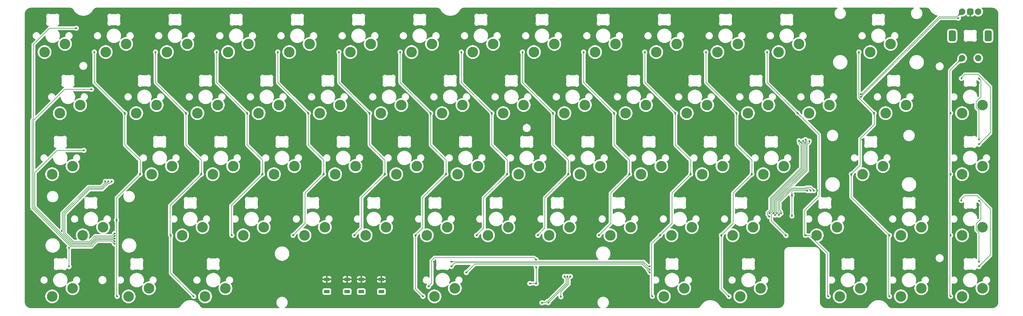
<source format=gbr>
%TF.GenerationSoftware,KiCad,Pcbnew,9.0.2*%
%TF.CreationDate,2025-06-21T23:14:43+02:00*%
%TF.ProjectId,MOD65,4d4f4436-352e-46b6-9963-61645f706362,2*%
%TF.SameCoordinates,Original*%
%TF.FileFunction,Copper,L1,Top*%
%TF.FilePolarity,Positive*%
%FSLAX46Y46*%
G04 Gerber Fmt 4.6, Leading zero omitted, Abs format (unit mm)*
G04 Created by KiCad (PCBNEW 9.0.2) date 2025-06-21 23:14:43*
%MOMM*%
%LPD*%
G01*
G04 APERTURE LIST*
G04 Aperture macros list*
%AMRoundRect*
0 Rectangle with rounded corners*
0 $1 Rounding radius*
0 $2 $3 $4 $5 $6 $7 $8 $9 X,Y pos of 4 corners*
0 Add a 4 corners polygon primitive as box body*
4,1,4,$2,$3,$4,$5,$6,$7,$8,$9,$2,$3,0*
0 Add four circle primitives for the rounded corners*
1,1,$1+$1,$2,$3*
1,1,$1+$1,$4,$5*
1,1,$1+$1,$6,$7*
1,1,$1+$1,$8,$9*
0 Add four rect primitives between the rounded corners*
20,1,$1+$1,$2,$3,$4,$5,0*
20,1,$1+$1,$4,$5,$6,$7,0*
20,1,$1+$1,$6,$7,$8,$9,0*
20,1,$1+$1,$8,$9,$2,$3,0*%
G04 Aperture macros list end*
%TA.AperFunction,ComponentPad*%
%ADD10C,2.000000*%
%TD*%
%TA.AperFunction,ComponentPad*%
%ADD11RoundRect,0.500000X-0.500000X0.500000X-0.500000X-0.500000X0.500000X-0.500000X0.500000X0.500000X0*%
%TD*%
%TA.AperFunction,ComponentPad*%
%ADD12RoundRect,0.550000X-0.550000X1.150000X-0.550000X-1.150000X0.550000X-1.150000X0.550000X1.150000X0*%
%TD*%
%TA.AperFunction,SMDPad,CuDef*%
%ADD13R,1.700000X1.000000*%
%TD*%
%TA.AperFunction,ComponentPad*%
%ADD14C,3.300000*%
%TD*%
%TA.AperFunction,ViaPad*%
%ADD15C,0.600000*%
%TD*%
%TA.AperFunction,Conductor*%
%ADD16C,0.200000*%
%TD*%
G04 APERTURE END LIST*
D10*
%TO.P,SW15,A,A*%
%TO.N,rot0*%
X326350000Y-30600000D03*
%TO.P,SW15,B,B*%
%TO.N,rot1*%
X321350000Y-30600000D03*
D11*
%TO.P,SW15,C,C*%
%TO.N,GND*%
X323850000Y-30600000D03*
D12*
%TO.P,SW15,MP*%
%TO.N,N/C*%
X329450000Y-38100000D03*
X318250000Y-38100000D03*
D10*
%TO.P,SW15,S1,S1*%
%TO.N,col14*%
X321350000Y-45100000D03*
%TO.P,SW15,S2,S2*%
%TO.N,Net-(D15-K)*%
X326350000Y-45100000D03*
%TD*%
D13*
%TO.P,SW68,1,1*%
%TO.N,GND*%
X123500000Y-114100000D03*
X129800000Y-114100000D03*
%TO.P,SW68,2,2*%
%TO.N,RESET*%
X123500000Y-117900000D03*
X129800000Y-117900000D03*
%TD*%
%TO.P,SW69,1,1*%
%TO.N,GND*%
X134200000Y-114100000D03*
X140500000Y-114100000D03*
%TO.P,SW69,2,2*%
%TO.N,MEM_SS*%
X134200000Y-117900000D03*
X140500000Y-117900000D03*
%TD*%
D14*
%TO.P,SW39,1,1*%
%TO.N,Net-(D39-K)*%
X208597500Y-78740000D03*
%TO.P,SW39,2,2*%
%TO.N,col8*%
X202247500Y-81280000D03*
%TD*%
%TO.P,SW55,1,1*%
%TO.N,Net-(D55-K)*%
X256222500Y-97790000D03*
%TO.P,SW55,2,2*%
%TO.N,col11*%
X249872500Y-100330000D03*
%TD*%
%TO.P,SW60,1,1*%
%TO.N,Net-(D60-K)*%
X68103750Y-116840000D03*
%TO.P,SW60,2,2*%
%TO.N,col1*%
X61753750Y-119380000D03*
%TD*%
%TO.P,SW23,1,1*%
%TO.N,Net-(D23-K)*%
X184785000Y-59690000D03*
%TO.P,SW23,2,2*%
%TO.N,col7*%
X178435000Y-62230000D03*
%TD*%
%TO.P,SW64,1,1*%
%TO.N,Net-(D64-K)*%
X258603750Y-116840000D03*
%TO.P,SW64,2,2*%
%TO.N,col11*%
X252253750Y-119380000D03*
%TD*%
%TO.P,SW37,1,1*%
%TO.N,Net-(D37-K)*%
X170497500Y-78740000D03*
%TO.P,SW37,2,2*%
%TO.N,col6*%
X164147500Y-81280000D03*
%TD*%
%TO.P,SW44,1,1*%
%TO.N,Net-(D44-K)*%
X327660000Y-78740000D03*
%TO.P,SW44,2,2*%
%TO.N,col14*%
X321310000Y-81280000D03*
%TD*%
%TO.P,SW6,1,1*%
%TO.N,Net-(D6-K)*%
X137160000Y-40640000D03*
%TO.P,SW6,2,2*%
%TO.N,col5*%
X130810000Y-43180000D03*
%TD*%
%TO.P,SW16,1,1*%
%TO.N,Net-(D16-K)*%
X46672500Y-59690000D03*
%TO.P,SW16,2,2*%
%TO.N,col0*%
X40322500Y-62230000D03*
%TD*%
%TO.P,SW9,1,1*%
%TO.N,Net-(D9-K)*%
X194310000Y-40640000D03*
%TO.P,SW9,2,2*%
%TO.N,col8*%
X187960000Y-43180000D03*
%TD*%
%TO.P,SW49,1,1*%
%TO.N,Net-(D49-K)*%
X141922500Y-97790000D03*
%TO.P,SW49,2,2*%
%TO.N,col5*%
X135572500Y-100330000D03*
%TD*%
%TO.P,SW36,1,1*%
%TO.N,Net-(D36-K)*%
X151447500Y-78740000D03*
%TO.P,SW36,2,2*%
%TO.N,col5*%
X145097500Y-81280000D03*
%TD*%
%TO.P,SW54,1,1*%
%TO.N,Net-(D54-K)*%
X237172500Y-97790000D03*
%TO.P,SW54,2,2*%
%TO.N,col10*%
X230822500Y-100330000D03*
%TD*%
%TO.P,SW48,1,1*%
%TO.N,Net-(D48-K)*%
X122872500Y-97790000D03*
%TO.P,SW48,2,2*%
%TO.N,col4*%
X116522500Y-100330000D03*
%TD*%
%TO.P,SW22,1,1*%
%TO.N,Net-(D22-K)*%
X165735000Y-59690000D03*
%TO.P,SW22,2,2*%
%TO.N,col6*%
X159385000Y-62230000D03*
%TD*%
%TO.P,SW25,1,1*%
%TO.N,Net-(D25-K)*%
X222885000Y-59690000D03*
%TO.P,SW25,2,2*%
%TO.N,col9*%
X216535000Y-62230000D03*
%TD*%
%TO.P,SW42,1,1*%
%TO.N,Net-(D42-K)*%
X265747500Y-78740000D03*
%TO.P,SW42,2,2*%
%TO.N,col11*%
X259397500Y-81280000D03*
%TD*%
%TO.P,SW3,1,1*%
%TO.N,Net-(D3-K)*%
X80010000Y-40640000D03*
%TO.P,SW3,2,2*%
%TO.N,col2*%
X73660000Y-43180000D03*
%TD*%
%TO.P,SW32,1,1*%
%TO.N,Net-(D32-K)*%
X75247500Y-78740000D03*
%TO.P,SW32,2,2*%
%TO.N,col1*%
X68897500Y-81280000D03*
%TD*%
%TO.P,SW28,1,1*%
%TO.N,Net-(D28-K)*%
X280035000Y-59690000D03*
%TO.P,SW28,2,2*%
%TO.N,col12*%
X273685000Y-62230000D03*
%TD*%
%TO.P,SW62,1,1*%
%TO.N,Net-(D62-K)*%
X163353750Y-116840000D03*
%TO.P,SW62,2,2*%
%TO.N,col6*%
X157003750Y-119380000D03*
%TD*%
%TO.P,SW2,1,1*%
%TO.N,Net-(D2-K)*%
X60960000Y-40640000D03*
%TO.P,SW2,2,2*%
%TO.N,col1*%
X54610000Y-43180000D03*
%TD*%
%TO.P,SW10,1,1*%
%TO.N,Net-(D10-K)*%
X213360000Y-40640000D03*
%TO.P,SW10,2,2*%
%TO.N,col9*%
X207010000Y-43180000D03*
%TD*%
%TO.P,SW46,1,1*%
%TO.N,Net-(D46-K)*%
X84772500Y-97790000D03*
%TO.P,SW46,2,2*%
%TO.N,col2*%
X78422500Y-100330000D03*
%TD*%
%TO.P,SW31,1,1*%
%TO.N,Net-(D31-K)*%
X44291250Y-78740000D03*
%TO.P,SW31,2,2*%
%TO.N,col0*%
X37941250Y-81280000D03*
%TD*%
%TO.P,SW14,1,1*%
%TO.N,Net-(D14-K)*%
X299085000Y-40640000D03*
%TO.P,SW14,2,2*%
%TO.N,col13*%
X292735000Y-43180000D03*
%TD*%
%TO.P,SW13,1,1*%
%TO.N,Net-(D13-K)*%
X270510000Y-40640000D03*
%TO.P,SW13,2,2*%
%TO.N,col12*%
X264160000Y-43180000D03*
%TD*%
%TO.P,SW33,1,1*%
%TO.N,Net-(D33-K)*%
X94297500Y-78740000D03*
%TO.P,SW33,2,2*%
%TO.N,col2*%
X87947500Y-81280000D03*
%TD*%
%TO.P,SW1,1,1*%
%TO.N,Net-(D1-K)*%
X41910000Y-40640000D03*
%TO.P,SW1,2,2*%
%TO.N,col0*%
X35560000Y-43180000D03*
%TD*%
%TO.P,SW29,1,1*%
%TO.N,Net-(D29-K)*%
X303847500Y-59690000D03*
%TO.P,SW29,2,2*%
%TO.N,col13*%
X297497500Y-62230000D03*
%TD*%
%TO.P,SW11,1,1*%
%TO.N,Net-(D11-K)*%
X232410000Y-40640000D03*
%TO.P,SW11,2,2*%
%TO.N,col10*%
X226060000Y-43180000D03*
%TD*%
%TO.P,SW61,1,1*%
%TO.N,Net-(D61-K)*%
X91916250Y-116840000D03*
%TO.P,SW61,2,2*%
%TO.N,col2*%
X85566250Y-119380000D03*
%TD*%
%TO.P,SW58,1,1*%
%TO.N,Net-(D58-K)*%
X327660000Y-97790000D03*
%TO.P,SW58,2,2*%
%TO.N,col14*%
X321310000Y-100330000D03*
%TD*%
%TO.P,SW65,1,1*%
%TO.N,Net-(D65-K)*%
X289560000Y-116840000D03*
%TO.P,SW65,2,2*%
%TO.N,col12*%
X283210000Y-119380000D03*
%TD*%
%TO.P,SW53,1,1*%
%TO.N,Net-(D53-K)*%
X218122500Y-97790000D03*
%TO.P,SW53,2,2*%
%TO.N,col9*%
X211772500Y-100330000D03*
%TD*%
%TO.P,SW67,1,1*%
%TO.N,Net-(D67-K)*%
X327660000Y-116840000D03*
%TO.P,SW67,2,2*%
%TO.N,col14*%
X321310000Y-119380000D03*
%TD*%
%TO.P,SW8,1,1*%
%TO.N,Net-(D8-K)*%
X175260000Y-40640000D03*
%TO.P,SW8,2,2*%
%TO.N,col7*%
X168910000Y-43180000D03*
%TD*%
%TO.P,SW34,1,1*%
%TO.N,Net-(D34-K)*%
X113347500Y-78740000D03*
%TO.P,SW34,2,2*%
%TO.N,col3*%
X106997500Y-81280000D03*
%TD*%
%TO.P,SW35,1,1*%
%TO.N,Net-(D35-K)*%
X132397500Y-78740000D03*
%TO.P,SW35,2,2*%
%TO.N,col4*%
X126047500Y-81280000D03*
%TD*%
%TO.P,SW40,1,1*%
%TO.N,Net-(D40-K)*%
X227647500Y-78740000D03*
%TO.P,SW40,2,2*%
%TO.N,col9*%
X221297500Y-81280000D03*
%TD*%
%TO.P,SW43,1,1*%
%TO.N,Net-(D43-K)*%
X296703750Y-78740000D03*
%TO.P,SW43,2,2*%
%TO.N,col13*%
X290353750Y-81280000D03*
%TD*%
%TO.P,SW63,1,1*%
%TO.N,Net-(D63-K)*%
X234791250Y-116840000D03*
%TO.P,SW63,2,2*%
%TO.N,col10*%
X228441250Y-119380000D03*
%TD*%
%TO.P,SW4,1,1*%
%TO.N,Net-(D4-K)*%
X99060000Y-40640000D03*
%TO.P,SW4,2,2*%
%TO.N,col3*%
X92710000Y-43180000D03*
%TD*%
%TO.P,SW57,1,1*%
%TO.N,Net-(D57-K)*%
X308610000Y-97790000D03*
%TO.P,SW57,2,2*%
%TO.N,col13*%
X302260000Y-100330000D03*
%TD*%
%TO.P,SW24,1,1*%
%TO.N,Net-(D24-K)*%
X203835000Y-59690000D03*
%TO.P,SW24,2,2*%
%TO.N,col8*%
X197485000Y-62230000D03*
%TD*%
%TO.P,SW56,1,1*%
%TO.N,Net-(D56-K)*%
X282416250Y-97790000D03*
%TO.P,SW56,2,2*%
%TO.N,col12*%
X276066250Y-100330000D03*
%TD*%
%TO.P,SW51,1,1*%
%TO.N,Net-(D51-K)*%
X180022500Y-97790000D03*
%TO.P,SW51,2,2*%
%TO.N,col7*%
X173672500Y-100330000D03*
%TD*%
%TO.P,SW59,1,1*%
%TO.N,Net-(D59-K)*%
X44291250Y-116840000D03*
%TO.P,SW59,2,2*%
%TO.N,col0*%
X37941250Y-119380000D03*
%TD*%
%TO.P,SW30,1,1*%
%TO.N,Net-(D30-K)*%
X327660000Y-59690000D03*
%TO.P,SW30,2,2*%
%TO.N,col14*%
X321310000Y-62230000D03*
%TD*%
%TO.P,SW47,1,1*%
%TO.N,Net-(D47-K)*%
X103822500Y-97790000D03*
%TO.P,SW47,2,2*%
%TO.N,col3*%
X97472500Y-100330000D03*
%TD*%
%TO.P,SW7,1,1*%
%TO.N,Net-(D7-K)*%
X156210000Y-40640000D03*
%TO.P,SW7,2,2*%
%TO.N,col6*%
X149860000Y-43180000D03*
%TD*%
%TO.P,SW38,1,1*%
%TO.N,Net-(D38-K)*%
X189547500Y-78740000D03*
%TO.P,SW38,2,2*%
%TO.N,col7*%
X183197500Y-81280000D03*
%TD*%
%TO.P,SW27,1,1*%
%TO.N,Net-(D27-K)*%
X260985000Y-59690000D03*
%TO.P,SW27,2,2*%
%TO.N,col11*%
X254635000Y-62230000D03*
%TD*%
%TO.P,SW18,1,1*%
%TO.N,Net-(D18-K)*%
X89535000Y-59690000D03*
%TO.P,SW18,2,2*%
%TO.N,col2*%
X83185000Y-62230000D03*
%TD*%
%TO.P,SW12,1,1*%
%TO.N,Net-(D12-K)*%
X251460000Y-40640000D03*
%TO.P,SW12,2,2*%
%TO.N,col11*%
X245110000Y-43180000D03*
%TD*%
%TO.P,SW20,1,1*%
%TO.N,Net-(D20-K)*%
X127635000Y-59690000D03*
%TO.P,SW20,2,2*%
%TO.N,col4*%
X121285000Y-62230000D03*
%TD*%
%TO.P,SW5,1,1*%
%TO.N,Net-(D5-K)*%
X118110000Y-40640000D03*
%TO.P,SW5,2,2*%
%TO.N,col4*%
X111760000Y-43180000D03*
%TD*%
%TO.P,SW26,1,1*%
%TO.N,Net-(D26-K)*%
X241935000Y-59690000D03*
%TO.P,SW26,2,2*%
%TO.N,col10*%
X235585000Y-62230000D03*
%TD*%
%TO.P,SW66,1,1*%
%TO.N,Net-(D66-K)*%
X308610000Y-116840000D03*
%TO.P,SW66,2,2*%
%TO.N,col13*%
X302260000Y-119380000D03*
%TD*%
%TO.P,SW41,1,1*%
%TO.N,Net-(D41-K)*%
X246697500Y-78740000D03*
%TO.P,SW41,2,2*%
%TO.N,col10*%
X240347500Y-81280000D03*
%TD*%
%TO.P,SW21,1,1*%
%TO.N,Net-(D21-K)*%
X146685000Y-59690000D03*
%TO.P,SW21,2,2*%
%TO.N,col5*%
X140335000Y-62230000D03*
%TD*%
%TO.P,SW50,1,1*%
%TO.N,Net-(D50-K)*%
X160972500Y-97790000D03*
%TO.P,SW50,2,2*%
%TO.N,col6*%
X154622500Y-100330000D03*
%TD*%
%TO.P,SW52,1,1*%
%TO.N,Net-(D52-K)*%
X199072500Y-97790000D03*
%TO.P,SW52,2,2*%
%TO.N,col8*%
X192722500Y-100330000D03*
%TD*%
%TO.P,SW45,1,1*%
%TO.N,Net-(D45-K)*%
X53816250Y-97790000D03*
%TO.P,SW45,2,2*%
%TO.N,col0*%
X47466250Y-100330000D03*
%TD*%
%TO.P,SW19,1,1*%
%TO.N,Net-(D19-K)*%
X108585000Y-59690000D03*
%TO.P,SW19,2,2*%
%TO.N,col3*%
X102235000Y-62230000D03*
%TD*%
%TO.P,SW17,1,1*%
%TO.N,Net-(D17-K)*%
X70485000Y-59690000D03*
%TO.P,SW17,2,2*%
%TO.N,col1*%
X64135000Y-62230000D03*
%TD*%
D15*
%TO.N,+3V3*%
X196378562Y-119500000D03*
X266490000Y-100400000D03*
X271804501Y-70875412D03*
X199350000Y-113150000D03*
%TO.N,GND*%
X125862500Y-70450000D03*
X111575000Y-32350000D03*
X172250000Y-117500000D03*
X156818750Y-108550000D03*
X191050000Y-103950000D03*
X129800000Y-114100000D03*
X217037500Y-91000000D03*
X140837500Y-91000000D03*
X321125000Y-37350000D03*
X68712500Y-70450000D03*
X193700000Y-116350000D03*
X134200000Y-114100000D03*
X144912500Y-70450000D03*
X221800000Y-52900000D03*
X281331250Y-91000000D03*
X255137500Y-91000000D03*
X61568750Y-108550000D03*
X187775000Y-32350000D03*
X228256250Y-108550000D03*
X83687500Y-91000000D03*
X326575000Y-52900000D03*
X263975000Y-32350000D03*
X267437500Y-96812500D03*
X106812500Y-70450000D03*
X174155000Y-113750000D03*
X88450000Y-52900000D03*
X198349989Y-121400000D03*
X236087500Y-91000000D03*
X102737500Y-91000000D03*
X290168750Y-70450000D03*
X57500000Y-83500000D03*
X107500000Y-52900000D03*
X178600000Y-111100000D03*
X266450000Y-94300000D03*
X178900000Y-105750000D03*
X185087500Y-105850000D03*
X85381250Y-108550000D03*
X189062500Y-103950000D03*
X283025000Y-108550000D03*
X225875000Y-32350000D03*
X194407135Y-121400000D03*
X292550000Y-32350000D03*
X168725000Y-32350000D03*
X121787500Y-91000000D03*
X164650000Y-52900000D03*
X240162500Y-70450000D03*
X321125000Y-70450000D03*
X202750000Y-52900000D03*
X35375000Y-32350000D03*
X244925000Y-32350000D03*
X240850000Y-52900000D03*
X159887500Y-91000000D03*
X186521427Y-121400000D03*
X149675000Y-32350000D03*
X52731250Y-91000000D03*
X92525000Y-32350000D03*
X206825000Y-32350000D03*
X221112500Y-70450000D03*
X259900000Y-52900000D03*
X69400000Y-52900000D03*
X181100000Y-104050000D03*
X268390000Y-100400000D03*
X73475000Y-32350000D03*
X188492854Y-121400000D03*
X307525000Y-91000000D03*
X186900000Y-112750000D03*
X302762500Y-52900000D03*
X178937500Y-91000000D03*
X165950000Y-121400000D03*
X87762500Y-70450000D03*
X313550000Y-66500000D03*
X302075000Y-108550000D03*
X321125000Y-108550000D03*
X54425000Y-32350000D03*
X196378562Y-121400000D03*
X37756250Y-70450000D03*
X276175000Y-86400000D03*
X183700000Y-52900000D03*
X183100000Y-103950000D03*
X140500000Y-114100000D03*
X183012500Y-70450000D03*
X252068750Y-108550000D03*
X126550000Y-52900000D03*
X290200000Y-66500000D03*
X180100000Y-115600000D03*
X202062500Y-70450000D03*
X184550000Y-121400000D03*
X37756250Y-108550000D03*
X278950000Y-52900000D03*
X130625000Y-32350000D03*
X123500000Y-114100000D03*
X197987500Y-91000000D03*
X195500000Y-111500000D03*
X145600000Y-52900000D03*
X163962500Y-70450000D03*
X45587500Y-52900000D03*
X259212500Y-70450000D03*
X326575000Y-91000000D03*
%TO.N,+1V1*%
X188703053Y-115372363D03*
X186698048Y-115373239D03*
X188691986Y-110250000D03*
%TO.N,+5V*%
X321125000Y-51400000D03*
X273175000Y-86400000D03*
X162268750Y-110050000D03*
X326575000Y-110050000D03*
X326575000Y-71950000D03*
X43196282Y-104161911D03*
X268350000Y-87850000D03*
X224076250Y-111077723D03*
X40900000Y-99001473D03*
X268350000Y-94300000D03*
X54500000Y-83500000D03*
X321112500Y-89487500D03*
X43206250Y-110050000D03*
%TO.N,row0*%
X57388750Y-103000003D03*
X45460000Y-35750000D03*
%TO.N,row1*%
X50222500Y-54800000D03*
X57388750Y-102200000D03*
%TO.N,row2*%
X57388750Y-101350006D03*
X47841250Y-73850000D03*
%TO.N,row4*%
X224076250Y-111950000D03*
X166903750Y-111950000D03*
%TO.N,D+*%
X190464281Y-121362500D03*
X275175000Y-86400000D03*
X264304553Y-94023946D03*
X197469821Y-113150000D03*
%TO.N,D-*%
X274175000Y-86400000D03*
X198409910Y-113150000D03*
X192435708Y-121362500D03*
X264909103Y-93500000D03*
%TO.N,SDA*%
X272550000Y-70495415D03*
X263100000Y-94029154D03*
%TO.N,SCL*%
X263700000Y-93500000D03*
X273746826Y-70950000D03*
%TO.N,tsw*%
X272448527Y-71350000D03*
X262500000Y-93500000D03*
%TO.N,RESET*%
X188700000Y-107950000D03*
X155150000Y-116300000D03*
%TO.N,col1*%
X51060000Y-43180000D03*
X58203750Y-119380000D03*
X60585000Y-62230000D03*
X65347500Y-81280000D03*
X57988750Y-95600000D03*
%TO.N,col2*%
X79635000Y-62230000D03*
X74872500Y-100330000D03*
X84397500Y-81280000D03*
X70110000Y-43180000D03*
X82016250Y-119380000D03*
%TO.N,col3*%
X89160000Y-43180000D03*
X103447500Y-81280000D03*
X93922500Y-100330000D03*
X98685000Y-62230000D03*
%TO.N,col4*%
X122497500Y-81280000D03*
X112972500Y-100330000D03*
X117735000Y-62230000D03*
X108210000Y-43180000D03*
%TO.N,col5*%
X132022500Y-100330000D03*
X127260000Y-43180000D03*
X136785000Y-62230000D03*
X141547500Y-81280000D03*
%TO.N,col6*%
X160597500Y-81280000D03*
X155835000Y-62230000D03*
X153453750Y-119380000D03*
X151072500Y-100330000D03*
X146310000Y-43180000D03*
%TO.N,col7*%
X165360000Y-43180000D03*
X179647500Y-81280000D03*
X174885000Y-62230000D03*
X170122500Y-100330000D03*
%TO.N,col8*%
X189172500Y-100330000D03*
X198697500Y-81280000D03*
X184410000Y-43180000D03*
X193935000Y-62230000D03*
%TO.N,col9*%
X217747500Y-81280000D03*
X208222500Y-100330000D03*
X212985000Y-62230000D03*
X203460000Y-43180000D03*
%TO.N,col10*%
X232035000Y-62230000D03*
X222510000Y-43180000D03*
X227272500Y-100330000D03*
X224891250Y-119380000D03*
X236797500Y-81280000D03*
%TO.N,col11*%
X241560000Y-43180000D03*
X255847500Y-81280000D03*
X251085000Y-62230000D03*
X246322500Y-100330000D03*
X248703750Y-119380000D03*
%TO.N,col12*%
X260610000Y-43180000D03*
X270135000Y-62230000D03*
X272516250Y-100330000D03*
X279660000Y-119380000D03*
%TO.N,col13*%
X289185000Y-43180000D03*
X286803750Y-81280000D03*
X298710000Y-119380000D03*
X293947500Y-62230000D03*
X298710000Y-100330000D03*
%TO.N,rot1*%
X289785000Y-56371473D03*
X261300000Y-94500000D03*
X270560477Y-70813136D03*
%TO.N,rot0*%
X271160477Y-71350000D03*
X289785515Y-57219485D03*
X261300000Y-93500000D03*
X320174265Y-32624265D03*
%TO.N,col14*%
X317760000Y-119380000D03*
X317760000Y-81280000D03*
X317760000Y-62230000D03*
X317760000Y-100330000D03*
%TO.N,LEDD*%
X55500000Y-83500000D03*
X57388750Y-100550003D03*
%TO.N,Net-(LED30-DIN)*%
X326575000Y-51400000D03*
X326575000Y-70450000D03*
%TO.N,Net-(LED58-DIN)*%
X326575000Y-108550000D03*
X326575000Y-89500000D03*
%TO.N,Net-(LED62-DOUT)*%
X162268750Y-108550000D03*
X224076250Y-110050000D03*
%TO.N,LEDC*%
X57388750Y-99750000D03*
X56500000Y-83500000D03*
%TD*%
D16*
%TO.N,+3V3*%
X266490000Y-100390000D02*
X261900000Y-95800000D01*
X262400000Y-92751471D02*
X262400000Y-89160000D01*
X198810910Y-115222198D02*
X198810910Y-113689090D01*
X262400000Y-89160000D02*
X271900000Y-79660000D01*
X196378562Y-117986746D02*
X198576010Y-115789298D01*
X198810910Y-115554398D02*
X198810910Y-115222198D01*
X266490000Y-100400000D02*
X266490000Y-100390000D01*
X261900000Y-93251471D02*
X262400000Y-92751471D01*
X261900000Y-95800000D02*
X261900000Y-93251471D01*
X271804501Y-71554503D02*
X271804501Y-70875412D01*
X198576010Y-115789298D02*
X198810910Y-115554398D01*
X271900000Y-71650002D02*
X271804501Y-71554503D01*
X198810910Y-113689090D02*
X199350000Y-113150000D01*
X271900000Y-79660000D02*
X271900000Y-71650002D01*
X196378562Y-119500000D02*
X196378562Y-117986746D01*
%TO.N,GND*%
X321125000Y-33325000D02*
X321125000Y-37350000D01*
X323850000Y-30600000D02*
X321125000Y-33325000D01*
%TO.N,+1V1*%
X188703053Y-110261067D02*
X188703053Y-115372363D01*
X188691986Y-110250000D02*
X188703053Y-110261067D01*
X188703053Y-115372363D02*
X186698924Y-115372363D01*
X186698924Y-115372363D02*
X186698048Y-115373239D01*
%TO.N,+5V*%
X43196282Y-104161911D02*
X43206250Y-104171879D01*
X41100000Y-98150000D02*
X41100000Y-93365800D01*
X330155000Y-92123071D02*
X330155000Y-106470000D01*
X330155000Y-68370000D02*
X326575000Y-71950000D01*
X330155000Y-106470000D02*
X326575000Y-110050000D01*
X325302331Y-50165987D02*
X326297916Y-50165987D01*
X40899000Y-99000473D02*
X40899000Y-98951000D01*
X41098000Y-98152000D02*
X41100000Y-98150000D01*
X53232900Y-85200000D02*
X54500000Y-83932900D01*
X268350000Y-87850000D02*
X268350000Y-86604116D01*
X54500000Y-83932900D02*
X54500000Y-83500000D01*
X321112500Y-89487500D02*
X321112500Y-88978216D01*
X325059469Y-50156895D02*
X325302331Y-50165987D01*
X321125000Y-51400000D02*
X321125000Y-51236315D01*
X326037666Y-88005737D02*
X330155000Y-92123071D01*
X330155000Y-54023071D02*
X330155000Y-68370000D01*
X49265800Y-85200000D02*
X53232900Y-85200000D01*
X268350000Y-86604116D02*
X268554116Y-86400000D01*
X268350000Y-87850000D02*
X268350000Y-94300000D01*
X326297916Y-50165987D02*
X330155000Y-54023071D01*
X40899000Y-98951000D02*
X41098000Y-98752000D01*
X43206250Y-104171879D02*
X43206250Y-110050000D01*
X322204420Y-50156895D02*
X325059469Y-50156895D01*
X41098000Y-98752000D02*
X41098000Y-98152000D01*
X40900000Y-99001473D02*
X40899000Y-99000473D01*
X163368750Y-108950000D02*
X162268750Y-110050000D01*
X41100000Y-93365800D02*
X49265800Y-85200000D01*
X268554116Y-86400000D02*
X273175000Y-86400000D01*
X321112500Y-88978216D02*
X322084979Y-88005737D01*
X224076250Y-111077723D02*
X221948527Y-108950000D01*
X321125000Y-51236315D02*
X322204420Y-50156895D01*
X322084979Y-88005737D02*
X326037666Y-88005737D01*
X221948527Y-108950000D02*
X163368750Y-108950000D01*
%TO.N,row0*%
X51947880Y-102152006D02*
X56490813Y-102152006D01*
X56490813Y-102152006D02*
X57139807Y-102801000D01*
X31698000Y-80501462D02*
X31698000Y-91782200D01*
X31699000Y-91816100D02*
X43783900Y-103901000D01*
X32100000Y-63997812D02*
X31699000Y-64398812D01*
X31699000Y-91783200D02*
X31699000Y-91816100D01*
X32100000Y-40785225D02*
X32100000Y-63997812D01*
X31699000Y-80500462D02*
X31698000Y-80501462D01*
X31698000Y-91782200D02*
X31699000Y-91783200D01*
X43817800Y-103902000D02*
X50197886Y-103902000D01*
X37135225Y-35750000D02*
X32100000Y-40785225D01*
X50197886Y-103902000D02*
X51947880Y-102152006D01*
X31699000Y-64398812D02*
X31699000Y-80500462D01*
X43783900Y-103901000D02*
X43816800Y-103901000D01*
X45460000Y-35750000D02*
X37135225Y-35750000D01*
X57189747Y-102801000D02*
X57388750Y-103000003D01*
X43816800Y-103901000D02*
X43817800Y-103902000D01*
X57139807Y-102801000D02*
X57189747Y-102801000D01*
%TO.N,row1*%
X43983900Y-103501000D02*
X44316100Y-103501000D01*
X50266686Y-103266100D02*
X51781780Y-101751006D01*
X41864912Y-54800000D02*
X32100000Y-64564912D01*
X32100000Y-80666562D02*
X32099000Y-80667562D01*
X44316100Y-103501000D02*
X49699586Y-103501000D01*
X32099000Y-91616100D02*
X32100000Y-91617100D01*
X51781780Y-101751006D02*
X56048994Y-101751006D01*
X49699586Y-103501000D02*
X50031786Y-103501000D01*
X50031786Y-103501000D02*
X50266686Y-103266100D01*
X43950000Y-103500000D02*
X43982900Y-103500000D01*
X32100000Y-91650000D02*
X43950000Y-103500000D01*
X32100000Y-91617100D02*
X32100000Y-91650000D01*
X56851006Y-101751006D02*
X57300000Y-102200000D01*
X56048994Y-101751006D02*
X56851006Y-101751006D01*
X43982900Y-103500000D02*
X43983900Y-103501000D01*
X32099000Y-80667562D02*
X32099000Y-80999762D01*
X57300000Y-102200000D02*
X57388750Y-102200000D01*
X32100000Y-64564912D02*
X32100000Y-80666562D01*
X50222500Y-54800000D02*
X41864912Y-54800000D01*
X32099000Y-91283900D02*
X32099000Y-91616100D01*
X32099000Y-80999762D02*
X32099000Y-91283900D01*
%TO.N,row2*%
X32500000Y-80833662D02*
X32500000Y-91450000D01*
X44150000Y-103100000D02*
X49865686Y-103100000D01*
X49865686Y-103100000D02*
X51615680Y-101350006D01*
X47841250Y-73850000D02*
X39483662Y-73850000D01*
X32500000Y-91450000D02*
X44150000Y-103100000D01*
X51615680Y-101350006D02*
X57388750Y-101350006D01*
X39483662Y-73850000D02*
X32500000Y-80833662D01*
%TO.N,row4*%
X224076250Y-111950000D02*
X223476250Y-111350000D01*
X223476250Y-111350000D02*
X223476250Y-111043409D01*
X223476250Y-111043409D02*
X221782841Y-109350000D01*
X221782841Y-109350000D02*
X169503750Y-109350000D01*
X169503750Y-109350000D02*
X166903750Y-111950000D01*
%TO.N,D+*%
X264100000Y-89722744D02*
X268222744Y-85600000D01*
X264300000Y-92765686D02*
X264100000Y-92565686D01*
X191834708Y-121115292D02*
X191587500Y-121362500D01*
X272760785Y-85400000D02*
X274175000Y-85400000D01*
X264100000Y-92565686D02*
X264100000Y-89722744D01*
X274175000Y-85400000D02*
X275175000Y-86400000D01*
X198008910Y-115222198D02*
X192469608Y-120761500D01*
X192186765Y-120761500D02*
X191834708Y-121113557D01*
X191834708Y-121113557D02*
X191834708Y-121115292D01*
X264304553Y-94023946D02*
X264300000Y-94019393D01*
X197469821Y-113150000D02*
X198008910Y-113689089D01*
X272560785Y-85600000D02*
X272760785Y-85400000D01*
X264300000Y-94019393D02*
X264300000Y-92765686D01*
X192469608Y-120761500D02*
X192186765Y-120761500D01*
X191587500Y-121362500D02*
X190464281Y-121362500D01*
X268222744Y-85600000D02*
X272560785Y-85600000D01*
X198008910Y-113689089D02*
X198008910Y-115222198D01*
%TO.N,D-*%
X198409910Y-113150000D02*
X198409910Y-115388298D01*
X272926471Y-85800000D02*
X273575000Y-85800000D01*
X198409910Y-115388298D02*
X192435708Y-121362500D01*
X264500000Y-89888430D02*
X268388430Y-86000000D01*
X273575000Y-85800000D02*
X274175000Y-86400000D01*
X264500000Y-92400000D02*
X264500000Y-89888430D01*
X264909103Y-93500000D02*
X264909103Y-92809103D01*
X268388430Y-86000000D02*
X272726471Y-86000000D01*
X264909103Y-92809103D02*
X264500000Y-92400000D01*
X272726471Y-86000000D02*
X272926471Y-85800000D01*
%TO.N,SDA*%
X263100000Y-93251471D02*
X263100000Y-94029154D01*
X272700000Y-71947056D02*
X272700000Y-79991372D01*
X272550000Y-70495415D02*
X273097676Y-71043091D01*
X263200000Y-93151471D02*
X263100000Y-93251471D01*
X272700000Y-79991372D02*
X263200000Y-89491372D01*
X273097676Y-71549380D02*
X272700000Y-71947056D01*
X263200000Y-89491372D02*
X263200000Y-93151471D01*
X273097676Y-71043091D02*
X273097676Y-71549380D01*
%TO.N,SCL*%
X263600000Y-93400000D02*
X263700000Y-93500000D01*
X273100000Y-80157058D02*
X263600000Y-89657058D01*
X273746826Y-71465915D02*
X273100000Y-72112741D01*
X273746826Y-70950000D02*
X273746826Y-71465915D01*
X263600000Y-89657058D02*
X263600000Y-93400000D01*
X273100000Y-72112741D02*
X273100000Y-80157058D01*
%TO.N,tsw*%
X272300000Y-71498527D02*
X272300000Y-79825686D01*
X272300000Y-79825686D02*
X262800000Y-89325686D01*
X262800000Y-89325686D02*
X262800000Y-92985785D01*
X262500000Y-93285785D02*
X262500000Y-93500000D01*
X262800000Y-92985785D02*
X262500000Y-93285785D01*
X272448527Y-71350000D02*
X272300000Y-71498527D01*
%TO.N,RESET*%
X156100000Y-115350000D02*
X156100000Y-108200000D01*
X155150000Y-116300000D02*
X156100000Y-115350000D01*
X156993117Y-107306883D02*
X188056883Y-107306883D01*
X188056883Y-107306883D02*
X188700000Y-107950000D01*
X156100000Y-108200000D02*
X156993117Y-107306883D01*
%TO.N,col1*%
X60585000Y-72159912D02*
X65347500Y-76922412D01*
X65347500Y-76922412D02*
X65347500Y-81280000D01*
X57988750Y-88638750D02*
X65347500Y-81280000D01*
X57988750Y-119165000D02*
X58203750Y-119380000D01*
X51060000Y-52705000D02*
X60585000Y-62230000D01*
X60585000Y-62230000D02*
X60585000Y-72159912D01*
X57988750Y-95600000D02*
X57988750Y-119165000D01*
X51060000Y-43180000D02*
X51060000Y-52705000D01*
X57988750Y-95600000D02*
X57988750Y-88638750D01*
%TO.N,col2*%
X79635000Y-72159912D02*
X84397500Y-76922412D01*
X79635000Y-62230000D02*
X79635000Y-72159912D01*
X70110000Y-43180000D02*
X70110000Y-52705000D01*
X74657500Y-91020000D02*
X84397500Y-81280000D01*
X70110000Y-52705000D02*
X79635000Y-62230000D01*
X84397500Y-76922412D02*
X84397500Y-81280000D01*
X74657500Y-100115000D02*
X74657500Y-91020000D01*
X74872500Y-100330000D02*
X74872500Y-112236250D01*
X74872500Y-100330000D02*
X74657500Y-100115000D01*
X74872500Y-112236250D02*
X82016250Y-119380000D01*
%TO.N,col3*%
X93707500Y-91020000D02*
X93707500Y-100115000D01*
X89160000Y-52705000D02*
X98685000Y-62230000D01*
X98685000Y-72159912D02*
X103447500Y-76922412D01*
X89160000Y-43180000D02*
X89160000Y-52705000D01*
X103447500Y-76922412D02*
X103447500Y-81280000D01*
X98685000Y-62230000D02*
X98685000Y-72159912D01*
X103447500Y-81280000D02*
X93707500Y-91020000D01*
X93707500Y-100115000D02*
X93922500Y-100330000D01*
%TO.N,col4*%
X108210000Y-43180000D02*
X108210000Y-52705000D01*
X117735000Y-62230000D02*
X117735000Y-72159912D01*
X117735000Y-72159912D02*
X122497500Y-76922412D01*
X116650162Y-87127338D02*
X122497500Y-81280000D01*
X122497500Y-76922412D02*
X122497500Y-81280000D01*
X108210000Y-52705000D02*
X117735000Y-62230000D01*
X116650162Y-96652338D02*
X116650162Y-87127338D01*
X112972500Y-100330000D02*
X116650162Y-96652338D01*
%TO.N,col5*%
X127260000Y-43180000D02*
X127260000Y-52705000D01*
X134257500Y-88570000D02*
X134257500Y-98095000D01*
X141547500Y-76922412D02*
X141547500Y-81280000D01*
X141547500Y-81280000D02*
X134257500Y-88570000D01*
X136785000Y-62230000D02*
X136785000Y-72159912D01*
X134257500Y-98095000D02*
X132022500Y-100330000D01*
X127260000Y-52705000D02*
X136785000Y-62230000D01*
X136785000Y-72159912D02*
X141547500Y-76922412D01*
%TO.N,col6*%
X151072500Y-100330000D02*
X151072500Y-116998750D01*
X153350000Y-88527500D02*
X160597500Y-81280000D01*
X151072500Y-116998750D02*
X153453750Y-119380000D01*
X160597500Y-76922412D02*
X160597500Y-81280000D01*
X146310000Y-52705000D02*
X155835000Y-62230000D01*
X146310000Y-43180000D02*
X146310000Y-52705000D01*
X155835000Y-72159912D02*
X160597500Y-76922412D01*
X151072500Y-100330000D02*
X153350000Y-98052500D01*
X155835000Y-62230000D02*
X155835000Y-72159912D01*
X153350000Y-98052500D02*
X153350000Y-88527500D01*
%TO.N,col7*%
X179647500Y-81280000D02*
X172357500Y-88570000D01*
X174885000Y-62230000D02*
X174885000Y-72159912D01*
X179647500Y-76922412D02*
X179647500Y-81280000D01*
X172357500Y-88570000D02*
X172357500Y-98095000D01*
X174885000Y-72159912D02*
X179647500Y-76922412D01*
X165360000Y-43180000D02*
X165360000Y-52705000D01*
X165360000Y-52705000D02*
X174885000Y-62230000D01*
X172357500Y-98095000D02*
X170122500Y-100330000D01*
%TO.N,col8*%
X198697500Y-81280000D02*
X191407500Y-88570000D01*
X184410000Y-52705000D02*
X193935000Y-62230000D01*
X191407500Y-98095000D02*
X189172500Y-100330000D01*
X193935000Y-72159912D02*
X198697500Y-76922412D01*
X193935000Y-62230000D02*
X193935000Y-72159912D01*
X191407500Y-88570000D02*
X191407500Y-98095000D01*
X184410000Y-43180000D02*
X184410000Y-52705000D01*
X198697500Y-76922412D02*
X198697500Y-81280000D01*
%TO.N,col9*%
X211900123Y-87127377D02*
X217747500Y-81280000D01*
X203460000Y-52705000D02*
X212985000Y-62230000D01*
X208222500Y-100330000D02*
X211900123Y-96652377D01*
X212985000Y-62230000D02*
X212985000Y-72159912D01*
X211900123Y-96652377D02*
X211900123Y-87127377D01*
X203460000Y-43180000D02*
X203460000Y-52705000D01*
X212985000Y-72159912D02*
X217747500Y-76922412D01*
X217747500Y-76922412D02*
X217747500Y-81280000D01*
%TO.N,col10*%
X224676250Y-102926250D02*
X224676250Y-119165000D01*
X227272500Y-100330000D02*
X224676250Y-102926250D01*
X230950162Y-87127338D02*
X236797500Y-81280000D01*
X236797500Y-76922412D02*
X236797500Y-81280000D01*
X232035000Y-62230000D02*
X232035000Y-72159912D01*
X222510000Y-43180000D02*
X222510000Y-52705000D01*
X230950162Y-96652338D02*
X230950162Y-87127338D01*
X232035000Y-72159912D02*
X236797500Y-76922412D01*
X222510000Y-52705000D02*
X232035000Y-62230000D01*
X227272500Y-100330000D02*
X230950162Y-96652338D01*
X224676250Y-119165000D02*
X224891250Y-119380000D01*
%TO.N,col11*%
X246322500Y-100330000D02*
X246322500Y-116998750D01*
X246322500Y-100330000D02*
X246322500Y-100327500D01*
X251085000Y-62230000D02*
X251085000Y-72159912D01*
X241560000Y-52705000D02*
X251085000Y-62230000D01*
X251085000Y-72159912D02*
X255847500Y-76922412D01*
X255847500Y-76922412D02*
X255847500Y-81280000D01*
X246322500Y-116998750D02*
X248703750Y-119380000D01*
X241560000Y-43180000D02*
X241560000Y-52705000D01*
X250000162Y-87127338D02*
X255847500Y-81280000D01*
X250000162Y-96649838D02*
X250000162Y-87127338D01*
X246322500Y-100327500D02*
X250000162Y-96649838D01*
%TO.N,col12*%
X260610000Y-43180000D02*
X260610000Y-52705000D01*
X272300000Y-92546952D02*
X272300000Y-100113750D01*
X270135000Y-62230000D02*
X276775000Y-68870000D01*
X279445000Y-105983750D02*
X279445000Y-119165000D01*
X276775000Y-88071952D02*
X272300000Y-92546952D01*
X260610000Y-52705000D02*
X270135000Y-62230000D01*
X272516250Y-100330000D02*
X273791250Y-100330000D01*
X273791250Y-100330000D02*
X279445000Y-105983750D01*
X279445000Y-119165000D02*
X279660000Y-119380000D01*
X272300000Y-100113750D02*
X272516250Y-100330000D01*
X276775000Y-68870000D02*
X276775000Y-88071952D01*
%TO.N,col13*%
X293947500Y-65822721D02*
X293947500Y-62230000D01*
X298495000Y-100545000D02*
X298495000Y-119165000D01*
X289185000Y-57467500D02*
X293947500Y-62230000D01*
X298710000Y-100330000D02*
X298495000Y-100545000D01*
X289185000Y-43180000D02*
X289185000Y-57467500D01*
X286803750Y-81280000D02*
X289550000Y-78533750D01*
X286803750Y-88423750D02*
X298710000Y-100330000D01*
X289550000Y-70220221D02*
X293947500Y-65822721D01*
X298495000Y-119165000D02*
X298710000Y-119380000D01*
X286803750Y-81280000D02*
X286803750Y-88423750D01*
X289550000Y-78533750D02*
X289550000Y-70220221D01*
%TO.N,rot1*%
X261600000Y-92420099D02*
X261120099Y-92900000D01*
X270560477Y-70813136D02*
X270560477Y-71700477D01*
X260700000Y-93900000D02*
X261300000Y-94500000D01*
X290067841Y-56371473D02*
X289785000Y-56371473D01*
X271100000Y-72240000D02*
X271100000Y-79328628D01*
X261600000Y-88828628D02*
X261600000Y-92420099D01*
X261051471Y-92900000D02*
X260700000Y-93251471D01*
X319734882Y-32215118D02*
X314224196Y-32215118D01*
X261120099Y-92900000D02*
X261051471Y-92900000D01*
X271100000Y-79328628D02*
X261600000Y-88828628D01*
X314224196Y-32215118D02*
X290067841Y-56371473D01*
X270560477Y-71700477D02*
X271100000Y-72240000D01*
X321350000Y-30600000D02*
X319734882Y-32215118D01*
X260700000Y-93251471D02*
X260700000Y-93900000D01*
%TO.N,rot0*%
X261300000Y-93285785D02*
X261300000Y-93500000D01*
X262000000Y-88994314D02*
X262000000Y-92585785D01*
X271500000Y-71815688D02*
X271500000Y-79494314D01*
X314389882Y-32615118D02*
X320165118Y-32615118D01*
X271160477Y-71350000D02*
X271160477Y-71476165D01*
X320165118Y-32615118D02*
X320174265Y-32624265D01*
X262000000Y-92585785D02*
X261300000Y-93285785D01*
X314389882Y-32615118D02*
X289785515Y-57219485D01*
X271160477Y-71476165D02*
X271500000Y-71815688D01*
X326350000Y-30600000D02*
X326350000Y-30610000D01*
X271500000Y-79494314D02*
X262000000Y-88994314D01*
%TO.N,col14*%
X317545000Y-62445000D02*
X317545000Y-81065000D01*
X317545000Y-81495000D02*
X317545000Y-100115000D01*
X317545000Y-100115000D02*
X317760000Y-100330000D01*
X317760000Y-100330000D02*
X317545000Y-100545000D01*
X317545000Y-62015000D02*
X317760000Y-62230000D01*
X317760000Y-62230000D02*
X317545000Y-62445000D01*
X317545000Y-100545000D02*
X317545000Y-119165000D01*
X317545000Y-81065000D02*
X317760000Y-81280000D01*
X321350000Y-45100000D02*
X317545000Y-48905000D01*
X317760000Y-81280000D02*
X317545000Y-81495000D01*
X317545000Y-48905000D02*
X317545000Y-62015000D01*
X317545000Y-119165000D02*
X317760000Y-119380000D01*
%TO.N,LEDD*%
X41501000Y-98316100D02*
X41499000Y-98318100D01*
X53399000Y-85601000D02*
X49431900Y-85601000D01*
X41499000Y-99250415D02*
X41499000Y-99833314D01*
X41500000Y-98751529D02*
X41500000Y-99249415D01*
X51449580Y-100949006D02*
X51781780Y-100949006D01*
X41500000Y-99249415D02*
X41499000Y-99250415D01*
X57139807Y-100749006D02*
X57338810Y-100550003D01*
X51781780Y-100949006D02*
X56939807Y-100949006D01*
X41501000Y-93531900D02*
X41501000Y-98316100D01*
X49699586Y-102699000D02*
X51148586Y-101250000D01*
X41499000Y-99833314D02*
X44364686Y-102699000D01*
X44364686Y-102699000D02*
X49699586Y-102699000D01*
X49431900Y-85601000D02*
X41501000Y-93531900D01*
X56939807Y-100949006D02*
X57139807Y-100749006D01*
X55500000Y-83500000D02*
X53399000Y-85601000D01*
X41499000Y-98318100D02*
X41499000Y-98750529D01*
X57338810Y-100550003D02*
X57388750Y-100550003D01*
X41499000Y-98750529D02*
X41500000Y-98751529D01*
X51148586Y-101250000D02*
X51214680Y-101183906D01*
X51214680Y-101183906D02*
X51449580Y-100949006D01*
%TO.N,Net-(LED30-DIN)*%
X325710000Y-60497717D02*
X325710000Y-58604775D01*
X327175000Y-57139775D02*
X327175000Y-52000000D01*
X326575000Y-61362717D02*
X325710000Y-60497717D01*
X327175000Y-52000000D02*
X326575000Y-51400000D01*
X325710000Y-58604775D02*
X327175000Y-57139775D01*
X326575000Y-70450000D02*
X326575000Y-61362717D01*
%TO.N,Net-(LED58-DIN)*%
X326575000Y-108550000D02*
X326575000Y-99462717D01*
X325707388Y-96707387D02*
X327175000Y-95239775D01*
X327175000Y-95239775D02*
X327175000Y-90100000D01*
X327175000Y-90100000D02*
X326575000Y-89500000D01*
X325707388Y-98595105D02*
X325707388Y-96707387D01*
X326575000Y-99462717D02*
X325707388Y-98595105D01*
%TO.N,Net-(LED62-DOUT)*%
X223614213Y-110050000D02*
X222114213Y-108550000D01*
X222114213Y-108550000D02*
X162268750Y-108550000D01*
X224076250Y-110050000D02*
X223614213Y-110050000D01*
%TO.N,LEDC*%
X55466100Y-84101000D02*
X53565100Y-86002000D01*
X41901000Y-99415515D02*
X41900000Y-99416515D01*
X41902000Y-93698000D02*
X41902000Y-98482200D01*
X49533486Y-102298000D02*
X51283480Y-100548006D01*
X49598000Y-86002000D02*
X41902000Y-93698000D01*
X41900000Y-98484200D02*
X41900000Y-98584429D01*
X41900000Y-99667214D02*
X44530786Y-102298000D01*
X41901000Y-98585429D02*
X41901000Y-99415515D01*
X53565100Y-86002000D02*
X49598000Y-86002000D01*
X55900000Y-84100000D02*
X55749943Y-84100000D01*
X56540804Y-100548006D02*
X57139807Y-99949003D01*
X44530786Y-102298000D02*
X49533486Y-102298000D01*
X55748943Y-84101000D02*
X55466100Y-84101000D01*
X41902000Y-98482200D02*
X41900000Y-98484200D01*
X56500000Y-83500000D02*
X55900000Y-84100000D01*
X41900000Y-98584429D02*
X41901000Y-98585429D01*
X55749943Y-84100000D02*
X55748943Y-84101000D01*
X57139807Y-99949003D02*
X57189747Y-99949003D01*
X57189747Y-99949003D02*
X57388750Y-99750000D01*
X51283480Y-100548006D02*
X56540804Y-100548006D01*
X41900000Y-99416515D02*
X41900000Y-99667214D01*
%TD*%
%TA.AperFunction,Conductor*%
%TO.N,col2*%
G36*
X79293753Y-61746235D02*
G01*
X79361897Y-61805294D01*
X79428746Y-61844797D01*
X79428749Y-61844798D01*
X79428748Y-61844798D01*
X79451036Y-61852729D01*
X79490397Y-61866736D01*
X79551013Y-61880201D01*
X79551375Y-61880289D01*
X79666141Y-61910256D01*
X79667877Y-61910859D01*
X79709891Y-61929297D01*
X79729176Y-61937760D01*
X79730432Y-61938405D01*
X79791070Y-61974286D01*
X79796445Y-61981448D01*
X79795181Y-61990313D01*
X79794861Y-61990823D01*
X79637015Y-62228734D01*
X79633734Y-62232015D01*
X79395848Y-62389844D01*
X79387060Y-62391563D01*
X79379631Y-62386563D01*
X79379308Y-62386047D01*
X79341891Y-62322456D01*
X79341226Y-62321141D01*
X79313951Y-62257604D01*
X79313369Y-62255895D01*
X79285301Y-62146424D01*
X79285190Y-62145953D01*
X79275287Y-62099420D01*
X79236795Y-61998194D01*
X79199622Y-61942701D01*
X79151466Y-61888770D01*
X79148512Y-61880316D01*
X79151919Y-61872705D01*
X79277820Y-61746804D01*
X79286092Y-61743378D01*
X79293753Y-61746235D01*
G37*
%TD.AperFunction*%
%TD*%
%TA.AperFunction,Conductor*%
%TO.N,col3*%
G36*
X103207813Y-81119818D02*
G01*
X103208301Y-81120124D01*
X103399710Y-81247117D01*
X103446234Y-81277984D01*
X103449515Y-81281265D01*
X103607344Y-81519151D01*
X103609063Y-81527939D01*
X103604063Y-81535368D01*
X103603528Y-81535703D01*
X103539959Y-81573106D01*
X103538641Y-81573773D01*
X103475105Y-81601047D01*
X103473396Y-81601629D01*
X103363924Y-81629697D01*
X103363454Y-81629808D01*
X103333203Y-81636246D01*
X103316920Y-81639712D01*
X103316917Y-81639712D01*
X103316917Y-81639713D01*
X103215693Y-81678205D01*
X103160205Y-81715374D01*
X103106270Y-81763533D01*
X103097816Y-81766487D01*
X103090204Y-81763079D01*
X102964305Y-81637180D01*
X102960878Y-81628907D01*
X102963735Y-81621246D01*
X103022794Y-81553102D01*
X103062297Y-81486254D01*
X103084236Y-81424603D01*
X103097704Y-81363974D01*
X103097786Y-81363638D01*
X103127757Y-81248854D01*
X103128357Y-81247125D01*
X103155261Y-81185819D01*
X103155905Y-81184567D01*
X103191787Y-81123928D01*
X103198948Y-81118554D01*
X103207813Y-81119818D01*
G37*
%TD.AperFunction*%
%TD*%
%TA.AperFunction,Conductor*%
%TO.N,col2*%
G36*
X84157813Y-81119818D02*
G01*
X84158301Y-81120124D01*
X84349710Y-81247117D01*
X84396234Y-81277984D01*
X84399515Y-81281265D01*
X84557344Y-81519151D01*
X84559063Y-81527939D01*
X84554063Y-81535368D01*
X84553528Y-81535703D01*
X84489959Y-81573106D01*
X84488641Y-81573773D01*
X84425105Y-81601047D01*
X84423396Y-81601629D01*
X84313924Y-81629697D01*
X84313454Y-81629808D01*
X84283203Y-81636246D01*
X84266920Y-81639712D01*
X84266917Y-81639712D01*
X84266917Y-81639713D01*
X84165693Y-81678205D01*
X84110205Y-81715374D01*
X84056270Y-81763533D01*
X84047816Y-81766487D01*
X84040204Y-81763079D01*
X83914305Y-81637180D01*
X83910878Y-81628907D01*
X83913735Y-81621246D01*
X83972794Y-81553102D01*
X84012297Y-81486254D01*
X84034236Y-81424603D01*
X84047704Y-81363974D01*
X84047786Y-81363638D01*
X84077757Y-81248854D01*
X84078357Y-81247125D01*
X84105261Y-81185819D01*
X84105905Y-81184567D01*
X84141787Y-81123928D01*
X84148948Y-81118554D01*
X84157813Y-81119818D01*
G37*
%TD.AperFunction*%
%TD*%
%TA.AperFunction,Conductor*%
%TO.N,col9*%
G36*
X212643753Y-61746235D02*
G01*
X212711897Y-61805294D01*
X212778746Y-61844797D01*
X212778749Y-61844798D01*
X212778748Y-61844798D01*
X212801036Y-61852729D01*
X212840397Y-61866736D01*
X212901013Y-61880201D01*
X212901375Y-61880289D01*
X213016141Y-61910256D01*
X213017877Y-61910859D01*
X213059891Y-61929297D01*
X213079176Y-61937760D01*
X213080432Y-61938405D01*
X213141070Y-61974286D01*
X213146445Y-61981448D01*
X213145181Y-61990313D01*
X213144861Y-61990823D01*
X212987015Y-62228734D01*
X212983734Y-62232015D01*
X212745848Y-62389844D01*
X212737060Y-62391563D01*
X212729631Y-62386563D01*
X212729308Y-62386047D01*
X212691891Y-62322456D01*
X212691226Y-62321141D01*
X212663951Y-62257604D01*
X212663369Y-62255895D01*
X212635301Y-62146424D01*
X212635190Y-62145953D01*
X212625287Y-62099420D01*
X212586795Y-61998194D01*
X212549622Y-61942701D01*
X212501466Y-61888770D01*
X212498512Y-61880316D01*
X212501919Y-61872705D01*
X212627820Y-61746804D01*
X212636092Y-61743378D01*
X212643753Y-61746235D01*
G37*
%TD.AperFunction*%
%TD*%
%TA.AperFunction,Conductor*%
%TO.N,col13*%
G36*
X287161045Y-80796920D02*
G01*
X287286944Y-80922819D01*
X287290371Y-80931092D01*
X287287513Y-80938755D01*
X287228453Y-81006899D01*
X287188950Y-81073748D01*
X287167015Y-81135390D01*
X287153553Y-81195987D01*
X287153451Y-81196406D01*
X287123494Y-81311136D01*
X287122888Y-81312882D01*
X287095989Y-81374176D01*
X287095344Y-81375432D01*
X287059463Y-81436070D01*
X287052301Y-81441445D01*
X287043436Y-81440181D01*
X287042938Y-81439868D01*
X286851539Y-81312882D01*
X286805015Y-81282015D01*
X286801734Y-81278734D01*
X286706635Y-81135397D01*
X286643904Y-81040847D01*
X286642186Y-81032060D01*
X286647186Y-81024631D01*
X286647685Y-81024318D01*
X286711299Y-80986888D01*
X286712599Y-80986230D01*
X286776146Y-80958950D01*
X286777852Y-80958369D01*
X286887340Y-80930297D01*
X286887781Y-80930193D01*
X286934329Y-80920287D01*
X287035556Y-80881795D01*
X287091049Y-80844622D01*
X287144980Y-80796465D01*
X287153433Y-80793512D01*
X287161045Y-80796920D01*
G37*
%TD.AperFunction*%
%TD*%
%TA.AperFunction,Conductor*%
%TO.N,col11*%
G36*
X255944879Y-80689191D02*
G01*
X255948276Y-80696631D01*
X255954699Y-80786572D01*
X255974034Y-80861770D01*
X255974034Y-80861772D01*
X256002118Y-80920886D01*
X256035422Y-80973211D01*
X256035647Y-80973578D01*
X256095614Y-81075930D01*
X256096419Y-81077594D01*
X256120735Y-81139939D01*
X256121168Y-81141283D01*
X256138675Y-81209540D01*
X256137411Y-81218405D01*
X256130249Y-81223780D01*
X256129662Y-81223915D01*
X255849820Y-81280530D01*
X255845180Y-81280530D01*
X255565367Y-81223921D01*
X255557938Y-81218921D01*
X255556219Y-81210133D01*
X255556356Y-81209540D01*
X255574866Y-81138105D01*
X255575314Y-81136737D01*
X255600967Y-81072496D01*
X255601757Y-81070889D01*
X255659352Y-80973578D01*
X255659569Y-80973227D01*
X255685478Y-80933310D01*
X255691057Y-80920886D01*
X255729836Y-80834518D01*
X255729837Y-80834517D01*
X255739316Y-80786574D01*
X255742792Y-80768989D01*
X255746876Y-80696803D01*
X255750764Y-80688737D01*
X255758557Y-80685764D01*
X255936606Y-80685764D01*
X255944879Y-80689191D01*
G37*
%TD.AperFunction*%
%TD*%
%TA.AperFunction,Conductor*%
%TO.N,col8*%
G36*
X184692132Y-43236078D02*
G01*
X184699561Y-43241078D01*
X184701280Y-43249866D01*
X184701138Y-43250481D01*
X184682638Y-43321875D01*
X184682178Y-43323279D01*
X184656535Y-43387495D01*
X184655738Y-43389115D01*
X184598169Y-43486384D01*
X184597914Y-43486795D01*
X184572020Y-43526690D01*
X184527663Y-43625480D01*
X184527662Y-43625481D01*
X184514708Y-43691005D01*
X184514708Y-43691010D01*
X184510624Y-43763197D01*
X184506736Y-43771263D01*
X184498943Y-43774236D01*
X184320894Y-43774236D01*
X184312621Y-43770809D01*
X184309224Y-43763369D01*
X184302800Y-43673426D01*
X184302800Y-43673425D01*
X184283464Y-43598223D01*
X184255383Y-43539116D01*
X184255382Y-43539115D01*
X184255381Y-43539112D01*
X184222077Y-43486787D01*
X184221852Y-43486420D01*
X184161884Y-43384068D01*
X184161079Y-43382404D01*
X184136760Y-43320047D01*
X184136334Y-43318727D01*
X184118824Y-43250457D01*
X184120088Y-43241594D01*
X184127250Y-43236219D01*
X184127818Y-43236088D01*
X184407682Y-43179469D01*
X184412318Y-43179469D01*
X184692132Y-43236078D01*
G37*
%TD.AperFunction*%
%TD*%
%TA.AperFunction,Conductor*%
%TO.N,col7*%
G36*
X179407813Y-81119818D02*
G01*
X179408301Y-81120124D01*
X179599710Y-81247117D01*
X179646234Y-81277984D01*
X179649515Y-81281265D01*
X179807344Y-81519151D01*
X179809063Y-81527939D01*
X179804063Y-81535368D01*
X179803528Y-81535703D01*
X179739959Y-81573106D01*
X179738641Y-81573773D01*
X179675105Y-81601047D01*
X179673396Y-81601629D01*
X179563924Y-81629697D01*
X179563454Y-81629808D01*
X179533203Y-81636246D01*
X179516920Y-81639712D01*
X179516917Y-81639712D01*
X179516917Y-81639713D01*
X179415693Y-81678205D01*
X179360205Y-81715374D01*
X179306270Y-81763533D01*
X179297816Y-81766487D01*
X179290204Y-81763079D01*
X179164305Y-81637180D01*
X179160878Y-81628907D01*
X179163735Y-81621246D01*
X179222794Y-81553102D01*
X179262297Y-81486254D01*
X179284236Y-81424603D01*
X179297704Y-81363974D01*
X179297786Y-81363638D01*
X179327757Y-81248854D01*
X179328357Y-81247125D01*
X179355261Y-81185819D01*
X179355905Y-81184567D01*
X179391787Y-81123928D01*
X179398948Y-81118554D01*
X179407813Y-81119818D01*
G37*
%TD.AperFunction*%
%TD*%
%TA.AperFunction,Conductor*%
%TO.N,row0*%
G36*
X57029523Y-102548587D02*
G01*
X57081436Y-102600500D01*
X57081437Y-102600501D01*
X57081439Y-102600502D01*
X57099190Y-102610751D01*
X57101113Y-102612138D01*
X57101214Y-102612228D01*
X57101221Y-102612233D01*
X57168003Y-102652309D01*
X57173504Y-102653999D01*
X57175919Y-102655050D01*
X57195564Y-102666392D01*
X57195566Y-102666392D01*
X57195567Y-102666393D01*
X57195565Y-102666393D01*
X57284940Y-102690340D01*
X57322855Y-102700499D01*
X57322857Y-102700500D01*
X57413056Y-102700500D01*
X57414882Y-102700643D01*
X57428011Y-102702720D01*
X57435288Y-102703871D01*
X57442924Y-102708548D01*
X57445016Y-102717255D01*
X57444941Y-102717678D01*
X57390397Y-102995914D01*
X57385443Y-103003373D01*
X57385384Y-103003412D01*
X57149893Y-103159651D01*
X57141105Y-103161370D01*
X57133676Y-103156370D01*
X57133196Y-103155580D01*
X57068319Y-103037831D01*
X57067528Y-103036059D01*
X57056106Y-103003412D01*
X57032784Y-102936752D01*
X57032675Y-102936418D01*
X57026132Y-102915114D01*
X56981028Y-102808390D01*
X56940512Y-102749755D01*
X56886918Y-102690340D01*
X56883921Y-102681901D01*
X56887332Y-102674231D01*
X57012977Y-102548587D01*
X57021250Y-102545160D01*
X57029523Y-102548587D01*
G37*
%TD.AperFunction*%
%TD*%
%TA.AperFunction,Conductor*%
%TO.N,col4*%
G36*
X108492132Y-43236078D02*
G01*
X108499561Y-43241078D01*
X108501280Y-43249866D01*
X108501138Y-43250481D01*
X108482638Y-43321875D01*
X108482178Y-43323279D01*
X108456535Y-43387495D01*
X108455738Y-43389115D01*
X108398169Y-43486384D01*
X108397914Y-43486795D01*
X108372020Y-43526690D01*
X108327663Y-43625480D01*
X108327662Y-43625481D01*
X108314708Y-43691005D01*
X108314708Y-43691010D01*
X108310624Y-43763197D01*
X108306736Y-43771263D01*
X108298943Y-43774236D01*
X108120894Y-43774236D01*
X108112621Y-43770809D01*
X108109224Y-43763369D01*
X108102800Y-43673426D01*
X108102800Y-43673425D01*
X108083464Y-43598223D01*
X108055383Y-43539116D01*
X108055382Y-43539115D01*
X108055381Y-43539112D01*
X108022077Y-43486787D01*
X108021852Y-43486420D01*
X107961884Y-43384068D01*
X107961079Y-43382404D01*
X107936760Y-43320047D01*
X107936334Y-43318727D01*
X107918824Y-43250457D01*
X107920088Y-43241594D01*
X107927250Y-43236219D01*
X107927818Y-43236088D01*
X108207682Y-43179469D01*
X108212318Y-43179469D01*
X108492132Y-43236078D01*
G37*
%TD.AperFunction*%
%TD*%
%TA.AperFunction,Conductor*%
%TO.N,col3*%
G36*
X89442132Y-43236078D02*
G01*
X89449561Y-43241078D01*
X89451280Y-43249866D01*
X89451138Y-43250481D01*
X89432638Y-43321875D01*
X89432178Y-43323279D01*
X89406535Y-43387495D01*
X89405738Y-43389115D01*
X89348169Y-43486384D01*
X89347914Y-43486795D01*
X89322020Y-43526690D01*
X89277663Y-43625480D01*
X89277662Y-43625481D01*
X89264708Y-43691005D01*
X89264708Y-43691010D01*
X89260624Y-43763197D01*
X89256736Y-43771263D01*
X89248943Y-43774236D01*
X89070894Y-43774236D01*
X89062621Y-43770809D01*
X89059224Y-43763369D01*
X89052800Y-43673426D01*
X89052800Y-43673425D01*
X89033464Y-43598223D01*
X89005383Y-43539116D01*
X89005382Y-43539115D01*
X89005381Y-43539112D01*
X88972077Y-43486787D01*
X88971852Y-43486420D01*
X88911884Y-43384068D01*
X88911079Y-43382404D01*
X88886760Y-43320047D01*
X88886334Y-43318727D01*
X88868824Y-43250457D01*
X88870088Y-43241594D01*
X88877250Y-43236219D01*
X88877818Y-43236088D01*
X89157682Y-43179469D01*
X89162318Y-43179469D01*
X89442132Y-43236078D01*
G37*
%TD.AperFunction*%
%TD*%
%TA.AperFunction,Conductor*%
%TO.N,row2*%
G36*
X47779655Y-73560088D02*
G01*
X47785030Y-73567250D01*
X47785165Y-73567837D01*
X47841780Y-73847680D01*
X47841780Y-73852320D01*
X47785171Y-74132132D01*
X47780171Y-74139561D01*
X47771383Y-74141280D01*
X47770768Y-74141138D01*
X47736012Y-74132132D01*
X47699369Y-74122637D01*
X47697973Y-74122179D01*
X47669919Y-74110976D01*
X47633753Y-74096535D01*
X47632133Y-74095738D01*
X47534864Y-74038169D01*
X47534453Y-74037914D01*
X47494558Y-74012020D01*
X47395768Y-73967663D01*
X47395767Y-73967662D01*
X47330241Y-73954708D01*
X47258053Y-73950624D01*
X47249987Y-73946736D01*
X47247014Y-73938943D01*
X47247014Y-73760893D01*
X47250441Y-73752620D01*
X47257878Y-73749224D01*
X47347824Y-73742800D01*
X47423026Y-73723464D01*
X47482133Y-73695383D01*
X47534504Y-73662050D01*
X47534791Y-73661874D01*
X47637189Y-73601879D01*
X47638834Y-73601083D01*
X47701206Y-73576758D01*
X47702516Y-73576336D01*
X47770791Y-73558824D01*
X47779655Y-73560088D01*
G37*
%TD.AperFunction*%
%TD*%
%TA.AperFunction,Conductor*%
%TO.N,col10*%
G36*
X227032813Y-100169818D02*
G01*
X227033301Y-100170124D01*
X227224710Y-100297117D01*
X227271234Y-100327984D01*
X227274515Y-100331265D01*
X227432344Y-100569151D01*
X227434063Y-100577939D01*
X227429063Y-100585368D01*
X227428528Y-100585703D01*
X227364959Y-100623106D01*
X227363641Y-100623773D01*
X227300105Y-100651047D01*
X227298396Y-100651629D01*
X227188924Y-100679697D01*
X227188454Y-100679808D01*
X227158203Y-100686246D01*
X227141920Y-100689712D01*
X227141917Y-100689712D01*
X227141917Y-100689713D01*
X227040693Y-100728205D01*
X226985205Y-100765374D01*
X226931270Y-100813533D01*
X226922816Y-100816487D01*
X226915204Y-100813079D01*
X226789305Y-100687180D01*
X226785878Y-100678907D01*
X226788735Y-100671246D01*
X226847794Y-100603102D01*
X226887297Y-100536254D01*
X226909236Y-100474603D01*
X226922704Y-100413974D01*
X226922786Y-100413638D01*
X226952757Y-100298854D01*
X226953357Y-100297125D01*
X226980261Y-100235819D01*
X226980905Y-100234567D01*
X227016787Y-100173928D01*
X227023948Y-100168554D01*
X227032813Y-100169818D01*
G37*
%TD.AperFunction*%
%TD*%
%TA.AperFunction,Conductor*%
%TO.N,col1*%
G36*
X58086129Y-95009191D02*
G01*
X58089526Y-95016631D01*
X58095949Y-95106572D01*
X58115284Y-95181770D01*
X58115284Y-95181772D01*
X58143368Y-95240886D01*
X58176672Y-95293211D01*
X58176897Y-95293578D01*
X58236864Y-95395930D01*
X58237669Y-95397594D01*
X58261985Y-95459939D01*
X58262418Y-95461283D01*
X58279925Y-95529540D01*
X58278661Y-95538405D01*
X58271499Y-95543780D01*
X58270912Y-95543915D01*
X57991070Y-95600530D01*
X57986430Y-95600530D01*
X57706617Y-95543921D01*
X57699188Y-95538921D01*
X57697469Y-95530133D01*
X57697606Y-95529540D01*
X57716116Y-95458105D01*
X57716564Y-95456737D01*
X57742217Y-95392496D01*
X57743007Y-95390889D01*
X57800602Y-95293578D01*
X57800819Y-95293227D01*
X57826728Y-95253310D01*
X57832307Y-95240886D01*
X57871086Y-95154518D01*
X57871087Y-95154517D01*
X57880566Y-95106574D01*
X57884042Y-95088989D01*
X57888126Y-95016803D01*
X57892014Y-95008737D01*
X57899807Y-95005764D01*
X58077856Y-95005764D01*
X58086129Y-95009191D01*
G37*
%TD.AperFunction*%
%TD*%
%TA.AperFunction,Conductor*%
%TO.N,col7*%
G36*
X170479795Y-99846920D02*
G01*
X170605694Y-99972819D01*
X170609121Y-99981092D01*
X170606263Y-99988755D01*
X170547203Y-100056899D01*
X170507700Y-100123748D01*
X170485765Y-100185390D01*
X170472303Y-100245987D01*
X170472201Y-100246406D01*
X170442244Y-100361136D01*
X170441638Y-100362882D01*
X170414739Y-100424176D01*
X170414094Y-100425432D01*
X170378213Y-100486070D01*
X170371051Y-100491445D01*
X170362186Y-100490181D01*
X170361688Y-100489868D01*
X170170289Y-100362882D01*
X170123765Y-100332015D01*
X170120484Y-100328734D01*
X170025385Y-100185397D01*
X169962654Y-100090847D01*
X169960936Y-100082060D01*
X169965936Y-100074631D01*
X169966435Y-100074318D01*
X170030049Y-100036888D01*
X170031349Y-100036230D01*
X170094896Y-100008950D01*
X170096602Y-100008369D01*
X170206090Y-99980297D01*
X170206531Y-99980193D01*
X170253079Y-99970287D01*
X170354306Y-99931795D01*
X170409799Y-99894622D01*
X170463730Y-99846465D01*
X170472183Y-99843512D01*
X170479795Y-99846920D01*
G37*
%TD.AperFunction*%
%TD*%
%TA.AperFunction,Conductor*%
%TO.N,row2*%
G36*
X57327938Y-101064439D02*
G01*
X57333389Y-101071543D01*
X57333556Y-101072251D01*
X57389280Y-101347686D01*
X57389280Y-101352326D01*
X57332671Y-101632138D01*
X57327671Y-101639567D01*
X57318883Y-101641286D01*
X57318268Y-101641144D01*
X57283512Y-101632138D01*
X57246869Y-101622643D01*
X57245473Y-101622185D01*
X57217419Y-101610982D01*
X57181253Y-101596541D01*
X57179633Y-101595744D01*
X57082364Y-101538175D01*
X57081953Y-101537920D01*
X57042060Y-101512028D01*
X57024720Y-101504241D01*
X57023663Y-101503701D01*
X56979226Y-101478046D01*
X56966995Y-101470985D01*
X56966994Y-101470984D01*
X56966991Y-101470983D01*
X56966993Y-101470983D01*
X56890571Y-101450506D01*
X56890568Y-101450506D01*
X56806214Y-101450506D01*
X56797941Y-101447079D01*
X56794514Y-101438806D01*
X56794514Y-101261206D01*
X56797941Y-101252933D01*
X56806214Y-101249506D01*
X56979371Y-101249506D01*
X56979371Y-101249505D01*
X57017582Y-101239266D01*
X57055794Y-101229028D01*
X57055798Y-101229026D01*
X57078636Y-101215840D01*
X57124318Y-101189466D01*
X57143993Y-101169789D01*
X57145743Y-101168353D01*
X57168237Y-101153324D01*
X57206529Y-101115031D01*
X57208946Y-101113176D01*
X57230294Y-101100853D01*
X57234838Y-101098151D01*
X57235364Y-101097829D01*
X57240062Y-101094865D01*
X57249424Y-101088778D01*
X57250525Y-101088147D01*
X57257771Y-101084489D01*
X57264624Y-101081032D01*
X57273560Y-101075871D01*
X57276365Y-101074709D01*
X57319062Y-101063270D01*
X57327938Y-101064439D01*
G37*
%TD.AperFunction*%
%TD*%
%TA.AperFunction,Conductor*%
%TO.N,col6*%
G36*
X151354632Y-100386078D02*
G01*
X151362061Y-100391078D01*
X151363780Y-100399866D01*
X151363638Y-100400481D01*
X151345138Y-100471875D01*
X151344678Y-100473279D01*
X151319035Y-100537495D01*
X151318238Y-100539115D01*
X151260669Y-100636384D01*
X151260414Y-100636795D01*
X151234520Y-100676690D01*
X151190163Y-100775480D01*
X151190162Y-100775481D01*
X151177208Y-100841005D01*
X151177208Y-100841010D01*
X151173124Y-100913197D01*
X151169236Y-100921263D01*
X151161443Y-100924236D01*
X150983394Y-100924236D01*
X150975121Y-100920809D01*
X150971724Y-100913369D01*
X150965300Y-100823426D01*
X150965300Y-100823425D01*
X150945964Y-100748223D01*
X150917883Y-100689116D01*
X150917882Y-100689115D01*
X150917881Y-100689112D01*
X150884577Y-100636787D01*
X150884352Y-100636420D01*
X150824384Y-100534068D01*
X150823579Y-100532404D01*
X150799260Y-100470047D01*
X150798834Y-100468727D01*
X150781324Y-100400457D01*
X150782588Y-100391594D01*
X150789750Y-100386219D01*
X150790318Y-100386088D01*
X151070182Y-100329469D01*
X151074818Y-100329469D01*
X151354632Y-100386078D01*
G37*
%TD.AperFunction*%
%TD*%
%TA.AperFunction,Conductor*%
%TO.N,col7*%
G36*
X165642132Y-43236078D02*
G01*
X165649561Y-43241078D01*
X165651280Y-43249866D01*
X165651138Y-43250481D01*
X165632638Y-43321875D01*
X165632178Y-43323279D01*
X165606535Y-43387495D01*
X165605738Y-43389115D01*
X165548169Y-43486384D01*
X165547914Y-43486795D01*
X165522020Y-43526690D01*
X165477663Y-43625480D01*
X165477662Y-43625481D01*
X165464708Y-43691005D01*
X165464708Y-43691010D01*
X165460624Y-43763197D01*
X165456736Y-43771263D01*
X165448943Y-43774236D01*
X165270894Y-43774236D01*
X165262621Y-43770809D01*
X165259224Y-43763369D01*
X165252800Y-43673426D01*
X165252800Y-43673425D01*
X165233464Y-43598223D01*
X165205383Y-43539116D01*
X165205382Y-43539115D01*
X165205381Y-43539112D01*
X165172077Y-43486787D01*
X165171852Y-43486420D01*
X165111884Y-43384068D01*
X165111079Y-43382404D01*
X165086760Y-43320047D01*
X165086334Y-43318727D01*
X165068824Y-43250457D01*
X165070088Y-43241594D01*
X165077250Y-43236219D01*
X165077818Y-43236088D01*
X165357682Y-43179469D01*
X165362318Y-43179469D01*
X165642132Y-43236078D01*
G37*
%TD.AperFunction*%
%TD*%
%TA.AperFunction,Conductor*%
%TO.N,col7*%
G36*
X174543753Y-61746235D02*
G01*
X174611897Y-61805294D01*
X174678746Y-61844797D01*
X174678749Y-61844798D01*
X174678748Y-61844798D01*
X174701036Y-61852729D01*
X174740397Y-61866736D01*
X174801013Y-61880201D01*
X174801375Y-61880289D01*
X174916141Y-61910256D01*
X174917877Y-61910859D01*
X174959891Y-61929297D01*
X174979176Y-61937760D01*
X174980432Y-61938405D01*
X175041070Y-61974286D01*
X175046445Y-61981448D01*
X175045181Y-61990313D01*
X175044861Y-61990823D01*
X174887015Y-62228734D01*
X174883734Y-62232015D01*
X174645848Y-62389844D01*
X174637060Y-62391563D01*
X174629631Y-62386563D01*
X174629308Y-62386047D01*
X174591891Y-62322456D01*
X174591226Y-62321141D01*
X174563951Y-62257604D01*
X174563369Y-62255895D01*
X174535301Y-62146424D01*
X174535190Y-62145953D01*
X174525287Y-62099420D01*
X174486795Y-61998194D01*
X174449622Y-61942701D01*
X174401466Y-61888770D01*
X174398512Y-61880316D01*
X174401919Y-61872705D01*
X174527820Y-61746804D01*
X174536092Y-61743378D01*
X174543753Y-61746235D01*
G37*
%TD.AperFunction*%
%TD*%
%TA.AperFunction,Conductor*%
%TO.N,col6*%
G36*
X155493753Y-61746235D02*
G01*
X155561897Y-61805294D01*
X155628746Y-61844797D01*
X155628749Y-61844798D01*
X155628748Y-61844798D01*
X155651036Y-61852729D01*
X155690397Y-61866736D01*
X155751013Y-61880201D01*
X155751375Y-61880289D01*
X155866141Y-61910256D01*
X155867877Y-61910859D01*
X155909891Y-61929297D01*
X155929176Y-61937760D01*
X155930432Y-61938405D01*
X155991070Y-61974286D01*
X155996445Y-61981448D01*
X155995181Y-61990313D01*
X155994861Y-61990823D01*
X155837015Y-62228734D01*
X155833734Y-62232015D01*
X155595848Y-62389844D01*
X155587060Y-62391563D01*
X155579631Y-62386563D01*
X155579308Y-62386047D01*
X155541891Y-62322456D01*
X155541226Y-62321141D01*
X155513951Y-62257604D01*
X155513369Y-62255895D01*
X155485301Y-62146424D01*
X155485190Y-62145953D01*
X155475287Y-62099420D01*
X155436795Y-61998194D01*
X155399622Y-61942701D01*
X155351466Y-61888770D01*
X155348512Y-61880316D01*
X155351919Y-61872705D01*
X155477820Y-61746804D01*
X155486092Y-61743378D01*
X155493753Y-61746235D01*
G37*
%TD.AperFunction*%
%TD*%
%TA.AperFunction,Conductor*%
%TO.N,col2*%
G36*
X75154632Y-100386078D02*
G01*
X75162061Y-100391078D01*
X75163780Y-100399866D01*
X75163638Y-100400481D01*
X75145138Y-100471875D01*
X75144678Y-100473279D01*
X75119035Y-100537495D01*
X75118238Y-100539115D01*
X75060669Y-100636384D01*
X75060414Y-100636795D01*
X75034520Y-100676690D01*
X74990163Y-100775480D01*
X74990162Y-100775481D01*
X74977208Y-100841005D01*
X74977208Y-100841010D01*
X74973124Y-100913197D01*
X74969236Y-100921263D01*
X74961443Y-100924236D01*
X74783394Y-100924236D01*
X74775121Y-100920809D01*
X74771724Y-100913369D01*
X74765300Y-100823426D01*
X74765300Y-100823425D01*
X74745964Y-100748223D01*
X74717883Y-100689116D01*
X74717882Y-100689115D01*
X74717881Y-100689112D01*
X74684577Y-100636787D01*
X74684352Y-100636420D01*
X74624384Y-100534068D01*
X74623579Y-100532404D01*
X74599260Y-100470047D01*
X74598834Y-100468727D01*
X74581324Y-100400457D01*
X74582588Y-100391594D01*
X74589750Y-100386219D01*
X74590318Y-100386088D01*
X74870182Y-100329469D01*
X74874818Y-100329469D01*
X75154632Y-100386078D01*
G37*
%TD.AperFunction*%
%TD*%
%TA.AperFunction,Conductor*%
%TO.N,RESET*%
G36*
X188358753Y-107466235D02*
G01*
X188426897Y-107525294D01*
X188493746Y-107564797D01*
X188493749Y-107564798D01*
X188493748Y-107564798D01*
X188516036Y-107572729D01*
X188555397Y-107586736D01*
X188616013Y-107600201D01*
X188616375Y-107600289D01*
X188731141Y-107630256D01*
X188732877Y-107630859D01*
X188774891Y-107649297D01*
X188794176Y-107657760D01*
X188795432Y-107658405D01*
X188856070Y-107694286D01*
X188861445Y-107701448D01*
X188860181Y-107710313D01*
X188859861Y-107710823D01*
X188702015Y-107948734D01*
X188698734Y-107952015D01*
X188460848Y-108109844D01*
X188452060Y-108111563D01*
X188444631Y-108106563D01*
X188444308Y-108106047D01*
X188406891Y-108042456D01*
X188406226Y-108041141D01*
X188378951Y-107977604D01*
X188378369Y-107975895D01*
X188350301Y-107866424D01*
X188350190Y-107865953D01*
X188340287Y-107819420D01*
X188301795Y-107718194D01*
X188264622Y-107662701D01*
X188216466Y-107608770D01*
X188213512Y-107600316D01*
X188216919Y-107592705D01*
X188342820Y-107466804D01*
X188351092Y-107463378D01*
X188358753Y-107466235D01*
G37*
%TD.AperFunction*%
%TD*%
%TA.AperFunction,Conductor*%
%TO.N,+5V*%
G36*
X321383884Y-50852024D02*
G01*
X321509777Y-50977917D01*
X321513204Y-50986190D01*
X321510527Y-50993639D01*
X321457013Y-51058458D01*
X321428535Y-51122432D01*
X321428534Y-51122434D01*
X321428534Y-51122436D01*
X321425192Y-51151746D01*
X321421559Y-51183606D01*
X321421559Y-51183609D01*
X321425791Y-51248233D01*
X321430815Y-51319990D01*
X321430802Y-51321793D01*
X321420336Y-51445520D01*
X321416224Y-51453475D01*
X321407692Y-51456192D01*
X321406427Y-51456015D01*
X321129088Y-51401647D01*
X321121630Y-51396694D01*
X320964946Y-51160533D01*
X320963228Y-51151746D01*
X320968228Y-51144317D01*
X320968452Y-51144171D01*
X321002903Y-51122432D01*
X321110981Y-51054232D01*
X321110985Y-51054239D01*
X321111043Y-51054193D01*
X321183024Y-51009475D01*
X321265844Y-50947089D01*
X321367614Y-50851757D01*
X321375993Y-50848603D01*
X321383884Y-50852024D01*
G37*
%TD.AperFunction*%
%TD*%
%TA.AperFunction,Conductor*%
%TO.N,col2*%
G36*
X70392132Y-43236078D02*
G01*
X70399561Y-43241078D01*
X70401280Y-43249866D01*
X70401138Y-43250481D01*
X70382638Y-43321875D01*
X70382178Y-43323279D01*
X70356535Y-43387495D01*
X70355738Y-43389115D01*
X70298169Y-43486384D01*
X70297914Y-43486795D01*
X70272020Y-43526690D01*
X70227663Y-43625480D01*
X70227662Y-43625481D01*
X70214708Y-43691005D01*
X70214708Y-43691010D01*
X70210624Y-43763197D01*
X70206736Y-43771263D01*
X70198943Y-43774236D01*
X70020894Y-43774236D01*
X70012621Y-43770809D01*
X70009224Y-43763369D01*
X70002800Y-43673426D01*
X70002800Y-43673425D01*
X69983464Y-43598223D01*
X69955383Y-43539116D01*
X69955382Y-43539115D01*
X69955381Y-43539112D01*
X69922077Y-43486787D01*
X69921852Y-43486420D01*
X69861884Y-43384068D01*
X69861079Y-43382404D01*
X69836760Y-43320047D01*
X69836334Y-43318727D01*
X69818824Y-43250457D01*
X69820088Y-43241594D01*
X69827250Y-43236219D01*
X69827818Y-43236088D01*
X70107682Y-43179469D01*
X70112318Y-43179469D01*
X70392132Y-43236078D01*
G37*
%TD.AperFunction*%
%TD*%
%TA.AperFunction,Conductor*%
%TO.N,+3V3*%
G36*
X272086633Y-70931490D02*
G01*
X272094062Y-70936490D01*
X272095781Y-70945278D01*
X272095639Y-70945893D01*
X272079236Y-71009190D01*
X272076183Y-71014528D01*
X272048028Y-71042684D01*
X272048024Y-71042689D01*
X271982135Y-71156811D01*
X271982133Y-71156815D01*
X271962099Y-71231585D01*
X271961471Y-71233349D01*
X271922164Y-71320892D01*
X271922163Y-71320893D01*
X271909209Y-71386417D01*
X271909209Y-71386422D01*
X271905125Y-71458609D01*
X271901237Y-71466675D01*
X271893444Y-71469648D01*
X271721038Y-71469648D01*
X271712765Y-71466221D01*
X271709398Y-71459127D01*
X271705326Y-71418935D01*
X271704385Y-71414339D01*
X271704381Y-71414322D01*
X271699820Y-71399729D01*
X271699317Y-71397076D01*
X271697301Y-71368837D01*
X271677965Y-71293635D01*
X271649884Y-71234528D01*
X271649883Y-71234527D01*
X271649881Y-71234522D01*
X271648737Y-71232726D01*
X271648048Y-71231484D01*
X271645832Y-71226837D01*
X271645094Y-71224832D01*
X271626869Y-71156815D01*
X271626868Y-71156811D01*
X271560979Y-71042689D01*
X271560975Y-71042684D01*
X271532549Y-71014258D01*
X271529490Y-71008895D01*
X271513325Y-70945869D01*
X271514589Y-70937006D01*
X271521751Y-70931631D01*
X271522319Y-70931500D01*
X271802183Y-70874881D01*
X271806819Y-70874881D01*
X272086633Y-70931490D01*
G37*
%TD.AperFunction*%
%TD*%
%TA.AperFunction,Conductor*%
%TO.N,rot1*%
G36*
X270842609Y-70869214D02*
G01*
X270850038Y-70874214D01*
X270851757Y-70883002D01*
X270851615Y-70883617D01*
X270833115Y-70955011D01*
X270832655Y-70956415D01*
X270824510Y-70976810D01*
X270821917Y-70980744D01*
X270759978Y-71042684D01*
X270759974Y-71042689D01*
X270694085Y-71156811D01*
X270694083Y-71156815D01*
X270659977Y-71284105D01*
X270659977Y-71395672D01*
X270656550Y-71403945D01*
X270648277Y-71407372D01*
X270471371Y-71407372D01*
X270463098Y-71403945D01*
X270459701Y-71396505D01*
X270453277Y-71306562D01*
X270447503Y-71284105D01*
X270433941Y-71231359D01*
X270405860Y-71172252D01*
X270405859Y-71172251D01*
X270405858Y-71172248D01*
X270372554Y-71119923D01*
X270372329Y-71119556D01*
X270312361Y-71017204D01*
X270311556Y-71015540D01*
X270287237Y-70953183D01*
X270286811Y-70951863D01*
X270269301Y-70883593D01*
X270270565Y-70874730D01*
X270277727Y-70869355D01*
X270278295Y-70869224D01*
X270558159Y-70812605D01*
X270562795Y-70812605D01*
X270842609Y-70869214D01*
G37*
%TD.AperFunction*%
%TD*%
%TA.AperFunction,Conductor*%
%TO.N,col3*%
G36*
X93805497Y-99828247D02*
G01*
X93808826Y-99835010D01*
X93817759Y-99903670D01*
X93817759Y-99903671D01*
X93817760Y-99903672D01*
X93846796Y-99953691D01*
X93891995Y-99985950D01*
X93950742Y-100011520D01*
X93975633Y-100021608D01*
X93976634Y-100022069D01*
X94077604Y-100074547D01*
X94083364Y-100081403D01*
X94082590Y-100090325D01*
X94081948Y-100091411D01*
X93925204Y-100326935D01*
X93917768Y-100331924D01*
X93917709Y-100331936D01*
X93640340Y-100386165D01*
X93631563Y-100384389D01*
X93626612Y-100376927D01*
X93626514Y-100376345D01*
X93620134Y-100331924D01*
X93598427Y-100180781D01*
X93598311Y-100178919D01*
X93600919Y-100030346D01*
X93600923Y-100030176D01*
X93601191Y-100021818D01*
X93607137Y-99836144D01*
X93610827Y-99827986D01*
X93618831Y-99824820D01*
X93797224Y-99824820D01*
X93805497Y-99828247D01*
G37*
%TD.AperFunction*%
%TD*%
%TA.AperFunction,Conductor*%
%TO.N,col5*%
G36*
X132379795Y-99846920D02*
G01*
X132505694Y-99972819D01*
X132509121Y-99981092D01*
X132506263Y-99988755D01*
X132447203Y-100056899D01*
X132407700Y-100123748D01*
X132385765Y-100185390D01*
X132372303Y-100245987D01*
X132372201Y-100246406D01*
X132342244Y-100361136D01*
X132341638Y-100362882D01*
X132314739Y-100424176D01*
X132314094Y-100425432D01*
X132278213Y-100486070D01*
X132271051Y-100491445D01*
X132262186Y-100490181D01*
X132261688Y-100489868D01*
X132070289Y-100362882D01*
X132023765Y-100332015D01*
X132020484Y-100328734D01*
X131925385Y-100185397D01*
X131862654Y-100090847D01*
X131860936Y-100082060D01*
X131865936Y-100074631D01*
X131866435Y-100074318D01*
X131930049Y-100036888D01*
X131931349Y-100036230D01*
X131994896Y-100008950D01*
X131996602Y-100008369D01*
X132106090Y-99980297D01*
X132106531Y-99980193D01*
X132153079Y-99970287D01*
X132254306Y-99931795D01*
X132309799Y-99894622D01*
X132363730Y-99846465D01*
X132372183Y-99843512D01*
X132379795Y-99846920D01*
G37*
%TD.AperFunction*%
%TD*%
%TA.AperFunction,Conductor*%
%TO.N,+1V1*%
G36*
X188641458Y-115082451D02*
G01*
X188646833Y-115089613D01*
X188646968Y-115090200D01*
X188703583Y-115370043D01*
X188703583Y-115374683D01*
X188646974Y-115654495D01*
X188641974Y-115661924D01*
X188633186Y-115663643D01*
X188632571Y-115663501D01*
X188597815Y-115654495D01*
X188561172Y-115645000D01*
X188559776Y-115644542D01*
X188531722Y-115633339D01*
X188495556Y-115618898D01*
X188493936Y-115618101D01*
X188396667Y-115560532D01*
X188396256Y-115560277D01*
X188356361Y-115534383D01*
X188257571Y-115490026D01*
X188257570Y-115490025D01*
X188192044Y-115477071D01*
X188119856Y-115472987D01*
X188111790Y-115469099D01*
X188108817Y-115461306D01*
X188108817Y-115283256D01*
X188112244Y-115274983D01*
X188119681Y-115271587D01*
X188209627Y-115265163D01*
X188284829Y-115245827D01*
X188343936Y-115217746D01*
X188396307Y-115184413D01*
X188396594Y-115184237D01*
X188498992Y-115124242D01*
X188500637Y-115123446D01*
X188563009Y-115099121D01*
X188564319Y-115098699D01*
X188632594Y-115081187D01*
X188641458Y-115082451D01*
G37*
%TD.AperFunction*%
%TD*%
%TA.AperFunction,Conductor*%
%TO.N,col6*%
G36*
X160357813Y-81119818D02*
G01*
X160358301Y-81120124D01*
X160549710Y-81247117D01*
X160596234Y-81277984D01*
X160599515Y-81281265D01*
X160757344Y-81519151D01*
X160759063Y-81527939D01*
X160754063Y-81535368D01*
X160753528Y-81535703D01*
X160689959Y-81573106D01*
X160688641Y-81573773D01*
X160625105Y-81601047D01*
X160623396Y-81601629D01*
X160513924Y-81629697D01*
X160513454Y-81629808D01*
X160483203Y-81636246D01*
X160466920Y-81639712D01*
X160466917Y-81639712D01*
X160466917Y-81639713D01*
X160365693Y-81678205D01*
X160310205Y-81715374D01*
X160256270Y-81763533D01*
X160247816Y-81766487D01*
X160240204Y-81763079D01*
X160114305Y-81637180D01*
X160110878Y-81628907D01*
X160113735Y-81621246D01*
X160172794Y-81553102D01*
X160212297Y-81486254D01*
X160234236Y-81424603D01*
X160247704Y-81363974D01*
X160247786Y-81363638D01*
X160277757Y-81248854D01*
X160278357Y-81247125D01*
X160305261Y-81185819D01*
X160305905Y-81184567D01*
X160341787Y-81123928D01*
X160348948Y-81118554D01*
X160357813Y-81119818D01*
G37*
%TD.AperFunction*%
%TD*%
%TA.AperFunction,Conductor*%
%TO.N,+5V*%
G36*
X268447379Y-87259191D02*
G01*
X268450776Y-87266631D01*
X268457199Y-87356572D01*
X268476534Y-87431770D01*
X268476534Y-87431772D01*
X268504618Y-87490886D01*
X268537922Y-87543211D01*
X268538147Y-87543578D01*
X268598114Y-87645930D01*
X268598919Y-87647594D01*
X268623235Y-87709939D01*
X268623668Y-87711283D01*
X268641175Y-87779540D01*
X268639911Y-87788405D01*
X268632749Y-87793780D01*
X268632162Y-87793915D01*
X268352320Y-87850530D01*
X268347680Y-87850530D01*
X268067867Y-87793921D01*
X268060438Y-87788921D01*
X268058719Y-87780133D01*
X268058856Y-87779540D01*
X268077366Y-87708105D01*
X268077814Y-87706737D01*
X268103467Y-87642496D01*
X268104257Y-87640889D01*
X268161852Y-87543578D01*
X268162069Y-87543227D01*
X268187978Y-87503310D01*
X268193557Y-87490886D01*
X268232336Y-87404518D01*
X268232337Y-87404517D01*
X268241816Y-87356574D01*
X268245292Y-87338989D01*
X268249376Y-87266803D01*
X268253264Y-87258737D01*
X268261057Y-87255764D01*
X268439106Y-87255764D01*
X268447379Y-87259191D01*
G37*
%TD.AperFunction*%
%TD*%
%TA.AperFunction,Conductor*%
%TO.N,+5V*%
G36*
X54504706Y-83501985D02*
G01*
X54504756Y-83502018D01*
X54740169Y-83660432D01*
X54745120Y-83667894D01*
X54743633Y-83676219D01*
X54680554Y-83779931D01*
X54680549Y-83779938D01*
X54637603Y-83865156D01*
X54637481Y-83865392D01*
X54584632Y-83964584D01*
X54583739Y-83966004D01*
X54534646Y-84032903D01*
X54533818Y-84033909D01*
X54464887Y-84108727D01*
X54456761Y-84112489D01*
X54448354Y-84109404D01*
X54448009Y-84109072D01*
X54322253Y-83983316D01*
X54318826Y-83975043D01*
X54321040Y-83968195D01*
X54360622Y-83913387D01*
X54366856Y-83858703D01*
X54345065Y-83806990D01*
X54306490Y-83753135D01*
X54306331Y-83752908D01*
X54243438Y-83660251D01*
X54242139Y-83657718D01*
X54210462Y-83571337D01*
X54210831Y-83562391D01*
X54217419Y-83556325D01*
X54219129Y-83555842D01*
X54495920Y-83500254D01*
X54504706Y-83501985D01*
G37*
%TD.AperFunction*%
%TD*%
%TA.AperFunction,Conductor*%
%TO.N,col10*%
G36*
X227629795Y-99846920D02*
G01*
X227755694Y-99972819D01*
X227759121Y-99981092D01*
X227756263Y-99988755D01*
X227697203Y-100056899D01*
X227657700Y-100123748D01*
X227635765Y-100185390D01*
X227622303Y-100245987D01*
X227622201Y-100246406D01*
X227592244Y-100361136D01*
X227591638Y-100362882D01*
X227564739Y-100424176D01*
X227564094Y-100425432D01*
X227528213Y-100486070D01*
X227521051Y-100491445D01*
X227512186Y-100490181D01*
X227511688Y-100489868D01*
X227320289Y-100362882D01*
X227273765Y-100332015D01*
X227270484Y-100328734D01*
X227175385Y-100185397D01*
X227112654Y-100090847D01*
X227110936Y-100082060D01*
X227115936Y-100074631D01*
X227116435Y-100074318D01*
X227180049Y-100036888D01*
X227181349Y-100036230D01*
X227244896Y-100008950D01*
X227246602Y-100008369D01*
X227356090Y-99980297D01*
X227356531Y-99980193D01*
X227403079Y-99970287D01*
X227504306Y-99931795D01*
X227559799Y-99894622D01*
X227613730Y-99846465D01*
X227622183Y-99843512D01*
X227629795Y-99846920D01*
G37*
%TD.AperFunction*%
%TD*%
%TA.AperFunction,Conductor*%
%TO.N,+1V1*%
G36*
X188800432Y-114781554D02*
G01*
X188803829Y-114788994D01*
X188810252Y-114878935D01*
X188829587Y-114954133D01*
X188829587Y-114954135D01*
X188857671Y-115013249D01*
X188890975Y-115065574D01*
X188891200Y-115065941D01*
X188951167Y-115168293D01*
X188951972Y-115169957D01*
X188976288Y-115232302D01*
X188976721Y-115233646D01*
X188994228Y-115301903D01*
X188992964Y-115310768D01*
X188985802Y-115316143D01*
X188985215Y-115316278D01*
X188705373Y-115372893D01*
X188700733Y-115372893D01*
X188420920Y-115316284D01*
X188413491Y-115311284D01*
X188411772Y-115302496D01*
X188411909Y-115301903D01*
X188430419Y-115230468D01*
X188430867Y-115229100D01*
X188456520Y-115164859D01*
X188457310Y-115163252D01*
X188514905Y-115065941D01*
X188515122Y-115065590D01*
X188541031Y-115025673D01*
X188546610Y-115013249D01*
X188585389Y-114926881D01*
X188585390Y-114926880D01*
X188594869Y-114878937D01*
X188598345Y-114861352D01*
X188602429Y-114789166D01*
X188606317Y-114781100D01*
X188614110Y-114778127D01*
X188792159Y-114778127D01*
X188800432Y-114781554D01*
G37*
%TD.AperFunction*%
%TD*%
%TA.AperFunction,Conductor*%
%TO.N,tsw*%
G36*
X262723419Y-92937489D02*
G01*
X262849171Y-93063241D01*
X262852598Y-93071514D01*
X262850043Y-93078812D01*
X262799420Y-93142241D01*
X262775709Y-93205775D01*
X262774838Y-93266517D01*
X262774838Y-93266523D01*
X262786177Y-93329599D01*
X262786219Y-93329843D01*
X262799357Y-93413011D01*
X262799500Y-93414837D01*
X262799500Y-93478690D01*
X262799474Y-93479464D01*
X262795114Y-93545262D01*
X262791148Y-93553290D01*
X262782666Y-93556162D01*
X262781189Y-93555969D01*
X262504088Y-93501647D01*
X262496630Y-93496694D01*
X262339581Y-93259983D01*
X262337863Y-93251196D01*
X262342537Y-93243991D01*
X262520463Y-93117082D01*
X262664220Y-92980326D01*
X262706875Y-92937517D01*
X262715140Y-92934077D01*
X262723419Y-92937489D01*
G37*
%TD.AperFunction*%
%TD*%
%TA.AperFunction,Conductor*%
%TO.N,col14*%
G36*
X317642997Y-61728247D02*
G01*
X317646326Y-61735010D01*
X317655259Y-61803670D01*
X317655259Y-61803671D01*
X317655260Y-61803672D01*
X317684296Y-61853691D01*
X317729495Y-61885950D01*
X317788242Y-61911520D01*
X317813133Y-61921608D01*
X317814134Y-61922069D01*
X317915104Y-61974547D01*
X317920864Y-61981403D01*
X317920090Y-61990325D01*
X317919448Y-61991411D01*
X317762704Y-62226935D01*
X317755268Y-62231924D01*
X317755209Y-62231936D01*
X317477840Y-62286165D01*
X317469063Y-62284389D01*
X317464112Y-62276927D01*
X317464014Y-62276345D01*
X317457634Y-62231924D01*
X317435927Y-62080781D01*
X317435811Y-62078919D01*
X317438419Y-61930346D01*
X317438423Y-61930176D01*
X317438691Y-61921818D01*
X317444637Y-61736144D01*
X317448327Y-61727986D01*
X317456331Y-61724820D01*
X317634724Y-61724820D01*
X317642997Y-61728247D01*
G37*
%TD.AperFunction*%
%TD*%
%TA.AperFunction,Conductor*%
%TO.N,SCL*%
G36*
X273751532Y-70951985D02*
G01*
X273751582Y-70952018D01*
X273987544Y-71110801D01*
X273992495Y-71118263D01*
X273991359Y-71125969D01*
X273928511Y-71245054D01*
X273899288Y-71345781D01*
X273892270Y-71374637D01*
X273891833Y-71376040D01*
X273854411Y-71474196D01*
X273853210Y-71476524D01*
X273817940Y-71529358D01*
X273816936Y-71530655D01*
X273770400Y-71582771D01*
X273762334Y-71586659D01*
X273753880Y-71583705D01*
X273753400Y-71583251D01*
X273627690Y-71457541D01*
X273624263Y-71449268D01*
X273626390Y-71442540D01*
X273666590Y-71385354D01*
X273667921Y-71345783D01*
X273668455Y-71329928D01*
X273668454Y-71329922D01*
X273638733Y-71278748D01*
X273638732Y-71278747D01*
X273638730Y-71278743D01*
X273638726Y-71278738D01*
X273638724Y-71278736D01*
X273589826Y-71226264D01*
X273589818Y-71226255D01*
X273558747Y-71194288D01*
X273557886Y-71193294D01*
X273490205Y-71105617D01*
X273488537Y-71102643D01*
X273457525Y-71021449D01*
X273457774Y-71012497D01*
X273464280Y-71006344D01*
X273466145Y-71005804D01*
X273742746Y-70950254D01*
X273751532Y-70951985D01*
G37*
%TD.AperFunction*%
%TD*%
%TA.AperFunction,Conductor*%
%TO.N,col9*%
G36*
X208579795Y-99846920D02*
G01*
X208705694Y-99972819D01*
X208709121Y-99981092D01*
X208706263Y-99988755D01*
X208647203Y-100056899D01*
X208607700Y-100123748D01*
X208585765Y-100185390D01*
X208572303Y-100245987D01*
X208572201Y-100246406D01*
X208542244Y-100361136D01*
X208541638Y-100362882D01*
X208514739Y-100424176D01*
X208514094Y-100425432D01*
X208478213Y-100486070D01*
X208471051Y-100491445D01*
X208462186Y-100490181D01*
X208461688Y-100489868D01*
X208270289Y-100362882D01*
X208223765Y-100332015D01*
X208220484Y-100328734D01*
X208125385Y-100185397D01*
X208062654Y-100090847D01*
X208060936Y-100082060D01*
X208065936Y-100074631D01*
X208066435Y-100074318D01*
X208130049Y-100036888D01*
X208131349Y-100036230D01*
X208194896Y-100008950D01*
X208196602Y-100008369D01*
X208306090Y-99980297D01*
X208306531Y-99980193D01*
X208353079Y-99970287D01*
X208454306Y-99931795D01*
X208509799Y-99894622D01*
X208563730Y-99846465D01*
X208572183Y-99843512D01*
X208579795Y-99846920D01*
G37*
%TD.AperFunction*%
%TD*%
%TA.AperFunction,Conductor*%
%TO.N,col13*%
G36*
X294229632Y-62286078D02*
G01*
X294237061Y-62291078D01*
X294238780Y-62299866D01*
X294238638Y-62300481D01*
X294220138Y-62371875D01*
X294219678Y-62373279D01*
X294194035Y-62437495D01*
X294193238Y-62439115D01*
X294135669Y-62536384D01*
X294135414Y-62536795D01*
X294109520Y-62576690D01*
X294065163Y-62675480D01*
X294065162Y-62675481D01*
X294052208Y-62741005D01*
X294052208Y-62741010D01*
X294048124Y-62813197D01*
X294044236Y-62821263D01*
X294036443Y-62824236D01*
X293858394Y-62824236D01*
X293850121Y-62820809D01*
X293846724Y-62813369D01*
X293840300Y-62723426D01*
X293840300Y-62723425D01*
X293820964Y-62648223D01*
X293792883Y-62589116D01*
X293792882Y-62589115D01*
X293792881Y-62589112D01*
X293759577Y-62536787D01*
X293759352Y-62536420D01*
X293699384Y-62434068D01*
X293698579Y-62432404D01*
X293674260Y-62370047D01*
X293673834Y-62368727D01*
X293656324Y-62300457D01*
X293657588Y-62291594D01*
X293664750Y-62286219D01*
X293665318Y-62286088D01*
X293945182Y-62229469D01*
X293949818Y-62229469D01*
X294229632Y-62286078D01*
G37*
%TD.AperFunction*%
%TD*%
%TA.AperFunction,Conductor*%
%TO.N,col9*%
G36*
X217507813Y-81119818D02*
G01*
X217508301Y-81120124D01*
X217699710Y-81247117D01*
X217746234Y-81277984D01*
X217749515Y-81281265D01*
X217907344Y-81519151D01*
X217909063Y-81527939D01*
X217904063Y-81535368D01*
X217903528Y-81535703D01*
X217839959Y-81573106D01*
X217838641Y-81573773D01*
X217775105Y-81601047D01*
X217773396Y-81601629D01*
X217663924Y-81629697D01*
X217663454Y-81629808D01*
X217633203Y-81636246D01*
X217616920Y-81639712D01*
X217616917Y-81639712D01*
X217616917Y-81639713D01*
X217515693Y-81678205D01*
X217460205Y-81715374D01*
X217406270Y-81763533D01*
X217397816Y-81766487D01*
X217390204Y-81763079D01*
X217264305Y-81637180D01*
X217260878Y-81628907D01*
X217263735Y-81621246D01*
X217322794Y-81553102D01*
X217362297Y-81486254D01*
X217384236Y-81424603D01*
X217397704Y-81363974D01*
X217397786Y-81363638D01*
X217427757Y-81248854D01*
X217428357Y-81247125D01*
X217455261Y-81185819D01*
X217455905Y-81184567D01*
X217491787Y-81123928D01*
X217498948Y-81118554D01*
X217507813Y-81119818D01*
G37*
%TD.AperFunction*%
%TD*%
%TA.AperFunction,Conductor*%
%TO.N,+5V*%
G36*
X268447379Y-93709191D02*
G01*
X268450776Y-93716631D01*
X268457199Y-93806572D01*
X268476534Y-93881770D01*
X268476534Y-93881772D01*
X268504618Y-93940886D01*
X268537922Y-93993211D01*
X268538147Y-93993578D01*
X268598114Y-94095930D01*
X268598919Y-94097594D01*
X268623235Y-94159939D01*
X268623668Y-94161283D01*
X268641175Y-94229540D01*
X268639911Y-94238405D01*
X268632749Y-94243780D01*
X268632162Y-94243915D01*
X268352320Y-94300530D01*
X268347680Y-94300530D01*
X268067867Y-94243921D01*
X268060438Y-94238921D01*
X268058719Y-94230133D01*
X268058856Y-94229540D01*
X268077366Y-94158105D01*
X268077814Y-94156737D01*
X268103467Y-94092496D01*
X268104257Y-94090889D01*
X268161852Y-93993578D01*
X268162069Y-93993227D01*
X268187978Y-93953310D01*
X268193557Y-93940886D01*
X268232336Y-93854518D01*
X268232337Y-93854517D01*
X268241816Y-93806574D01*
X268245292Y-93788989D01*
X268249376Y-93716803D01*
X268253264Y-93708737D01*
X268261057Y-93705764D01*
X268439106Y-93705764D01*
X268447379Y-93709191D01*
G37*
%TD.AperFunction*%
%TD*%
%TA.AperFunction,Conductor*%
%TO.N,RESET*%
G36*
X155507295Y-115816920D02*
G01*
X155633194Y-115942819D01*
X155636621Y-115951092D01*
X155633763Y-115958755D01*
X155574703Y-116026899D01*
X155535200Y-116093748D01*
X155513265Y-116155390D01*
X155499803Y-116215987D01*
X155499701Y-116216406D01*
X155469744Y-116331136D01*
X155469138Y-116332882D01*
X155442239Y-116394176D01*
X155441594Y-116395432D01*
X155405713Y-116456070D01*
X155398551Y-116461445D01*
X155389686Y-116460181D01*
X155389188Y-116459868D01*
X155197789Y-116332882D01*
X155151265Y-116302015D01*
X155147984Y-116298734D01*
X155052885Y-116155397D01*
X154990154Y-116060847D01*
X154988436Y-116052060D01*
X154993436Y-116044631D01*
X154993935Y-116044318D01*
X155057549Y-116006888D01*
X155058849Y-116006230D01*
X155122396Y-115978950D01*
X155124102Y-115978369D01*
X155233590Y-115950297D01*
X155234031Y-115950193D01*
X155280579Y-115940287D01*
X155381806Y-115901795D01*
X155437299Y-115864622D01*
X155491230Y-115816465D01*
X155499683Y-115813512D01*
X155507295Y-115816920D01*
G37*
%TD.AperFunction*%
%TD*%
%TA.AperFunction,Conductor*%
%TO.N,col9*%
G36*
X217844879Y-80689191D02*
G01*
X217848276Y-80696631D01*
X217854699Y-80786572D01*
X217874034Y-80861770D01*
X217874034Y-80861772D01*
X217902118Y-80920886D01*
X217935422Y-80973211D01*
X217935647Y-80973578D01*
X217995614Y-81075930D01*
X217996419Y-81077594D01*
X218020735Y-81139939D01*
X218021168Y-81141283D01*
X218038675Y-81209540D01*
X218037411Y-81218405D01*
X218030249Y-81223780D01*
X218029662Y-81223915D01*
X217749820Y-81280530D01*
X217745180Y-81280530D01*
X217465367Y-81223921D01*
X217457938Y-81218921D01*
X217456219Y-81210133D01*
X217456356Y-81209540D01*
X217474866Y-81138105D01*
X217475314Y-81136737D01*
X217500967Y-81072496D01*
X217501757Y-81070889D01*
X217559352Y-80973578D01*
X217559569Y-80973227D01*
X217585478Y-80933310D01*
X217591057Y-80920886D01*
X217629836Y-80834518D01*
X217629837Y-80834517D01*
X217639316Y-80786574D01*
X217642792Y-80768989D01*
X217646876Y-80696803D01*
X217650764Y-80688737D01*
X217658557Y-80685764D01*
X217836606Y-80685764D01*
X217844879Y-80689191D01*
G37*
%TD.AperFunction*%
%TD*%
%TA.AperFunction,Conductor*%
%TO.N,+5V*%
G36*
X223735003Y-110593958D02*
G01*
X223803147Y-110653017D01*
X223869996Y-110692520D01*
X223869999Y-110692521D01*
X223869998Y-110692521D01*
X223892286Y-110700452D01*
X223931647Y-110714459D01*
X223992263Y-110727924D01*
X223992625Y-110728012D01*
X224107391Y-110757979D01*
X224109127Y-110758582D01*
X224151141Y-110777020D01*
X224170426Y-110785483D01*
X224171682Y-110786128D01*
X224232320Y-110822009D01*
X224237695Y-110829171D01*
X224236431Y-110838036D01*
X224236111Y-110838546D01*
X224078265Y-111076457D01*
X224074984Y-111079738D01*
X223837098Y-111237567D01*
X223828310Y-111239286D01*
X223820881Y-111234286D01*
X223820558Y-111233770D01*
X223783141Y-111170179D01*
X223782476Y-111168864D01*
X223777699Y-111157735D01*
X223776750Y-111153120D01*
X223776750Y-111003844D01*
X223756272Y-110927421D01*
X223756270Y-110927417D01*
X223716712Y-110858901D01*
X223716708Y-110858896D01*
X223593978Y-110736166D01*
X223590551Y-110727893D01*
X223593978Y-110719620D01*
X223621078Y-110692520D01*
X223719070Y-110594527D01*
X223727342Y-110591101D01*
X223735003Y-110593958D01*
G37*
%TD.AperFunction*%
%TD*%
%TA.AperFunction,Conductor*%
%TO.N,col11*%
G36*
X255607813Y-81119818D02*
G01*
X255608301Y-81120124D01*
X255799710Y-81247117D01*
X255846234Y-81277984D01*
X255849515Y-81281265D01*
X256007344Y-81519151D01*
X256009063Y-81527939D01*
X256004063Y-81535368D01*
X256003528Y-81535703D01*
X255939959Y-81573106D01*
X255938641Y-81573773D01*
X255875105Y-81601047D01*
X255873396Y-81601629D01*
X255763924Y-81629697D01*
X255763454Y-81629808D01*
X255733203Y-81636246D01*
X255716920Y-81639712D01*
X255716917Y-81639712D01*
X255716917Y-81639713D01*
X255615693Y-81678205D01*
X255560205Y-81715374D01*
X255506270Y-81763533D01*
X255497816Y-81766487D01*
X255490204Y-81763079D01*
X255364305Y-81637180D01*
X255360878Y-81628907D01*
X255363735Y-81621246D01*
X255422794Y-81553102D01*
X255462297Y-81486254D01*
X255484236Y-81424603D01*
X255497704Y-81363974D01*
X255497786Y-81363638D01*
X255527757Y-81248854D01*
X255528357Y-81247125D01*
X255555261Y-81185819D01*
X255555905Y-81184567D01*
X255591787Y-81123928D01*
X255598948Y-81118554D01*
X255607813Y-81119818D01*
G37*
%TD.AperFunction*%
%TD*%
%TA.AperFunction,Conductor*%
%TO.N,row1*%
G36*
X57004370Y-101761890D02*
G01*
X57074999Y-101823438D01*
X57105784Y-101840597D01*
X57141823Y-101860686D01*
X57141825Y-101860686D01*
X57141828Y-101860688D01*
X57206272Y-101877373D01*
X57277877Y-101884395D01*
X57278083Y-101884418D01*
X57434850Y-101904196D01*
X57442630Y-101908631D01*
X57444994Y-101917268D01*
X57444867Y-101918055D01*
X57390397Y-102195911D01*
X57385443Y-102203370D01*
X57385384Y-102203409D01*
X57149614Y-102359833D01*
X57140826Y-102361552D01*
X57133397Y-102356552D01*
X57133063Y-102356019D01*
X57067830Y-102244759D01*
X57067233Y-102243593D01*
X57026216Y-102151174D01*
X56998715Y-102094238D01*
X56971216Y-102037306D01*
X56971212Y-102037299D01*
X56925039Y-101973081D01*
X56925034Y-101973074D01*
X56862261Y-101904392D01*
X56859209Y-101895974D01*
X56862623Y-101888227D01*
X56988412Y-101762438D01*
X56996684Y-101759012D01*
X57004370Y-101761890D01*
G37*
%TD.AperFunction*%
%TD*%
%TA.AperFunction,Conductor*%
%TO.N,+1V1*%
G36*
X188973533Y-110305959D02*
G01*
X188980961Y-110310959D01*
X188982680Y-110319747D01*
X188982387Y-110320892D01*
X188940606Y-110455634D01*
X188939667Y-110457837D01*
X188886015Y-110554727D01*
X188885774Y-110555141D01*
X188864782Y-110589640D01*
X188864782Y-110589641D01*
X188820667Y-110691275D01*
X188807754Y-110758446D01*
X188807753Y-110758456D01*
X188803659Y-110833176D01*
X188799785Y-110841249D01*
X188791977Y-110844236D01*
X188613898Y-110844236D01*
X188605625Y-110840809D01*
X188602232Y-110833422D01*
X188600712Y-110813414D01*
X188595402Y-110743475D01*
X188574879Y-110668524D01*
X188545128Y-110609876D01*
X188509939Y-110558235D01*
X188509652Y-110557792D01*
X188494900Y-110533890D01*
X188443363Y-110450384D01*
X188442450Y-110448567D01*
X188418328Y-110387796D01*
X188417880Y-110386422D01*
X188400837Y-110320472D01*
X188402085Y-110311607D01*
X188409238Y-110306219D01*
X188409807Y-110306087D01*
X188689668Y-110249469D01*
X188694304Y-110249469D01*
X188973533Y-110305959D01*
G37*
%TD.AperFunction*%
%TD*%
%TA.AperFunction,Conductor*%
%TO.N,SCL*%
G36*
X263697556Y-92926370D02*
G01*
X263700937Y-92933618D01*
X263704521Y-92974434D01*
X263708464Y-93019336D01*
X263708465Y-93019344D01*
X263732255Y-93086711D01*
X263732256Y-93086712D01*
X263768967Y-93137215D01*
X263768968Y-93137216D01*
X263768969Y-93137217D01*
X263768973Y-93137221D01*
X263816186Y-93183004D01*
X263856118Y-93220669D01*
X263857105Y-93221722D01*
X263941202Y-93323371D01*
X263943835Y-93331930D01*
X263939645Y-93339844D01*
X263938714Y-93340539D01*
X263704057Y-93498272D01*
X263695279Y-93500043D01*
X263695210Y-93500030D01*
X263417769Y-93443901D01*
X263410340Y-93438901D01*
X263408621Y-93430113D01*
X263408729Y-93429638D01*
X263428643Y-93350148D01*
X263431714Y-93344727D01*
X263440460Y-93335982D01*
X263466411Y-93291033D01*
X263480021Y-93267460D01*
X263500499Y-93191035D01*
X263500500Y-93191035D01*
X263500500Y-92934643D01*
X263503927Y-92926370D01*
X263512200Y-92922943D01*
X263689283Y-92922943D01*
X263697556Y-92926370D01*
G37*
%TD.AperFunction*%
%TD*%
%TA.AperFunction,Conductor*%
%TO.N,col1*%
G36*
X65107813Y-81119818D02*
G01*
X65108301Y-81120124D01*
X65299710Y-81247117D01*
X65346234Y-81277984D01*
X65349515Y-81281265D01*
X65507344Y-81519151D01*
X65509063Y-81527939D01*
X65504063Y-81535368D01*
X65503528Y-81535703D01*
X65439959Y-81573106D01*
X65438641Y-81573773D01*
X65375105Y-81601047D01*
X65373396Y-81601629D01*
X65263924Y-81629697D01*
X65263454Y-81629808D01*
X65233203Y-81636246D01*
X65216920Y-81639712D01*
X65216917Y-81639712D01*
X65216917Y-81639713D01*
X65115693Y-81678205D01*
X65060205Y-81715374D01*
X65006270Y-81763533D01*
X64997816Y-81766487D01*
X64990204Y-81763079D01*
X64864305Y-81637180D01*
X64860878Y-81628907D01*
X64863735Y-81621246D01*
X64922794Y-81553102D01*
X64962297Y-81486254D01*
X64984236Y-81424603D01*
X64997704Y-81363974D01*
X64997786Y-81363638D01*
X65027757Y-81248854D01*
X65028357Y-81247125D01*
X65055261Y-81185819D01*
X65055905Y-81184567D01*
X65091787Y-81123928D01*
X65098948Y-81118554D01*
X65107813Y-81119818D01*
G37*
%TD.AperFunction*%
%TD*%
%TA.AperFunction,Conductor*%
%TO.N,col11*%
G36*
X241842132Y-43236078D02*
G01*
X241849561Y-43241078D01*
X241851280Y-43249866D01*
X241851138Y-43250481D01*
X241832638Y-43321875D01*
X241832178Y-43323279D01*
X241806535Y-43387495D01*
X241805738Y-43389115D01*
X241748169Y-43486384D01*
X241747914Y-43486795D01*
X241722020Y-43526690D01*
X241677663Y-43625480D01*
X241677662Y-43625481D01*
X241664708Y-43691005D01*
X241664708Y-43691010D01*
X241660624Y-43763197D01*
X241656736Y-43771263D01*
X241648943Y-43774236D01*
X241470894Y-43774236D01*
X241462621Y-43770809D01*
X241459224Y-43763369D01*
X241452800Y-43673426D01*
X241452800Y-43673425D01*
X241433464Y-43598223D01*
X241405383Y-43539116D01*
X241405382Y-43539115D01*
X241405381Y-43539112D01*
X241372077Y-43486787D01*
X241371852Y-43486420D01*
X241311884Y-43384068D01*
X241311079Y-43382404D01*
X241286760Y-43320047D01*
X241286334Y-43318727D01*
X241268824Y-43250457D01*
X241270088Y-43241594D01*
X241277250Y-43236219D01*
X241277818Y-43236088D01*
X241557682Y-43179469D01*
X241562318Y-43179469D01*
X241842132Y-43236078D01*
G37*
%TD.AperFunction*%
%TD*%
%TA.AperFunction,Conductor*%
%TO.N,col9*%
G36*
X213267132Y-62286078D02*
G01*
X213274561Y-62291078D01*
X213276280Y-62299866D01*
X213276138Y-62300481D01*
X213257638Y-62371875D01*
X213257178Y-62373279D01*
X213231535Y-62437495D01*
X213230738Y-62439115D01*
X213173169Y-62536384D01*
X213172914Y-62536795D01*
X213147020Y-62576690D01*
X213102663Y-62675480D01*
X213102662Y-62675481D01*
X213089708Y-62741005D01*
X213089708Y-62741010D01*
X213085624Y-62813197D01*
X213081736Y-62821263D01*
X213073943Y-62824236D01*
X212895894Y-62824236D01*
X212887621Y-62820809D01*
X212884224Y-62813369D01*
X212877800Y-62723426D01*
X212877800Y-62723425D01*
X212858464Y-62648223D01*
X212830383Y-62589116D01*
X212830382Y-62589115D01*
X212830381Y-62589112D01*
X212797077Y-62536787D01*
X212796852Y-62536420D01*
X212736884Y-62434068D01*
X212736079Y-62432404D01*
X212711760Y-62370047D01*
X212711334Y-62368727D01*
X212693824Y-62300457D01*
X212695088Y-62291594D01*
X212702250Y-62286219D01*
X212702818Y-62286088D01*
X212982682Y-62229469D01*
X212987318Y-62229469D01*
X213267132Y-62286078D01*
G37*
%TD.AperFunction*%
%TD*%
%TA.AperFunction,Conductor*%
%TO.N,col6*%
G36*
X146592132Y-43236078D02*
G01*
X146599561Y-43241078D01*
X146601280Y-43249866D01*
X146601138Y-43250481D01*
X146582638Y-43321875D01*
X146582178Y-43323279D01*
X146556535Y-43387495D01*
X146555738Y-43389115D01*
X146498169Y-43486384D01*
X146497914Y-43486795D01*
X146472020Y-43526690D01*
X146427663Y-43625480D01*
X146427662Y-43625481D01*
X146414708Y-43691005D01*
X146414708Y-43691010D01*
X146410624Y-43763197D01*
X146406736Y-43771263D01*
X146398943Y-43774236D01*
X146220894Y-43774236D01*
X146212621Y-43770809D01*
X146209224Y-43763369D01*
X146202800Y-43673426D01*
X146202800Y-43673425D01*
X146183464Y-43598223D01*
X146155383Y-43539116D01*
X146155382Y-43539115D01*
X146155381Y-43539112D01*
X146122077Y-43486787D01*
X146121852Y-43486420D01*
X146061884Y-43384068D01*
X146061079Y-43382404D01*
X146036760Y-43320047D01*
X146036334Y-43318727D01*
X146018824Y-43250457D01*
X146020088Y-43241594D01*
X146027250Y-43236219D01*
X146027818Y-43236088D01*
X146307682Y-43179469D01*
X146312318Y-43179469D01*
X146592132Y-43236078D01*
G37*
%TD.AperFunction*%
%TD*%
%TA.AperFunction,Conductor*%
%TO.N,+3V3*%
G36*
X199110313Y-112989818D02*
G01*
X199110801Y-112990124D01*
X199302210Y-113117117D01*
X199348734Y-113147984D01*
X199352015Y-113151265D01*
X199509844Y-113389151D01*
X199511563Y-113397939D01*
X199506563Y-113405368D01*
X199506028Y-113405703D01*
X199442459Y-113443106D01*
X199441141Y-113443773D01*
X199377605Y-113471047D01*
X199375896Y-113471629D01*
X199266424Y-113499697D01*
X199265954Y-113499808D01*
X199235703Y-113506246D01*
X199219420Y-113509712D01*
X199219417Y-113509712D01*
X199219417Y-113509713D01*
X199118193Y-113548205D01*
X199062705Y-113585374D01*
X199008770Y-113633533D01*
X199000316Y-113636487D01*
X198992704Y-113633079D01*
X198866805Y-113507180D01*
X198863378Y-113498907D01*
X198866235Y-113491246D01*
X198925294Y-113423102D01*
X198964797Y-113356254D01*
X198986736Y-113294603D01*
X199000204Y-113233974D01*
X199000286Y-113233638D01*
X199030257Y-113118854D01*
X199030857Y-113117125D01*
X199057761Y-113055819D01*
X199058405Y-113054567D01*
X199094287Y-112993928D01*
X199101448Y-112988554D01*
X199110313Y-112989818D01*
G37*
%TD.AperFunction*%
%TD*%
%TA.AperFunction,Conductor*%
%TO.N,col13*%
G36*
X298427532Y-100273773D02*
G01*
X298705209Y-100328063D01*
X298712671Y-100333014D01*
X298712704Y-100333064D01*
X298770298Y-100419604D01*
X298869689Y-100568950D01*
X298871420Y-100577735D01*
X298866431Y-100585171D01*
X298865691Y-100585625D01*
X298804251Y-100620233D01*
X298803101Y-100620800D01*
X298738247Y-100648476D01*
X298658818Y-100686074D01*
X298658817Y-100686074D01*
X298613885Y-100735184D01*
X298613884Y-100735186D01*
X298599861Y-100777622D01*
X298599861Y-100777624D01*
X298595904Y-100824466D01*
X298591795Y-100832420D01*
X298584247Y-100835180D01*
X298406331Y-100835180D01*
X298398058Y-100831753D01*
X298394637Y-100823854D01*
X298393156Y-100777624D01*
X298388421Y-100629752D01*
X298384487Y-100525783D01*
X298384502Y-100524608D01*
X298391090Y-100420758D01*
X298391220Y-100419621D01*
X298413796Y-100283352D01*
X298418528Y-100275752D01*
X298427250Y-100273723D01*
X298427532Y-100273773D01*
G37*
%TD.AperFunction*%
%TD*%
%TA.AperFunction,Conductor*%
%TO.N,Net-(LED62-DOUT)*%
G36*
X224013813Y-109760880D02*
G01*
X224019916Y-109767433D01*
X224020425Y-109769219D01*
X224075995Y-110045920D01*
X224074264Y-110054706D01*
X224074231Y-110054756D01*
X223915688Y-110290361D01*
X223908226Y-110295312D01*
X223900111Y-110293950D01*
X223789135Y-110229585D01*
X223789130Y-110229582D01*
X223697565Y-110190507D01*
X223697212Y-110190350D01*
X223586751Y-110138834D01*
X223584926Y-110137772D01*
X223524402Y-110094828D01*
X223523296Y-110093938D01*
X223459091Y-110035486D01*
X223455280Y-110027382D01*
X223458315Y-110018958D01*
X223458672Y-110018583D01*
X223584436Y-109892819D01*
X223592708Y-109889393D01*
X223599508Y-109891573D01*
X223655013Y-109931237D01*
X223709876Y-109935860D01*
X223761337Y-109911259D01*
X223814536Y-109869143D01*
X223814847Y-109868906D01*
X223918013Y-109793431D01*
X223920824Y-109791916D01*
X224004865Y-109760561D01*
X224013813Y-109760880D01*
G37*
%TD.AperFunction*%
%TD*%
%TA.AperFunction,Conductor*%
%TO.N,D-*%
G36*
X265006482Y-92909191D02*
G01*
X265009879Y-92916631D01*
X265016302Y-93006572D01*
X265035637Y-93081770D01*
X265035637Y-93081772D01*
X265063721Y-93140886D01*
X265097025Y-93193211D01*
X265097250Y-93193578D01*
X265157217Y-93295930D01*
X265158022Y-93297594D01*
X265182338Y-93359939D01*
X265182771Y-93361283D01*
X265200278Y-93429540D01*
X265199014Y-93438405D01*
X265191852Y-93443780D01*
X265191265Y-93443915D01*
X264911423Y-93500530D01*
X264906783Y-93500530D01*
X264626970Y-93443921D01*
X264619541Y-93438921D01*
X264617822Y-93430133D01*
X264617959Y-93429540D01*
X264636469Y-93358105D01*
X264636917Y-93356737D01*
X264662570Y-93292496D01*
X264663360Y-93290889D01*
X264720955Y-93193578D01*
X264721172Y-93193227D01*
X264747081Y-93153310D01*
X264752660Y-93140886D01*
X264791439Y-93054518D01*
X264791440Y-93054517D01*
X264800919Y-93006574D01*
X264804395Y-92988989D01*
X264808479Y-92916803D01*
X264812367Y-92908737D01*
X264820160Y-92905764D01*
X264998209Y-92905764D01*
X265006482Y-92909191D01*
G37*
%TD.AperFunction*%
%TD*%
%TA.AperFunction,Conductor*%
%TO.N,col11*%
G36*
X250743753Y-61746235D02*
G01*
X250811897Y-61805294D01*
X250878746Y-61844797D01*
X250878749Y-61844798D01*
X250878748Y-61844798D01*
X250901036Y-61852729D01*
X250940397Y-61866736D01*
X251001013Y-61880201D01*
X251001375Y-61880289D01*
X251116141Y-61910256D01*
X251117877Y-61910859D01*
X251159891Y-61929297D01*
X251179176Y-61937760D01*
X251180432Y-61938405D01*
X251241070Y-61974286D01*
X251246445Y-61981448D01*
X251245181Y-61990313D01*
X251244861Y-61990823D01*
X251087015Y-62228734D01*
X251083734Y-62232015D01*
X250845848Y-62389844D01*
X250837060Y-62391563D01*
X250829631Y-62386563D01*
X250829308Y-62386047D01*
X250791891Y-62322456D01*
X250791226Y-62321141D01*
X250763951Y-62257604D01*
X250763369Y-62255895D01*
X250735301Y-62146424D01*
X250735190Y-62145953D01*
X250725287Y-62099420D01*
X250686795Y-61998194D01*
X250649622Y-61942701D01*
X250601466Y-61888770D01*
X250598512Y-61880316D01*
X250601919Y-61872705D01*
X250727820Y-61746804D01*
X250736092Y-61743378D01*
X250743753Y-61746235D01*
G37*
%TD.AperFunction*%
%TD*%
%TA.AperFunction,Conductor*%
%TO.N,Net-(LED30-DIN)*%
G36*
X326672379Y-69859191D02*
G01*
X326675776Y-69866631D01*
X326682199Y-69956572D01*
X326701534Y-70031770D01*
X326701534Y-70031772D01*
X326729618Y-70090886D01*
X326762922Y-70143211D01*
X326763147Y-70143578D01*
X326823114Y-70245930D01*
X326823919Y-70247594D01*
X326848235Y-70309939D01*
X326848668Y-70311283D01*
X326866175Y-70379540D01*
X326864911Y-70388405D01*
X326857749Y-70393780D01*
X326857162Y-70393915D01*
X326577320Y-70450530D01*
X326572680Y-70450530D01*
X326292867Y-70393921D01*
X326285438Y-70388921D01*
X326283719Y-70380133D01*
X326283856Y-70379540D01*
X326302366Y-70308105D01*
X326302814Y-70306737D01*
X326328467Y-70242496D01*
X326329257Y-70240889D01*
X326386852Y-70143578D01*
X326387069Y-70143227D01*
X326412978Y-70103310D01*
X326418557Y-70090886D01*
X326457336Y-70004518D01*
X326457337Y-70004517D01*
X326466816Y-69956574D01*
X326470292Y-69938989D01*
X326474376Y-69866803D01*
X326478264Y-69858737D01*
X326486057Y-69855764D01*
X326664106Y-69855764D01*
X326672379Y-69859191D01*
G37*
%TD.AperFunction*%
%TD*%
%TA.AperFunction,Conductor*%
%TO.N,D-*%
G36*
X198692042Y-113206078D02*
G01*
X198699471Y-113211078D01*
X198701190Y-113219866D01*
X198701048Y-113220481D01*
X198682548Y-113291875D01*
X198682088Y-113293279D01*
X198656445Y-113357495D01*
X198655648Y-113359115D01*
X198598079Y-113456384D01*
X198597824Y-113456795D01*
X198571932Y-113496687D01*
X198561427Y-113520084D01*
X198560887Y-113521141D01*
X198530887Y-113573103D01*
X198510410Y-113649525D01*
X198510410Y-113732536D01*
X198506983Y-113740809D01*
X198498710Y-113744236D01*
X198321110Y-113744236D01*
X198312837Y-113740809D01*
X198309410Y-113732536D01*
X198309410Y-113649524D01*
X198288932Y-113573101D01*
X198288930Y-113573098D01*
X198285534Y-113567216D01*
X198270862Y-113541804D01*
X198270451Y-113541022D01*
X198255293Y-113509116D01*
X198255288Y-113509109D01*
X198255288Y-113509107D01*
X198221987Y-113456787D01*
X198221762Y-113456420D01*
X198161794Y-113354068D01*
X198160989Y-113352404D01*
X198136670Y-113290047D01*
X198136244Y-113288727D01*
X198118734Y-113220457D01*
X198119998Y-113211594D01*
X198127160Y-113206219D01*
X198127728Y-113206088D01*
X198407592Y-113149469D01*
X198412228Y-113149469D01*
X198692042Y-113206078D01*
G37*
%TD.AperFunction*%
%TD*%
%TA.AperFunction,Conductor*%
%TO.N,LEDC*%
G36*
X56260313Y-83339818D02*
G01*
X56260801Y-83340124D01*
X56452210Y-83467117D01*
X56498734Y-83497984D01*
X56502015Y-83501265D01*
X56659844Y-83739151D01*
X56661563Y-83747939D01*
X56656563Y-83755368D01*
X56656028Y-83755703D01*
X56592459Y-83793106D01*
X56591141Y-83793773D01*
X56527605Y-83821047D01*
X56525896Y-83821629D01*
X56416424Y-83849697D01*
X56415954Y-83849808D01*
X56385703Y-83856246D01*
X56369420Y-83859712D01*
X56369417Y-83859712D01*
X56369417Y-83859713D01*
X56268193Y-83898205D01*
X56212705Y-83935374D01*
X56158770Y-83983533D01*
X56150316Y-83986487D01*
X56142704Y-83983079D01*
X56016805Y-83857180D01*
X56013378Y-83848907D01*
X56016235Y-83841246D01*
X56075294Y-83773102D01*
X56114797Y-83706254D01*
X56136736Y-83644603D01*
X56150204Y-83583974D01*
X56150286Y-83583638D01*
X56180257Y-83468854D01*
X56180857Y-83467125D01*
X56207761Y-83405819D01*
X56208405Y-83404567D01*
X56244287Y-83343928D01*
X56251448Y-83338554D01*
X56260313Y-83339818D01*
G37*
%TD.AperFunction*%
%TD*%
%TA.AperFunction,Conductor*%
%TO.N,col3*%
G36*
X98343753Y-61746235D02*
G01*
X98411897Y-61805294D01*
X98478746Y-61844797D01*
X98478749Y-61844798D01*
X98478748Y-61844798D01*
X98501036Y-61852729D01*
X98540397Y-61866736D01*
X98601013Y-61880201D01*
X98601375Y-61880289D01*
X98716141Y-61910256D01*
X98717877Y-61910859D01*
X98759891Y-61929297D01*
X98779176Y-61937760D01*
X98780432Y-61938405D01*
X98841070Y-61974286D01*
X98846445Y-61981448D01*
X98845181Y-61990313D01*
X98844861Y-61990823D01*
X98687015Y-62228734D01*
X98683734Y-62232015D01*
X98445848Y-62389844D01*
X98437060Y-62391563D01*
X98429631Y-62386563D01*
X98429308Y-62386047D01*
X98391891Y-62322456D01*
X98391226Y-62321141D01*
X98363951Y-62257604D01*
X98363369Y-62255895D01*
X98335301Y-62146424D01*
X98335190Y-62145953D01*
X98325287Y-62099420D01*
X98286795Y-61998194D01*
X98249622Y-61942701D01*
X98201466Y-61888770D01*
X98198512Y-61880316D01*
X98201919Y-61872705D01*
X98327820Y-61746804D01*
X98336092Y-61743378D01*
X98343753Y-61746235D01*
G37*
%TD.AperFunction*%
%TD*%
%TA.AperFunction,Conductor*%
%TO.N,D-*%
G36*
X192793103Y-120879520D02*
G01*
X192918902Y-121005319D01*
X192922329Y-121013592D01*
X192919471Y-121021255D01*
X192860411Y-121089399D01*
X192820908Y-121156248D01*
X192798973Y-121217890D01*
X192785511Y-121278487D01*
X192785409Y-121278906D01*
X192755452Y-121393636D01*
X192754846Y-121395382D01*
X192727947Y-121456676D01*
X192727302Y-121457932D01*
X192691421Y-121518570D01*
X192684259Y-121523945D01*
X192675394Y-121522681D01*
X192674896Y-121522368D01*
X192483497Y-121395382D01*
X192436973Y-121364515D01*
X192433692Y-121361234D01*
X192338593Y-121217897D01*
X192275862Y-121123347D01*
X192274144Y-121114560D01*
X192279144Y-121107131D01*
X192279643Y-121106818D01*
X192343257Y-121069388D01*
X192344557Y-121068730D01*
X192358025Y-121062948D01*
X192362639Y-121062000D01*
X192509172Y-121062000D01*
X192509172Y-121061999D01*
X192547383Y-121051760D01*
X192585595Y-121041522D01*
X192585599Y-121041520D01*
X192620699Y-121021255D01*
X192654119Y-121001960D01*
X192710068Y-120946011D01*
X192776560Y-120879518D01*
X192784830Y-120876093D01*
X192793103Y-120879520D01*
G37*
%TD.AperFunction*%
%TD*%
%TA.AperFunction,Conductor*%
%TO.N,GND*%
G36*
X321232200Y-36856574D02*
G01*
X321251536Y-36931776D01*
X321279617Y-36990883D01*
X321313048Y-37043409D01*
X321373581Y-37146727D01*
X321398493Y-37210601D01*
X321419236Y-37291473D01*
X321125000Y-37351000D01*
X320830764Y-37291473D01*
X320852548Y-37207406D01*
X320878800Y-37141663D01*
X320936952Y-37043409D01*
X320962978Y-37003310D01*
X321007338Y-36904514D01*
X321020292Y-36838989D01*
X321025000Y-36755764D01*
X321225000Y-36755764D01*
X321232200Y-36856574D01*
G37*
%TD.AperFunction*%
%TD*%
%TA.AperFunction,Conductor*%
%TO.N,rot1*%
G36*
X260958753Y-94016235D02*
G01*
X261026897Y-94075294D01*
X261093746Y-94114797D01*
X261093749Y-94114798D01*
X261093748Y-94114798D01*
X261116036Y-94122729D01*
X261155397Y-94136736D01*
X261216013Y-94150201D01*
X261216375Y-94150289D01*
X261331141Y-94180256D01*
X261332877Y-94180859D01*
X261374891Y-94199297D01*
X261394176Y-94207760D01*
X261395432Y-94208405D01*
X261456070Y-94244286D01*
X261461445Y-94251448D01*
X261460181Y-94260313D01*
X261459861Y-94260823D01*
X261302015Y-94498734D01*
X261298734Y-94502015D01*
X261060848Y-94659844D01*
X261052060Y-94661563D01*
X261044631Y-94656563D01*
X261044308Y-94656047D01*
X261006891Y-94592456D01*
X261006226Y-94591141D01*
X260978951Y-94527604D01*
X260978369Y-94525895D01*
X260950301Y-94416424D01*
X260950190Y-94415953D01*
X260940287Y-94369420D01*
X260901795Y-94268194D01*
X260864622Y-94212701D01*
X260816466Y-94158770D01*
X260813512Y-94150316D01*
X260816919Y-94142705D01*
X260942820Y-94016804D01*
X260951092Y-94013378D01*
X260958753Y-94016235D01*
G37*
%TD.AperFunction*%
%TD*%
%TA.AperFunction,Conductor*%
%TO.N,LEDC*%
G36*
X57149076Y-99589870D02*
G01*
X57150011Y-99590429D01*
X57385384Y-99746591D01*
X57390383Y-99754017D01*
X57390396Y-99754087D01*
X57390397Y-99754088D01*
X57444941Y-100032324D01*
X57444895Y-100032550D01*
X57445016Y-100032747D01*
X57444015Y-100036910D01*
X57443170Y-100041102D01*
X57442977Y-100041229D01*
X57442924Y-100041454D01*
X57439273Y-100043689D01*
X57435711Y-100046056D01*
X57435288Y-100046131D01*
X57417188Y-100048994D01*
X57414881Y-100049359D01*
X57413055Y-100049503D01*
X57322855Y-100049503D01*
X57195565Y-100083609D01*
X57195564Y-100083610D01*
X57168315Y-100099341D01*
X57165844Y-100100410D01*
X57155680Y-100103475D01*
X57155677Y-100103476D01*
X57109363Y-100133363D01*
X57108869Y-100133664D01*
X57081439Y-100149500D01*
X57081434Y-100149504D01*
X57029522Y-100201415D01*
X57021249Y-100204842D01*
X57012976Y-100201415D01*
X56887283Y-100075722D01*
X56883856Y-100067449D01*
X56886818Y-100059670D01*
X56946035Y-99993194D01*
X56988022Y-99929171D01*
X57032726Y-99813419D01*
X57061332Y-99728977D01*
X57062103Y-99727203D01*
X57133235Y-99594646D01*
X57140166Y-99588977D01*
X57149076Y-99589870D01*
G37*
%TD.AperFunction*%
%TD*%
%TA.AperFunction,Conductor*%
%TO.N,col12*%
G36*
X272586709Y-100038856D02*
G01*
X272658139Y-100057365D01*
X272659516Y-100057816D01*
X272723745Y-100083464D01*
X272725365Y-100084261D01*
X272822634Y-100141830D01*
X272823043Y-100142083D01*
X272862940Y-100167978D01*
X272862944Y-100167980D01*
X272862943Y-100167980D01*
X272961731Y-100212336D01*
X272961732Y-100212337D01*
X272961735Y-100212337D01*
X272961736Y-100212338D01*
X273027261Y-100225292D01*
X273099448Y-100229375D01*
X273107513Y-100233263D01*
X273110486Y-100241056D01*
X273110486Y-100419106D01*
X273107059Y-100427379D01*
X273099619Y-100430776D01*
X273009676Y-100437199D01*
X272934478Y-100456534D01*
X272934476Y-100456534D01*
X272875362Y-100484618D01*
X272823037Y-100517922D01*
X272822670Y-100518147D01*
X272720319Y-100578114D01*
X272718655Y-100578919D01*
X272656310Y-100603235D01*
X272654966Y-100603668D01*
X272586709Y-100621175D01*
X272577844Y-100619911D01*
X272572469Y-100612749D01*
X272572334Y-100612162D01*
X272565609Y-100578919D01*
X272515719Y-100332318D01*
X272515719Y-100327680D01*
X272535607Y-100229375D01*
X272572328Y-100047866D01*
X272577328Y-100040438D01*
X272586116Y-100038719D01*
X272586709Y-100038856D01*
G37*
%TD.AperFunction*%
%TD*%
%TA.AperFunction,Conductor*%
%TO.N,rot0*%
G36*
X261523773Y-92937843D02*
G01*
X261649171Y-93063241D01*
X261652598Y-93071514D01*
X261650043Y-93078812D01*
X261599420Y-93142241D01*
X261575709Y-93205775D01*
X261574838Y-93266517D01*
X261574838Y-93266523D01*
X261586177Y-93329599D01*
X261586219Y-93329843D01*
X261599357Y-93413011D01*
X261599500Y-93414837D01*
X261599500Y-93478690D01*
X261599474Y-93479464D01*
X261595114Y-93545262D01*
X261591148Y-93553290D01*
X261582666Y-93556162D01*
X261581189Y-93555969D01*
X261304088Y-93501647D01*
X261296630Y-93496694D01*
X261139581Y-93259983D01*
X261137863Y-93251196D01*
X261142537Y-93243991D01*
X261228181Y-93182903D01*
X261231935Y-93181133D01*
X261236088Y-93180021D01*
X261304610Y-93140460D01*
X261360559Y-93084511D01*
X261507227Y-92937843D01*
X261515500Y-92934416D01*
X261523773Y-92937843D01*
G37*
%TD.AperFunction*%
%TD*%
%TA.AperFunction,Conductor*%
%TO.N,col14*%
G36*
X317477532Y-100273773D02*
G01*
X317755209Y-100328063D01*
X317762671Y-100333014D01*
X317762704Y-100333064D01*
X317820298Y-100419604D01*
X317919689Y-100568950D01*
X317921420Y-100577735D01*
X317916431Y-100585171D01*
X317915691Y-100585625D01*
X317854251Y-100620233D01*
X317853101Y-100620800D01*
X317788247Y-100648476D01*
X317708818Y-100686074D01*
X317708817Y-100686074D01*
X317663885Y-100735184D01*
X317663884Y-100735186D01*
X317649861Y-100777622D01*
X317649861Y-100777624D01*
X317645904Y-100824466D01*
X317641795Y-100832420D01*
X317634247Y-100835180D01*
X317456331Y-100835180D01*
X317448058Y-100831753D01*
X317444637Y-100823854D01*
X317443156Y-100777624D01*
X317438421Y-100629752D01*
X317434487Y-100525783D01*
X317434502Y-100524608D01*
X317441090Y-100420758D01*
X317441220Y-100419621D01*
X317463796Y-100283352D01*
X317468528Y-100275752D01*
X317477250Y-100273723D01*
X317477532Y-100273773D01*
G37*
%TD.AperFunction*%
%TD*%
%TA.AperFunction,Conductor*%
%TO.N,col8*%
G36*
X194217132Y-62286078D02*
G01*
X194224561Y-62291078D01*
X194226280Y-62299866D01*
X194226138Y-62300481D01*
X194207638Y-62371875D01*
X194207178Y-62373279D01*
X194181535Y-62437495D01*
X194180738Y-62439115D01*
X194123169Y-62536384D01*
X194122914Y-62536795D01*
X194097020Y-62576690D01*
X194052663Y-62675480D01*
X194052662Y-62675481D01*
X194039708Y-62741005D01*
X194039708Y-62741010D01*
X194035624Y-62813197D01*
X194031736Y-62821263D01*
X194023943Y-62824236D01*
X193845894Y-62824236D01*
X193837621Y-62820809D01*
X193834224Y-62813369D01*
X193827800Y-62723426D01*
X193827800Y-62723425D01*
X193808464Y-62648223D01*
X193780383Y-62589116D01*
X193780382Y-62589115D01*
X193780381Y-62589112D01*
X193747077Y-62536787D01*
X193746852Y-62536420D01*
X193686884Y-62434068D01*
X193686079Y-62432404D01*
X193661760Y-62370047D01*
X193661334Y-62368727D01*
X193643824Y-62300457D01*
X193645088Y-62291594D01*
X193652250Y-62286219D01*
X193652818Y-62286088D01*
X193932682Y-62229469D01*
X193937318Y-62229469D01*
X194217132Y-62286078D01*
G37*
%TD.AperFunction*%
%TD*%
%TA.AperFunction,Conductor*%
%TO.N,col5*%
G36*
X137067132Y-62286078D02*
G01*
X137074561Y-62291078D01*
X137076280Y-62299866D01*
X137076138Y-62300481D01*
X137057638Y-62371875D01*
X137057178Y-62373279D01*
X137031535Y-62437495D01*
X137030738Y-62439115D01*
X136973169Y-62536384D01*
X136972914Y-62536795D01*
X136947020Y-62576690D01*
X136902663Y-62675480D01*
X136902662Y-62675481D01*
X136889708Y-62741005D01*
X136889708Y-62741010D01*
X136885624Y-62813197D01*
X136881736Y-62821263D01*
X136873943Y-62824236D01*
X136695894Y-62824236D01*
X136687621Y-62820809D01*
X136684224Y-62813369D01*
X136677800Y-62723426D01*
X136677800Y-62723425D01*
X136658464Y-62648223D01*
X136630383Y-62589116D01*
X136630382Y-62589115D01*
X136630381Y-62589112D01*
X136597077Y-62536787D01*
X136596852Y-62536420D01*
X136536884Y-62434068D01*
X136536079Y-62432404D01*
X136511760Y-62370047D01*
X136511334Y-62368727D01*
X136493824Y-62300457D01*
X136495088Y-62291594D01*
X136502250Y-62286219D01*
X136502818Y-62286088D01*
X136782682Y-62229469D01*
X136787318Y-62229469D01*
X137067132Y-62286078D01*
G37*
%TD.AperFunction*%
%TD*%
%TA.AperFunction,Conductor*%
%TO.N,col10*%
G36*
X232317132Y-62286078D02*
G01*
X232324561Y-62291078D01*
X232326280Y-62299866D01*
X232326138Y-62300481D01*
X232307638Y-62371875D01*
X232307178Y-62373279D01*
X232281535Y-62437495D01*
X232280738Y-62439115D01*
X232223169Y-62536384D01*
X232222914Y-62536795D01*
X232197020Y-62576690D01*
X232152663Y-62675480D01*
X232152662Y-62675481D01*
X232139708Y-62741005D01*
X232139708Y-62741010D01*
X232135624Y-62813197D01*
X232131736Y-62821263D01*
X232123943Y-62824236D01*
X231945894Y-62824236D01*
X231937621Y-62820809D01*
X231934224Y-62813369D01*
X231927800Y-62723426D01*
X231927800Y-62723425D01*
X231908464Y-62648223D01*
X231880383Y-62589116D01*
X231880382Y-62589115D01*
X231880381Y-62589112D01*
X231847077Y-62536787D01*
X231846852Y-62536420D01*
X231786884Y-62434068D01*
X231786079Y-62432404D01*
X231761760Y-62370047D01*
X231761334Y-62368727D01*
X231743824Y-62300457D01*
X231745088Y-62291594D01*
X231752250Y-62286219D01*
X231752818Y-62286088D01*
X232032682Y-62229469D01*
X232037318Y-62229469D01*
X232317132Y-62286078D01*
G37*
%TD.AperFunction*%
%TD*%
%TA.AperFunction,Conductor*%
%TO.N,rot1*%
G36*
X289801445Y-56070406D02*
G01*
X289863041Y-56077329D01*
X289865457Y-56077864D01*
X289971252Y-56113474D01*
X290064919Y-56143692D01*
X290135479Y-56136391D01*
X290176317Y-56114788D01*
X290212440Y-56084195D01*
X290220965Y-56081464D01*
X290228272Y-56084851D01*
X290353451Y-56210030D01*
X290356878Y-56218303D01*
X290353451Y-56226576D01*
X289979069Y-56600957D01*
X289977642Y-56602172D01*
X289961474Y-56613839D01*
X289952760Y-56615901D01*
X289945140Y-56611197D01*
X289944921Y-56610883D01*
X289785612Y-56374140D01*
X289783838Y-56369859D01*
X289755749Y-56226576D01*
X289728959Y-56089919D01*
X289730730Y-56081143D01*
X289738189Y-56076189D01*
X289739329Y-56076023D01*
X289799055Y-56070386D01*
X289801445Y-56070406D01*
G37*
%TD.AperFunction*%
%TD*%
%TA.AperFunction,Conductor*%
%TO.N,rot0*%
G36*
X320112682Y-32334343D02*
G01*
X320118046Y-32341514D01*
X320118176Y-32342083D01*
X320174795Y-32621945D01*
X320174795Y-32626585D01*
X320118196Y-32906350D01*
X320113196Y-32913779D01*
X320104408Y-32915498D01*
X320103749Y-32915344D01*
X320031601Y-32896349D01*
X320030110Y-32895847D01*
X319965632Y-32869141D01*
X319963923Y-32868262D01*
X319866680Y-32807599D01*
X319866277Y-32807336D01*
X319822380Y-32777376D01*
X319822378Y-32777375D01*
X319822375Y-32777373D01*
X319725670Y-32732820D01*
X319725664Y-32732817D01*
X319661377Y-32719833D01*
X319661372Y-32719832D01*
X319661366Y-32719831D01*
X319661362Y-32719830D01*
X319661357Y-32719830D01*
X319591052Y-32715756D01*
X319582991Y-32711857D01*
X319580029Y-32704076D01*
X319580029Y-32527318D01*
X319583456Y-32519045D01*
X319591729Y-32515618D01*
X319774446Y-32515618D01*
X319774446Y-32515617D01*
X319812657Y-32505378D01*
X319850869Y-32495140D01*
X319850873Y-32495138D01*
X319873711Y-32481952D01*
X319919393Y-32455578D01*
X319975342Y-32399629D01*
X320016463Y-32358507D01*
X320020534Y-32355863D01*
X320032122Y-32351414D01*
X320033414Y-32351003D01*
X320103820Y-32333065D01*
X320112682Y-32334343D01*
G37*
%TD.AperFunction*%
%TD*%
%TA.AperFunction,Conductor*%
%TO.N,+5V*%
G36*
X326932295Y-109566920D02*
G01*
X327058194Y-109692819D01*
X327061621Y-109701092D01*
X327058763Y-109708755D01*
X326999703Y-109776899D01*
X326960200Y-109843748D01*
X326938265Y-109905390D01*
X326924803Y-109965987D01*
X326924701Y-109966406D01*
X326894744Y-110081136D01*
X326894138Y-110082882D01*
X326867239Y-110144176D01*
X326866594Y-110145432D01*
X326830713Y-110206070D01*
X326823551Y-110211445D01*
X326814686Y-110210181D01*
X326814188Y-110209868D01*
X326622789Y-110082882D01*
X326576265Y-110052015D01*
X326572984Y-110048734D01*
X326477885Y-109905397D01*
X326415154Y-109810847D01*
X326413436Y-109802060D01*
X326418436Y-109794631D01*
X326418935Y-109794318D01*
X326482549Y-109756888D01*
X326483849Y-109756230D01*
X326547396Y-109728950D01*
X326549102Y-109728369D01*
X326658590Y-109700297D01*
X326659031Y-109700193D01*
X326705579Y-109690287D01*
X326806806Y-109651795D01*
X326862299Y-109614622D01*
X326916230Y-109566465D01*
X326924683Y-109563512D01*
X326932295Y-109566920D01*
G37*
%TD.AperFunction*%
%TD*%
%TA.AperFunction,Conductor*%
%TO.N,col5*%
G36*
X141307813Y-81119818D02*
G01*
X141308301Y-81120124D01*
X141499710Y-81247117D01*
X141546234Y-81277984D01*
X141549515Y-81281265D01*
X141707344Y-81519151D01*
X141709063Y-81527939D01*
X141704063Y-81535368D01*
X141703528Y-81535703D01*
X141639959Y-81573106D01*
X141638641Y-81573773D01*
X141575105Y-81601047D01*
X141573396Y-81601629D01*
X141463924Y-81629697D01*
X141463454Y-81629808D01*
X141433203Y-81636246D01*
X141416920Y-81639712D01*
X141416917Y-81639712D01*
X141416917Y-81639713D01*
X141315693Y-81678205D01*
X141260205Y-81715374D01*
X141206270Y-81763533D01*
X141197816Y-81766487D01*
X141190204Y-81763079D01*
X141064305Y-81637180D01*
X141060878Y-81628907D01*
X141063735Y-81621246D01*
X141122794Y-81553102D01*
X141162297Y-81486254D01*
X141184236Y-81424603D01*
X141197704Y-81363974D01*
X141197786Y-81363638D01*
X141227757Y-81248854D01*
X141228357Y-81247125D01*
X141255261Y-81185819D01*
X141255905Y-81184567D01*
X141291787Y-81123928D01*
X141298948Y-81118554D01*
X141307813Y-81119818D01*
G37*
%TD.AperFunction*%
%TD*%
%TA.AperFunction,Conductor*%
%TO.N,col1*%
G36*
X58270882Y-95656078D02*
G01*
X58278311Y-95661078D01*
X58280030Y-95669866D01*
X58279888Y-95670481D01*
X58261388Y-95741875D01*
X58260928Y-95743279D01*
X58235285Y-95807495D01*
X58234488Y-95809115D01*
X58176919Y-95906384D01*
X58176664Y-95906795D01*
X58150770Y-95946690D01*
X58106413Y-96045480D01*
X58106412Y-96045481D01*
X58093458Y-96111005D01*
X58093458Y-96111010D01*
X58089374Y-96183197D01*
X58085486Y-96191263D01*
X58077693Y-96194236D01*
X57899644Y-96194236D01*
X57891371Y-96190809D01*
X57887974Y-96183369D01*
X57881550Y-96093426D01*
X57881550Y-96093425D01*
X57862214Y-96018223D01*
X57834133Y-95959116D01*
X57834132Y-95959115D01*
X57834131Y-95959112D01*
X57800827Y-95906787D01*
X57800602Y-95906420D01*
X57740634Y-95804068D01*
X57739829Y-95802404D01*
X57715510Y-95740047D01*
X57715084Y-95738727D01*
X57697574Y-95670457D01*
X57698838Y-95661594D01*
X57706000Y-95656219D01*
X57706568Y-95656088D01*
X57986432Y-95599469D01*
X57991068Y-95599469D01*
X58270882Y-95656078D01*
G37*
%TD.AperFunction*%
%TD*%
%TA.AperFunction,Conductor*%
%TO.N,col11*%
G36*
X251367132Y-62286078D02*
G01*
X251374561Y-62291078D01*
X251376280Y-62299866D01*
X251376138Y-62300481D01*
X251357638Y-62371875D01*
X251357178Y-62373279D01*
X251331535Y-62437495D01*
X251330738Y-62439115D01*
X251273169Y-62536384D01*
X251272914Y-62536795D01*
X251247020Y-62576690D01*
X251202663Y-62675480D01*
X251202662Y-62675481D01*
X251189708Y-62741005D01*
X251189708Y-62741010D01*
X251185624Y-62813197D01*
X251181736Y-62821263D01*
X251173943Y-62824236D01*
X250995894Y-62824236D01*
X250987621Y-62820809D01*
X250984224Y-62813369D01*
X250977800Y-62723426D01*
X250977800Y-62723425D01*
X250958464Y-62648223D01*
X250930383Y-62589116D01*
X250930382Y-62589115D01*
X250930381Y-62589112D01*
X250897077Y-62536787D01*
X250896852Y-62536420D01*
X250836884Y-62434068D01*
X250836079Y-62432404D01*
X250811760Y-62370047D01*
X250811334Y-62368727D01*
X250793824Y-62300457D01*
X250795088Y-62291594D01*
X250802250Y-62286219D01*
X250802818Y-62286088D01*
X251082682Y-62229469D01*
X251087318Y-62229469D01*
X251367132Y-62286078D01*
G37*
%TD.AperFunction*%
%TD*%
%TA.AperFunction,Conductor*%
%TO.N,col7*%
G36*
X175167132Y-62286078D02*
G01*
X175174561Y-62291078D01*
X175176280Y-62299866D01*
X175176138Y-62300481D01*
X175157638Y-62371875D01*
X175157178Y-62373279D01*
X175131535Y-62437495D01*
X175130738Y-62439115D01*
X175073169Y-62536384D01*
X175072914Y-62536795D01*
X175047020Y-62576690D01*
X175002663Y-62675480D01*
X175002662Y-62675481D01*
X174989708Y-62741005D01*
X174989708Y-62741010D01*
X174985624Y-62813197D01*
X174981736Y-62821263D01*
X174973943Y-62824236D01*
X174795894Y-62824236D01*
X174787621Y-62820809D01*
X174784224Y-62813369D01*
X174777800Y-62723426D01*
X174777800Y-62723425D01*
X174758464Y-62648223D01*
X174730383Y-62589116D01*
X174730382Y-62589115D01*
X174730381Y-62589112D01*
X174697077Y-62536787D01*
X174696852Y-62536420D01*
X174636884Y-62434068D01*
X174636079Y-62432404D01*
X174611760Y-62370047D01*
X174611334Y-62368727D01*
X174593824Y-62300457D01*
X174595088Y-62291594D01*
X174602250Y-62286219D01*
X174602818Y-62286088D01*
X174882682Y-62229469D01*
X174887318Y-62229469D01*
X175167132Y-62286078D01*
G37*
%TD.AperFunction*%
%TD*%
%TA.AperFunction,Conductor*%
%TO.N,col2*%
G36*
X74755497Y-99828247D02*
G01*
X74758826Y-99835010D01*
X74767759Y-99903670D01*
X74767759Y-99903671D01*
X74767760Y-99903672D01*
X74796796Y-99953691D01*
X74841995Y-99985950D01*
X74900742Y-100011520D01*
X74925633Y-100021608D01*
X74926634Y-100022069D01*
X75027604Y-100074547D01*
X75033364Y-100081403D01*
X75032590Y-100090325D01*
X75031948Y-100091411D01*
X74875204Y-100326935D01*
X74867768Y-100331924D01*
X74867709Y-100331936D01*
X74590340Y-100386165D01*
X74581563Y-100384389D01*
X74576612Y-100376927D01*
X74576514Y-100376345D01*
X74570134Y-100331924D01*
X74548427Y-100180781D01*
X74548311Y-100178919D01*
X74550919Y-100030346D01*
X74550923Y-100030176D01*
X74551191Y-100021818D01*
X74557137Y-99836144D01*
X74560827Y-99827986D01*
X74568831Y-99824820D01*
X74747224Y-99824820D01*
X74755497Y-99828247D01*
G37*
%TD.AperFunction*%
%TD*%
%TA.AperFunction,Conductor*%
%TO.N,col3*%
G36*
X98967132Y-62286078D02*
G01*
X98974561Y-62291078D01*
X98976280Y-62299866D01*
X98976138Y-62300481D01*
X98957638Y-62371875D01*
X98957178Y-62373279D01*
X98931535Y-62437495D01*
X98930738Y-62439115D01*
X98873169Y-62536384D01*
X98872914Y-62536795D01*
X98847020Y-62576690D01*
X98802663Y-62675480D01*
X98802662Y-62675481D01*
X98789708Y-62741005D01*
X98789708Y-62741010D01*
X98785624Y-62813197D01*
X98781736Y-62821263D01*
X98773943Y-62824236D01*
X98595894Y-62824236D01*
X98587621Y-62820809D01*
X98584224Y-62813369D01*
X98577800Y-62723426D01*
X98577800Y-62723425D01*
X98558464Y-62648223D01*
X98530383Y-62589116D01*
X98530382Y-62589115D01*
X98530381Y-62589112D01*
X98497077Y-62536787D01*
X98496852Y-62536420D01*
X98436884Y-62434068D01*
X98436079Y-62432404D01*
X98411760Y-62370047D01*
X98411334Y-62368727D01*
X98393824Y-62300457D01*
X98395088Y-62291594D01*
X98402250Y-62286219D01*
X98402818Y-62286088D01*
X98682682Y-62229469D01*
X98687318Y-62229469D01*
X98967132Y-62286078D01*
G37*
%TD.AperFunction*%
%TD*%
%TA.AperFunction,Conductor*%
%TO.N,col14*%
G36*
X317642997Y-80778247D02*
G01*
X317646326Y-80785010D01*
X317655259Y-80853670D01*
X317655259Y-80853671D01*
X317655260Y-80853672D01*
X317684296Y-80903691D01*
X317729495Y-80935950D01*
X317788242Y-80961520D01*
X317813133Y-80971608D01*
X317814134Y-80972069D01*
X317915104Y-81024547D01*
X317920864Y-81031403D01*
X317920090Y-81040325D01*
X317919448Y-81041411D01*
X317762704Y-81276935D01*
X317755268Y-81281924D01*
X317755209Y-81281936D01*
X317477840Y-81336165D01*
X317469063Y-81334389D01*
X317464112Y-81326927D01*
X317464014Y-81326345D01*
X317457634Y-81281924D01*
X317435927Y-81130781D01*
X317435811Y-81128919D01*
X317438419Y-80980346D01*
X317438423Y-80980176D01*
X317438691Y-80971818D01*
X317444637Y-80786144D01*
X317448327Y-80777986D01*
X317456331Y-80774820D01*
X317634724Y-80774820D01*
X317642997Y-80778247D01*
G37*
%TD.AperFunction*%
%TD*%
%TA.AperFunction,Conductor*%
%TO.N,col5*%
G36*
X141644879Y-80689191D02*
G01*
X141648276Y-80696631D01*
X141654699Y-80786572D01*
X141674034Y-80861770D01*
X141674034Y-80861772D01*
X141702118Y-80920886D01*
X141735422Y-80973211D01*
X141735647Y-80973578D01*
X141795614Y-81075930D01*
X141796419Y-81077594D01*
X141820735Y-81139939D01*
X141821168Y-81141283D01*
X141838675Y-81209540D01*
X141837411Y-81218405D01*
X141830249Y-81223780D01*
X141829662Y-81223915D01*
X141549820Y-81280530D01*
X141545180Y-81280530D01*
X141265367Y-81223921D01*
X141257938Y-81218921D01*
X141256219Y-81210133D01*
X141256356Y-81209540D01*
X141274866Y-81138105D01*
X141275314Y-81136737D01*
X141300967Y-81072496D01*
X141301757Y-81070889D01*
X141359352Y-80973578D01*
X141359569Y-80973227D01*
X141385478Y-80933310D01*
X141391057Y-80920886D01*
X141429836Y-80834518D01*
X141429837Y-80834517D01*
X141439316Y-80786574D01*
X141442792Y-80768989D01*
X141446876Y-80696803D01*
X141450764Y-80688737D01*
X141458557Y-80685764D01*
X141636606Y-80685764D01*
X141644879Y-80689191D01*
G37*
%TD.AperFunction*%
%TD*%
%TA.AperFunction,Conductor*%
%TO.N,col2*%
G36*
X81675003Y-118896235D02*
G01*
X81743147Y-118955294D01*
X81809996Y-118994797D01*
X81809999Y-118994798D01*
X81809998Y-118994798D01*
X81832286Y-119002729D01*
X81871647Y-119016736D01*
X81932263Y-119030201D01*
X81932625Y-119030289D01*
X82047391Y-119060256D01*
X82049127Y-119060859D01*
X82091141Y-119079297D01*
X82110426Y-119087760D01*
X82111682Y-119088405D01*
X82172320Y-119124286D01*
X82177695Y-119131448D01*
X82176431Y-119140313D01*
X82176111Y-119140823D01*
X82018265Y-119378734D01*
X82014984Y-119382015D01*
X81777098Y-119539844D01*
X81768310Y-119541563D01*
X81760881Y-119536563D01*
X81760558Y-119536047D01*
X81723141Y-119472456D01*
X81722476Y-119471141D01*
X81695201Y-119407604D01*
X81694619Y-119405895D01*
X81666551Y-119296424D01*
X81666440Y-119295953D01*
X81656537Y-119249420D01*
X81618045Y-119148194D01*
X81580872Y-119092701D01*
X81532716Y-119038770D01*
X81529762Y-119030316D01*
X81533169Y-119022705D01*
X81659070Y-118896804D01*
X81667342Y-118893378D01*
X81675003Y-118896235D01*
G37*
%TD.AperFunction*%
%TD*%
%TA.AperFunction,Conductor*%
%TO.N,tsw*%
G36*
X272452525Y-71351688D02*
G01*
X272452578Y-71351723D01*
X272533738Y-71406278D01*
X272686931Y-71509252D01*
X272691885Y-71516711D01*
X272690114Y-71525489D01*
X272689204Y-71526672D01*
X272645539Y-71576508D01*
X272645012Y-71577071D01*
X272597328Y-71624755D01*
X272595990Y-71625905D01*
X272532445Y-71672668D01*
X272463507Y-71724280D01*
X272418434Y-71790319D01*
X272404803Y-71840988D01*
X272400789Y-71896107D01*
X272396770Y-71904109D01*
X272389120Y-71906957D01*
X272212200Y-71906957D01*
X272203927Y-71903530D01*
X272200500Y-71895257D01*
X272200500Y-71610437D01*
X272180022Y-71534014D01*
X272180020Y-71534011D01*
X272174833Y-71525027D01*
X272173431Y-71521140D01*
X272156191Y-71419705D01*
X272158184Y-71410976D01*
X272165405Y-71406278D01*
X272443737Y-71349969D01*
X272452525Y-71351688D01*
G37*
%TD.AperFunction*%
%TD*%
%TA.AperFunction,Conductor*%
%TO.N,col11*%
G36*
X246678547Y-99845672D02*
G01*
X246804450Y-99971575D01*
X246807877Y-99979848D01*
X246805024Y-99987504D01*
X246746015Y-100055688D01*
X246706679Y-100122636D01*
X246684981Y-100184421D01*
X246671817Y-100245130D01*
X246671714Y-100245564D01*
X246641865Y-100361639D01*
X246641252Y-100363416D01*
X246614525Y-100424486D01*
X246613878Y-100425750D01*
X246578212Y-100486064D01*
X246571051Y-100491441D01*
X246562186Y-100490180D01*
X246561673Y-100489858D01*
X246323765Y-100332015D01*
X246320484Y-100328734D01*
X246183748Y-100122640D01*
X246162649Y-100090839D01*
X246160931Y-100082052D01*
X246165931Y-100074623D01*
X246166427Y-100074311D01*
X246229855Y-100036926D01*
X246231138Y-100036273D01*
X246294514Y-100008881D01*
X246296187Y-100008306D01*
X246405280Y-99979804D01*
X246405697Y-99979705D01*
X246451108Y-99969824D01*
X246552610Y-99931001D01*
X246552610Y-99931000D01*
X246552612Y-99931000D01*
X246564007Y-99923352D01*
X246608275Y-99893647D01*
X246662480Y-99845219D01*
X246670932Y-99842263D01*
X246678547Y-99845672D01*
G37*
%TD.AperFunction*%
%TD*%
%TA.AperFunction,Conductor*%
%TO.N,col10*%
G36*
X222792132Y-43236078D02*
G01*
X222799561Y-43241078D01*
X222801280Y-43249866D01*
X222801138Y-43250481D01*
X222782638Y-43321875D01*
X222782178Y-43323279D01*
X222756535Y-43387495D01*
X222755738Y-43389115D01*
X222698169Y-43486384D01*
X222697914Y-43486795D01*
X222672020Y-43526690D01*
X222627663Y-43625480D01*
X222627662Y-43625481D01*
X222614708Y-43691005D01*
X222614708Y-43691010D01*
X222610624Y-43763197D01*
X222606736Y-43771263D01*
X222598943Y-43774236D01*
X222420894Y-43774236D01*
X222412621Y-43770809D01*
X222409224Y-43763369D01*
X222402800Y-43673426D01*
X222402800Y-43673425D01*
X222383464Y-43598223D01*
X222355383Y-43539116D01*
X222355382Y-43539115D01*
X222355381Y-43539112D01*
X222322077Y-43486787D01*
X222321852Y-43486420D01*
X222261884Y-43384068D01*
X222261079Y-43382404D01*
X222236760Y-43320047D01*
X222236334Y-43318727D01*
X222218824Y-43250457D01*
X222220088Y-43241594D01*
X222227250Y-43236219D01*
X222227818Y-43236088D01*
X222507682Y-43179469D01*
X222512318Y-43179469D01*
X222792132Y-43236078D01*
G37*
%TD.AperFunction*%
%TD*%
%TA.AperFunction,Conductor*%
%TO.N,D+*%
G36*
X190534740Y-121071356D02*
G01*
X190606170Y-121089865D01*
X190607547Y-121090316D01*
X190671776Y-121115964D01*
X190673396Y-121116761D01*
X190770665Y-121174330D01*
X190771074Y-121174583D01*
X190810971Y-121200478D01*
X190810975Y-121200480D01*
X190810974Y-121200480D01*
X190909762Y-121244836D01*
X190909763Y-121244837D01*
X190909766Y-121244837D01*
X190909767Y-121244838D01*
X190975292Y-121257792D01*
X191047479Y-121261875D01*
X191055544Y-121265763D01*
X191058517Y-121273556D01*
X191058517Y-121451606D01*
X191055090Y-121459879D01*
X191047650Y-121463276D01*
X190957707Y-121469699D01*
X190882509Y-121489034D01*
X190882507Y-121489034D01*
X190823393Y-121517118D01*
X190771068Y-121550422D01*
X190770701Y-121550647D01*
X190668350Y-121610614D01*
X190666686Y-121611419D01*
X190604341Y-121635735D01*
X190602997Y-121636168D01*
X190534740Y-121653675D01*
X190525875Y-121652411D01*
X190520500Y-121645249D01*
X190520365Y-121644662D01*
X190513640Y-121611419D01*
X190463750Y-121364818D01*
X190463750Y-121360180D01*
X190483638Y-121261875D01*
X190520359Y-121080366D01*
X190525359Y-121072938D01*
X190534147Y-121071219D01*
X190534740Y-121071356D01*
G37*
%TD.AperFunction*%
%TD*%
%TA.AperFunction,Conductor*%
%TO.N,+5V*%
G36*
X273113405Y-86110088D02*
G01*
X273118780Y-86117250D01*
X273118915Y-86117837D01*
X273175530Y-86397680D01*
X273175530Y-86402320D01*
X273118921Y-86682132D01*
X273113921Y-86689561D01*
X273105133Y-86691280D01*
X273104518Y-86691138D01*
X273069762Y-86682132D01*
X273033119Y-86672637D01*
X273031723Y-86672179D01*
X273003669Y-86660976D01*
X272967503Y-86646535D01*
X272965883Y-86645738D01*
X272868614Y-86588169D01*
X272868203Y-86587914D01*
X272828308Y-86562020D01*
X272729518Y-86517663D01*
X272729517Y-86517662D01*
X272663991Y-86504708D01*
X272591803Y-86500624D01*
X272583737Y-86496736D01*
X272580764Y-86488943D01*
X272580764Y-86312200D01*
X272584191Y-86303927D01*
X272592464Y-86300500D01*
X272766035Y-86300500D01*
X272766035Y-86300499D01*
X272804246Y-86290260D01*
X272842458Y-86280022D01*
X272842462Y-86280020D01*
X272865300Y-86266834D01*
X272910982Y-86240460D01*
X272966931Y-86184511D01*
X273016384Y-86135057D01*
X273020397Y-86132436D01*
X273034956Y-86126758D01*
X273036266Y-86126336D01*
X273104541Y-86108824D01*
X273113405Y-86110088D01*
G37*
%TD.AperFunction*%
%TD*%
%TA.AperFunction,Conductor*%
%TO.N,col12*%
G36*
X260892132Y-43236078D02*
G01*
X260899561Y-43241078D01*
X260901280Y-43249866D01*
X260901138Y-43250481D01*
X260882638Y-43321875D01*
X260882178Y-43323279D01*
X260856535Y-43387495D01*
X260855738Y-43389115D01*
X260798169Y-43486384D01*
X260797914Y-43486795D01*
X260772020Y-43526690D01*
X260727663Y-43625480D01*
X260727662Y-43625481D01*
X260714708Y-43691005D01*
X260714708Y-43691010D01*
X260710624Y-43763197D01*
X260706736Y-43771263D01*
X260698943Y-43774236D01*
X260520894Y-43774236D01*
X260512621Y-43770809D01*
X260509224Y-43763369D01*
X260502800Y-43673426D01*
X260502800Y-43673425D01*
X260483464Y-43598223D01*
X260455383Y-43539116D01*
X260455382Y-43539115D01*
X260455381Y-43539112D01*
X260422077Y-43486787D01*
X260421852Y-43486420D01*
X260361884Y-43384068D01*
X260361079Y-43382404D01*
X260336760Y-43320047D01*
X260336334Y-43318727D01*
X260318824Y-43250457D01*
X260320088Y-43241594D01*
X260327250Y-43236219D01*
X260327818Y-43236088D01*
X260607682Y-43179469D01*
X260612318Y-43179469D01*
X260892132Y-43236078D01*
G37*
%TD.AperFunction*%
%TD*%
%TA.AperFunction,Conductor*%
%TO.N,col11*%
G36*
X246604632Y-100386078D02*
G01*
X246612061Y-100391078D01*
X246613780Y-100399866D01*
X246613638Y-100400481D01*
X246595138Y-100471875D01*
X246594678Y-100473279D01*
X246569035Y-100537495D01*
X246568238Y-100539115D01*
X246510669Y-100636384D01*
X246510414Y-100636795D01*
X246484520Y-100676690D01*
X246440163Y-100775480D01*
X246440162Y-100775481D01*
X246427208Y-100841005D01*
X246427208Y-100841010D01*
X246423124Y-100913197D01*
X246419236Y-100921263D01*
X246411443Y-100924236D01*
X246233394Y-100924236D01*
X246225121Y-100920809D01*
X246221724Y-100913369D01*
X246215300Y-100823426D01*
X246215300Y-100823425D01*
X246195964Y-100748223D01*
X246167883Y-100689116D01*
X246167882Y-100689115D01*
X246167881Y-100689112D01*
X246134577Y-100636787D01*
X246134352Y-100636420D01*
X246074384Y-100534068D01*
X246073579Y-100532404D01*
X246049260Y-100470047D01*
X246048834Y-100468727D01*
X246031324Y-100400457D01*
X246032588Y-100391594D01*
X246039750Y-100386219D01*
X246040318Y-100386088D01*
X246320182Y-100329469D01*
X246324818Y-100329469D01*
X246604632Y-100386078D01*
G37*
%TD.AperFunction*%
%TD*%
%TA.AperFunction,Conductor*%
%TO.N,col8*%
G36*
X189529795Y-99846920D02*
G01*
X189655694Y-99972819D01*
X189659121Y-99981092D01*
X189656263Y-99988755D01*
X189597203Y-100056899D01*
X189557700Y-100123748D01*
X189535765Y-100185390D01*
X189522303Y-100245987D01*
X189522201Y-100246406D01*
X189492244Y-100361136D01*
X189491638Y-100362882D01*
X189464739Y-100424176D01*
X189464094Y-100425432D01*
X189428213Y-100486070D01*
X189421051Y-100491445D01*
X189412186Y-100490181D01*
X189411688Y-100489868D01*
X189220289Y-100362882D01*
X189173765Y-100332015D01*
X189170484Y-100328734D01*
X189075385Y-100185397D01*
X189012654Y-100090847D01*
X189010936Y-100082060D01*
X189015936Y-100074631D01*
X189016435Y-100074318D01*
X189080049Y-100036888D01*
X189081349Y-100036230D01*
X189144896Y-100008950D01*
X189146602Y-100008369D01*
X189256090Y-99980297D01*
X189256531Y-99980193D01*
X189303079Y-99970287D01*
X189404306Y-99931795D01*
X189459799Y-99894622D01*
X189513730Y-99846465D01*
X189522183Y-99843512D01*
X189529795Y-99846920D01*
G37*
%TD.AperFunction*%
%TD*%
%TA.AperFunction,Conductor*%
%TO.N,+5V*%
G36*
X43478467Y-104218000D02*
G01*
X43485895Y-104222999D01*
X43487614Y-104231787D01*
X43487484Y-104232353D01*
X43469532Y-104302872D01*
X43469120Y-104304172D01*
X43444636Y-104368081D01*
X43443929Y-104369592D01*
X43389735Y-104466804D01*
X43389493Y-104467218D01*
X43368010Y-104502289D01*
X43368007Y-104502295D01*
X43323867Y-104603632D01*
X43323867Y-104603633D01*
X43310951Y-104670621D01*
X43306858Y-104745089D01*
X43302983Y-104753162D01*
X43295176Y-104756147D01*
X43117100Y-104756147D01*
X43108827Y-104752720D01*
X43105433Y-104745328D01*
X43105415Y-104745089D01*
X43098644Y-104655385D01*
X43096005Y-104645689D01*
X43078241Y-104580416D01*
X43078237Y-104580408D01*
X43048654Y-104521719D01*
X43013644Y-104470000D01*
X43013365Y-104469565D01*
X43011670Y-104466804D01*
X42947707Y-104362642D01*
X42946804Y-104360839D01*
X42922663Y-104299918D01*
X42922216Y-104298543D01*
X42905131Y-104232384D01*
X42906380Y-104223517D01*
X42913534Y-104218131D01*
X42914123Y-104217994D01*
X43193964Y-104161380D01*
X43198600Y-104161380D01*
X43478467Y-104218000D01*
G37*
%TD.AperFunction*%
%TD*%
%TA.AperFunction,Conductor*%
%TO.N,rot0*%
G36*
X290146798Y-56740393D02*
G01*
X290268709Y-56862304D01*
X290272136Y-56870577D01*
X290269278Y-56878240D01*
X290210218Y-56946384D01*
X290170715Y-57013233D01*
X290148780Y-57074875D01*
X290135318Y-57135472D01*
X290135216Y-57135891D01*
X290105259Y-57250621D01*
X290104653Y-57252367D01*
X290077754Y-57313661D01*
X290077109Y-57314917D01*
X290041228Y-57375555D01*
X290034066Y-57380930D01*
X290025201Y-57379666D01*
X290024703Y-57379353D01*
X289833304Y-57252367D01*
X289786780Y-57221500D01*
X289783499Y-57218219D01*
X289688400Y-57074882D01*
X289625669Y-56980332D01*
X289623951Y-56971545D01*
X289628951Y-56964116D01*
X289629450Y-56963803D01*
X289693064Y-56926373D01*
X289694364Y-56925715D01*
X289757911Y-56898435D01*
X289759617Y-56897854D01*
X289869105Y-56869782D01*
X289869546Y-56869678D01*
X289916094Y-56859772D01*
X289962485Y-56842131D01*
X289963560Y-56841783D01*
X289978186Y-56837865D01*
X289986028Y-56833337D01*
X289987697Y-56832544D01*
X290017321Y-56821280D01*
X290069939Y-56786032D01*
X290071556Y-56785129D01*
X290081725Y-56780482D01*
X290097893Y-56768815D01*
X290110864Y-56758640D01*
X290112291Y-56757425D01*
X290124379Y-56746268D01*
X290130252Y-56740394D01*
X290138525Y-56736967D01*
X290146798Y-56740393D01*
G37*
%TD.AperFunction*%
%TD*%
%TA.AperFunction,Conductor*%
%TO.N,col1*%
G36*
X58086747Y-118878247D02*
G01*
X58090076Y-118885010D01*
X58099009Y-118953670D01*
X58099009Y-118953671D01*
X58099010Y-118953672D01*
X58128046Y-119003691D01*
X58173245Y-119035950D01*
X58231992Y-119061520D01*
X58256883Y-119071608D01*
X58257884Y-119072069D01*
X58358854Y-119124547D01*
X58364614Y-119131403D01*
X58363840Y-119140325D01*
X58363198Y-119141411D01*
X58206454Y-119376935D01*
X58199018Y-119381924D01*
X58198959Y-119381936D01*
X57921590Y-119436165D01*
X57912813Y-119434389D01*
X57907862Y-119426927D01*
X57907764Y-119426345D01*
X57901384Y-119381924D01*
X57879677Y-119230781D01*
X57879561Y-119228919D01*
X57882169Y-119080346D01*
X57882173Y-119080176D01*
X57882441Y-119071818D01*
X57888387Y-118886144D01*
X57892077Y-118877986D01*
X57900081Y-118874820D01*
X58078474Y-118874820D01*
X58086747Y-118878247D01*
G37*
%TD.AperFunction*%
%TD*%
%TA.AperFunction,Conductor*%
%TO.N,+5V*%
G36*
X43303629Y-109459191D02*
G01*
X43307026Y-109466631D01*
X43313449Y-109556572D01*
X43332784Y-109631770D01*
X43332784Y-109631772D01*
X43360868Y-109690886D01*
X43394172Y-109743211D01*
X43394397Y-109743578D01*
X43454364Y-109845930D01*
X43455169Y-109847594D01*
X43479485Y-109909939D01*
X43479918Y-109911283D01*
X43497425Y-109979540D01*
X43496161Y-109988405D01*
X43488999Y-109993780D01*
X43488412Y-109993915D01*
X43208570Y-110050530D01*
X43203930Y-110050530D01*
X42924117Y-109993921D01*
X42916688Y-109988921D01*
X42914969Y-109980133D01*
X42915106Y-109979540D01*
X42933616Y-109908105D01*
X42934064Y-109906737D01*
X42959717Y-109842496D01*
X42960507Y-109840889D01*
X43018102Y-109743578D01*
X43018319Y-109743227D01*
X43044228Y-109703310D01*
X43049807Y-109690886D01*
X43088586Y-109604518D01*
X43088587Y-109604517D01*
X43098066Y-109556574D01*
X43101542Y-109538989D01*
X43105626Y-109466803D01*
X43109514Y-109458737D01*
X43117307Y-109455764D01*
X43295356Y-109455764D01*
X43303629Y-109459191D01*
G37*
%TD.AperFunction*%
%TD*%
%TA.AperFunction,Conductor*%
%TO.N,D-*%
G36*
X273833753Y-85916235D02*
G01*
X273901897Y-85975294D01*
X273968746Y-86014797D01*
X273968749Y-86014798D01*
X273968748Y-86014798D01*
X273991036Y-86022729D01*
X274030397Y-86036736D01*
X274091013Y-86050201D01*
X274091375Y-86050289D01*
X274206141Y-86080256D01*
X274207877Y-86080859D01*
X274249891Y-86099297D01*
X274269176Y-86107760D01*
X274270432Y-86108405D01*
X274331070Y-86144286D01*
X274336445Y-86151448D01*
X274335181Y-86160313D01*
X274334861Y-86160823D01*
X274177015Y-86398734D01*
X274173734Y-86402015D01*
X273935848Y-86559844D01*
X273927060Y-86561563D01*
X273919631Y-86556563D01*
X273919308Y-86556047D01*
X273881891Y-86492456D01*
X273881226Y-86491141D01*
X273853951Y-86427604D01*
X273853369Y-86425895D01*
X273825301Y-86316424D01*
X273825190Y-86315953D01*
X273815287Y-86269420D01*
X273776795Y-86168194D01*
X273739622Y-86112701D01*
X273691466Y-86058770D01*
X273688512Y-86050316D01*
X273691919Y-86042705D01*
X273817820Y-85916804D01*
X273826092Y-85913378D01*
X273833753Y-85916235D01*
G37*
%TD.AperFunction*%
%TD*%
%TA.AperFunction,Conductor*%
%TO.N,col9*%
G36*
X203742132Y-43236078D02*
G01*
X203749561Y-43241078D01*
X203751280Y-43249866D01*
X203751138Y-43250481D01*
X203732638Y-43321875D01*
X203732178Y-43323279D01*
X203706535Y-43387495D01*
X203705738Y-43389115D01*
X203648169Y-43486384D01*
X203647914Y-43486795D01*
X203622020Y-43526690D01*
X203577663Y-43625480D01*
X203577662Y-43625481D01*
X203564708Y-43691005D01*
X203564708Y-43691010D01*
X203560624Y-43763197D01*
X203556736Y-43771263D01*
X203548943Y-43774236D01*
X203370894Y-43774236D01*
X203362621Y-43770809D01*
X203359224Y-43763369D01*
X203352800Y-43673426D01*
X203352800Y-43673425D01*
X203333464Y-43598223D01*
X203305383Y-43539116D01*
X203305382Y-43539115D01*
X203305381Y-43539112D01*
X203272077Y-43486787D01*
X203271852Y-43486420D01*
X203211884Y-43384068D01*
X203211079Y-43382404D01*
X203186760Y-43320047D01*
X203186334Y-43318727D01*
X203168824Y-43250457D01*
X203170088Y-43241594D01*
X203177250Y-43236219D01*
X203177818Y-43236088D01*
X203457682Y-43179469D01*
X203462318Y-43179469D01*
X203742132Y-43236078D01*
G37*
%TD.AperFunction*%
%TD*%
%TA.AperFunction,Conductor*%
%TO.N,LEDD*%
G36*
X55260313Y-83339818D02*
G01*
X55260801Y-83340124D01*
X55452210Y-83467117D01*
X55498734Y-83497984D01*
X55502015Y-83501265D01*
X55659844Y-83739151D01*
X55661563Y-83747939D01*
X55656563Y-83755368D01*
X55656028Y-83755703D01*
X55592459Y-83793106D01*
X55591142Y-83793773D01*
X55585457Y-83796213D01*
X55577681Y-83799551D01*
X55573068Y-83800500D01*
X55426535Y-83800500D01*
X55350113Y-83820977D01*
X55321688Y-83837389D01*
X55321687Y-83837388D01*
X55281592Y-83860537D01*
X55281587Y-83860541D01*
X55159149Y-83982978D01*
X55150876Y-83986405D01*
X55142603Y-83982978D01*
X55016805Y-83857180D01*
X55013378Y-83848907D01*
X55016235Y-83841246D01*
X55075294Y-83773102D01*
X55114797Y-83706254D01*
X55136736Y-83644603D01*
X55150204Y-83583974D01*
X55150286Y-83583638D01*
X55180257Y-83468854D01*
X55180857Y-83467125D01*
X55207761Y-83405819D01*
X55208405Y-83404567D01*
X55244287Y-83343928D01*
X55251448Y-83338554D01*
X55260313Y-83339818D01*
G37*
%TD.AperFunction*%
%TD*%
%TA.AperFunction,Conductor*%
%TO.N,col6*%
G36*
X153112503Y-118896235D02*
G01*
X153180647Y-118955294D01*
X153247496Y-118994797D01*
X153247499Y-118994798D01*
X153247498Y-118994798D01*
X153269786Y-119002729D01*
X153309147Y-119016736D01*
X153369763Y-119030201D01*
X153370125Y-119030289D01*
X153484891Y-119060256D01*
X153486627Y-119060859D01*
X153528641Y-119079297D01*
X153547926Y-119087760D01*
X153549182Y-119088405D01*
X153609820Y-119124286D01*
X153615195Y-119131448D01*
X153613931Y-119140313D01*
X153613611Y-119140823D01*
X153455765Y-119378734D01*
X153452484Y-119382015D01*
X153214598Y-119539844D01*
X153205810Y-119541563D01*
X153198381Y-119536563D01*
X153198058Y-119536047D01*
X153160641Y-119472456D01*
X153159976Y-119471141D01*
X153132701Y-119407604D01*
X153132119Y-119405895D01*
X153104051Y-119296424D01*
X153103940Y-119295953D01*
X153094037Y-119249420D01*
X153055545Y-119148194D01*
X153018372Y-119092701D01*
X152970216Y-119038770D01*
X152967262Y-119030316D01*
X152970669Y-119022705D01*
X153096570Y-118896804D01*
X153104842Y-118893378D01*
X153112503Y-118896235D01*
G37*
%TD.AperFunction*%
%TD*%
%TA.AperFunction,Conductor*%
%TO.N,col2*%
G36*
X84494879Y-80689191D02*
G01*
X84498276Y-80696631D01*
X84504699Y-80786572D01*
X84524034Y-80861770D01*
X84524034Y-80861772D01*
X84552118Y-80920886D01*
X84585422Y-80973211D01*
X84585647Y-80973578D01*
X84645614Y-81075930D01*
X84646419Y-81077594D01*
X84670735Y-81139939D01*
X84671168Y-81141283D01*
X84688675Y-81209540D01*
X84687411Y-81218405D01*
X84680249Y-81223780D01*
X84679662Y-81223915D01*
X84399820Y-81280530D01*
X84395180Y-81280530D01*
X84115367Y-81223921D01*
X84107938Y-81218921D01*
X84106219Y-81210133D01*
X84106356Y-81209540D01*
X84124866Y-81138105D01*
X84125314Y-81136737D01*
X84150967Y-81072496D01*
X84151757Y-81070889D01*
X84209352Y-80973578D01*
X84209569Y-80973227D01*
X84235478Y-80933310D01*
X84241057Y-80920886D01*
X84279836Y-80834518D01*
X84279837Y-80834517D01*
X84289316Y-80786574D01*
X84292792Y-80768989D01*
X84296876Y-80696803D01*
X84300764Y-80688737D01*
X84308557Y-80685764D01*
X84486606Y-80685764D01*
X84494879Y-80689191D01*
G37*
%TD.AperFunction*%
%TD*%
%TA.AperFunction,Conductor*%
%TO.N,SDA*%
G36*
X263196073Y-93438345D02*
G01*
X263199500Y-93446618D01*
X263199500Y-93565894D01*
X263233606Y-93693184D01*
X263233608Y-93693188D01*
X263299497Y-93807310D01*
X263299501Y-93807315D01*
X263366356Y-93874170D01*
X263368982Y-93878190D01*
X263373237Y-93889100D01*
X263373668Y-93890437D01*
X263391175Y-93958694D01*
X263389911Y-93967559D01*
X263382749Y-93972934D01*
X263382162Y-93973069D01*
X263102320Y-94029684D01*
X263097680Y-94029684D01*
X262817867Y-93973075D01*
X262810438Y-93968075D01*
X262808719Y-93959287D01*
X262808856Y-93958694D01*
X262827366Y-93887259D01*
X262827815Y-93885891D01*
X262830843Y-93878307D01*
X262833428Y-93874385D01*
X262900500Y-93807314D01*
X262966392Y-93693186D01*
X263000500Y-93565892D01*
X263000500Y-93554159D01*
X263000526Y-93553385D01*
X263004525Y-93493045D01*
X263004857Y-93486377D01*
X263004858Y-93486363D01*
X263004884Y-93485589D01*
X263005000Y-93478690D01*
X263005000Y-93446618D01*
X263008427Y-93438345D01*
X263016700Y-93434918D01*
X263187800Y-93434918D01*
X263196073Y-93438345D01*
G37*
%TD.AperFunction*%
%TD*%
%TA.AperFunction,Conductor*%
%TO.N,col7*%
G36*
X179744879Y-80689191D02*
G01*
X179748276Y-80696631D01*
X179754699Y-80786572D01*
X179774034Y-80861770D01*
X179774034Y-80861772D01*
X179802118Y-80920886D01*
X179835422Y-80973211D01*
X179835647Y-80973578D01*
X179895614Y-81075930D01*
X179896419Y-81077594D01*
X179920735Y-81139939D01*
X179921168Y-81141283D01*
X179938675Y-81209540D01*
X179937411Y-81218405D01*
X179930249Y-81223780D01*
X179929662Y-81223915D01*
X179649820Y-81280530D01*
X179645180Y-81280530D01*
X179365367Y-81223921D01*
X179357938Y-81218921D01*
X179356219Y-81210133D01*
X179356356Y-81209540D01*
X179374866Y-81138105D01*
X179375314Y-81136737D01*
X179400967Y-81072496D01*
X179401757Y-81070889D01*
X179459352Y-80973578D01*
X179459569Y-80973227D01*
X179485478Y-80933310D01*
X179491057Y-80920886D01*
X179529836Y-80834518D01*
X179529837Y-80834517D01*
X179539316Y-80786574D01*
X179542792Y-80768989D01*
X179546876Y-80696803D01*
X179550764Y-80688737D01*
X179558557Y-80685764D01*
X179736606Y-80685764D01*
X179744879Y-80689191D01*
G37*
%TD.AperFunction*%
%TD*%
%TA.AperFunction,Conductor*%
%TO.N,row4*%
G36*
X167261045Y-111466920D02*
G01*
X167386944Y-111592819D01*
X167390371Y-111601092D01*
X167387513Y-111608755D01*
X167328453Y-111676899D01*
X167288950Y-111743748D01*
X167267015Y-111805390D01*
X167253553Y-111865987D01*
X167253451Y-111866406D01*
X167223494Y-111981136D01*
X167222888Y-111982882D01*
X167195989Y-112044176D01*
X167195344Y-112045432D01*
X167159463Y-112106070D01*
X167152301Y-112111445D01*
X167143436Y-112110181D01*
X167142938Y-112109868D01*
X166951539Y-111982882D01*
X166905015Y-111952015D01*
X166901734Y-111948734D01*
X166806635Y-111805397D01*
X166743904Y-111710847D01*
X166742186Y-111702060D01*
X166747186Y-111694631D01*
X166747685Y-111694318D01*
X166811299Y-111656888D01*
X166812599Y-111656230D01*
X166876146Y-111628950D01*
X166877852Y-111628369D01*
X166987340Y-111600297D01*
X166987781Y-111600193D01*
X167034329Y-111590287D01*
X167135556Y-111551795D01*
X167191049Y-111514622D01*
X167244980Y-111466465D01*
X167253433Y-111463512D01*
X167261045Y-111466920D01*
G37*
%TD.AperFunction*%
%TD*%
%TA.AperFunction,Conductor*%
%TO.N,+3V3*%
G36*
X266153758Y-99911281D02*
G01*
X266221756Y-99970561D01*
X266288190Y-100010726D01*
X266288192Y-100010727D01*
X266288195Y-100010728D01*
X266288200Y-100010731D01*
X266349315Y-100033641D01*
X266409418Y-100048282D01*
X266409700Y-100048356D01*
X266516616Y-100077999D01*
X266519053Y-100078675D01*
X266520673Y-100079256D01*
X266582832Y-100106838D01*
X266584047Y-100107464D01*
X266646092Y-100144281D01*
X266651457Y-100151449D01*
X266650182Y-100160313D01*
X266649869Y-100160810D01*
X266492015Y-100398734D01*
X266488734Y-100402015D01*
X266250880Y-100559823D01*
X266242092Y-100561542D01*
X266234663Y-100556542D01*
X266234310Y-100555977D01*
X266226948Y-100543378D01*
X266196759Y-100491716D01*
X266196072Y-100490337D01*
X266169233Y-100426071D01*
X266168647Y-100424266D01*
X266142278Y-100313105D01*
X266142176Y-100312634D01*
X266141700Y-100310184D01*
X266132286Y-100261679D01*
X266095054Y-100161498D01*
X266094596Y-100160810D01*
X266058577Y-100106663D01*
X266058570Y-100106654D01*
X266011449Y-100053768D01*
X266008504Y-100045312D01*
X266011911Y-100037713D01*
X266137798Y-99911826D01*
X266146070Y-99908400D01*
X266153758Y-99911281D01*
G37*
%TD.AperFunction*%
%TD*%
%TA.AperFunction,Conductor*%
%TO.N,col6*%
G36*
X151429795Y-99846920D02*
G01*
X151555694Y-99972819D01*
X151559121Y-99981092D01*
X151556263Y-99988755D01*
X151497203Y-100056899D01*
X151457700Y-100123748D01*
X151435765Y-100185390D01*
X151422303Y-100245987D01*
X151422201Y-100246406D01*
X151392244Y-100361136D01*
X151391638Y-100362882D01*
X151364739Y-100424176D01*
X151364094Y-100425432D01*
X151328213Y-100486070D01*
X151321051Y-100491445D01*
X151312186Y-100490181D01*
X151311688Y-100489868D01*
X151120289Y-100362882D01*
X151073765Y-100332015D01*
X151070484Y-100328734D01*
X150975385Y-100185397D01*
X150912654Y-100090847D01*
X150910936Y-100082060D01*
X150915936Y-100074631D01*
X150916435Y-100074318D01*
X150980049Y-100036888D01*
X150981349Y-100036230D01*
X151044896Y-100008950D01*
X151046602Y-100008369D01*
X151156090Y-99980297D01*
X151156531Y-99980193D01*
X151203079Y-99970287D01*
X151304306Y-99931795D01*
X151359799Y-99894622D01*
X151413730Y-99846465D01*
X151422183Y-99843512D01*
X151429795Y-99846920D01*
G37*
%TD.AperFunction*%
%TD*%
%TA.AperFunction,Conductor*%
%TO.N,+5V*%
G36*
X326932295Y-71466920D02*
G01*
X327058194Y-71592819D01*
X327061621Y-71601092D01*
X327058763Y-71608755D01*
X326999703Y-71676899D01*
X326960200Y-71743748D01*
X326938265Y-71805390D01*
X326924803Y-71865987D01*
X326924701Y-71866406D01*
X326894744Y-71981136D01*
X326894138Y-71982882D01*
X326867239Y-72044176D01*
X326866594Y-72045432D01*
X326830713Y-72106070D01*
X326823551Y-72111445D01*
X326814686Y-72110181D01*
X326814188Y-72109868D01*
X326622789Y-71982882D01*
X326576265Y-71952015D01*
X326572984Y-71948734D01*
X326477885Y-71805397D01*
X326415154Y-71710847D01*
X326413436Y-71702060D01*
X326418436Y-71694631D01*
X326418935Y-71694318D01*
X326482549Y-71656888D01*
X326483849Y-71656230D01*
X326547396Y-71628950D01*
X326549102Y-71628369D01*
X326658590Y-71600297D01*
X326659031Y-71600193D01*
X326705579Y-71590287D01*
X326806806Y-71551795D01*
X326862299Y-71514622D01*
X326916230Y-71466465D01*
X326924683Y-71463512D01*
X326932295Y-71466920D01*
G37*
%TD.AperFunction*%
%TD*%
%TA.AperFunction,Conductor*%
%TO.N,Net-(LED58-DIN)*%
G36*
X326830368Y-89343436D02*
G01*
X326830703Y-89343971D01*
X326868106Y-89407539D01*
X326868773Y-89408857D01*
X326896047Y-89472394D01*
X326896629Y-89474103D01*
X326924697Y-89583574D01*
X326924808Y-89584044D01*
X326934712Y-89630579D01*
X326934713Y-89630581D01*
X326973205Y-89731806D01*
X327010374Y-89787294D01*
X327010376Y-89787296D01*
X327010378Y-89787299D01*
X327014789Y-89792239D01*
X327058533Y-89841229D01*
X327061487Y-89849683D01*
X327058079Y-89857295D01*
X326932180Y-89983194D01*
X326923907Y-89986621D01*
X326916244Y-89983763D01*
X326848102Y-89924705D01*
X326781253Y-89885202D01*
X326781251Y-89885201D01*
X326781249Y-89885200D01*
X326781250Y-89885200D01*
X326719608Y-89863265D01*
X326719606Y-89863264D01*
X326719602Y-89863263D01*
X326673357Y-89852990D01*
X326659011Y-89849803D01*
X326658592Y-89849701D01*
X326543863Y-89819744D01*
X326542117Y-89819138D01*
X326480823Y-89792239D01*
X326479567Y-89791594D01*
X326418929Y-89755713D01*
X326413554Y-89748551D01*
X326414818Y-89739686D01*
X326415112Y-89739216D01*
X326572985Y-89501263D01*
X326576263Y-89497985D01*
X326814153Y-89340154D01*
X326822939Y-89338436D01*
X326830368Y-89343436D01*
G37*
%TD.AperFunction*%
%TD*%
%TA.AperFunction,Conductor*%
%TO.N,col14*%
G36*
X317642997Y-99828247D02*
G01*
X317646326Y-99835010D01*
X317655259Y-99903670D01*
X317655259Y-99903671D01*
X317655260Y-99903672D01*
X317684296Y-99953691D01*
X317729495Y-99985950D01*
X317788242Y-100011520D01*
X317813133Y-100021608D01*
X317814134Y-100022069D01*
X317915104Y-100074547D01*
X317920864Y-100081403D01*
X317920090Y-100090325D01*
X317919448Y-100091411D01*
X317762704Y-100326935D01*
X317755268Y-100331924D01*
X317755209Y-100331936D01*
X317477840Y-100386165D01*
X317469063Y-100384389D01*
X317464112Y-100376927D01*
X317464014Y-100376345D01*
X317457634Y-100331924D01*
X317435927Y-100180781D01*
X317435811Y-100178919D01*
X317438419Y-100030346D01*
X317438423Y-100030176D01*
X317438691Y-100021818D01*
X317444637Y-99836144D01*
X317448327Y-99827986D01*
X317456331Y-99824820D01*
X317634724Y-99824820D01*
X317642997Y-99828247D01*
G37*
%TD.AperFunction*%
%TD*%
%TA.AperFunction,Conductor*%
%TO.N,LEDD*%
G36*
X57149076Y-100389869D02*
G01*
X57149982Y-100390413D01*
X57385384Y-100546594D01*
X57390383Y-100554020D01*
X57390396Y-100554090D01*
X57390397Y-100554091D01*
X57444953Y-100832386D01*
X57444913Y-100832582D01*
X57445019Y-100832753D01*
X57444030Y-100836958D01*
X57443182Y-100841164D01*
X57443016Y-100841274D01*
X57442970Y-100841470D01*
X57439302Y-100843740D01*
X57435723Y-100846118D01*
X57435356Y-100846184D01*
X57415936Y-100849353D01*
X57414052Y-100849506D01*
X57322855Y-100849506D01*
X57195566Y-100883612D01*
X57161874Y-100903064D01*
X57159470Y-100904112D01*
X57153743Y-100905876D01*
X57153739Y-100905878D01*
X57128071Y-100922562D01*
X57127545Y-100922884D01*
X57081439Y-100949503D01*
X57081434Y-100949507D01*
X57022929Y-101008011D01*
X57014656Y-101011438D01*
X57006383Y-101008011D01*
X56880700Y-100882328D01*
X56877273Y-100874055D01*
X56880245Y-100866264D01*
X56940802Y-100798448D01*
X56983836Y-100733413D01*
X57030234Y-100615963D01*
X57059480Y-100531654D01*
X57060231Y-100529948D01*
X57133225Y-100394612D01*
X57140168Y-100388958D01*
X57149076Y-100389869D01*
G37*
%TD.AperFunction*%
%TD*%
%TA.AperFunction,Conductor*%
%TO.N,col10*%
G36*
X224774247Y-118878247D02*
G01*
X224777576Y-118885010D01*
X224786509Y-118953670D01*
X224786509Y-118953671D01*
X224786510Y-118953672D01*
X224815546Y-119003691D01*
X224860745Y-119035950D01*
X224919492Y-119061520D01*
X224944383Y-119071608D01*
X224945384Y-119072069D01*
X225046354Y-119124547D01*
X225052114Y-119131403D01*
X225051340Y-119140325D01*
X225050698Y-119141411D01*
X224893954Y-119376935D01*
X224886518Y-119381924D01*
X224886459Y-119381936D01*
X224609090Y-119436165D01*
X224600313Y-119434389D01*
X224595362Y-119426927D01*
X224595264Y-119426345D01*
X224588884Y-119381924D01*
X224567177Y-119230781D01*
X224567061Y-119228919D01*
X224569669Y-119080346D01*
X224569673Y-119080176D01*
X224569941Y-119071818D01*
X224575887Y-118886144D01*
X224579577Y-118877986D01*
X224587581Y-118874820D01*
X224765974Y-118874820D01*
X224774247Y-118878247D01*
G37*
%TD.AperFunction*%
%TD*%
%TA.AperFunction,Conductor*%
%TO.N,col4*%
G36*
X122594879Y-80689191D02*
G01*
X122598276Y-80696631D01*
X122604699Y-80786572D01*
X122624034Y-80861770D01*
X122624034Y-80861772D01*
X122652118Y-80920886D01*
X122685422Y-80973211D01*
X122685647Y-80973578D01*
X122745614Y-81075930D01*
X122746419Y-81077594D01*
X122770735Y-81139939D01*
X122771168Y-81141283D01*
X122788675Y-81209540D01*
X122787411Y-81218405D01*
X122780249Y-81223780D01*
X122779662Y-81223915D01*
X122499820Y-81280530D01*
X122495180Y-81280530D01*
X122215367Y-81223921D01*
X122207938Y-81218921D01*
X122206219Y-81210133D01*
X122206356Y-81209540D01*
X122224866Y-81138105D01*
X122225314Y-81136737D01*
X122250967Y-81072496D01*
X122251757Y-81070889D01*
X122309352Y-80973578D01*
X122309569Y-80973227D01*
X122335478Y-80933310D01*
X122341057Y-80920886D01*
X122379836Y-80834518D01*
X122379837Y-80834517D01*
X122389316Y-80786574D01*
X122392792Y-80768989D01*
X122396876Y-80696803D01*
X122400764Y-80688737D01*
X122408557Y-80685764D01*
X122586606Y-80685764D01*
X122594879Y-80689191D01*
G37*
%TD.AperFunction*%
%TD*%
%TA.AperFunction,Conductor*%
%TO.N,+5V*%
G36*
X162626045Y-109566920D02*
G01*
X162751944Y-109692819D01*
X162755371Y-109701092D01*
X162752513Y-109708755D01*
X162693453Y-109776899D01*
X162653950Y-109843748D01*
X162632015Y-109905390D01*
X162618553Y-109965987D01*
X162618451Y-109966406D01*
X162588494Y-110081136D01*
X162587888Y-110082882D01*
X162560989Y-110144176D01*
X162560344Y-110145432D01*
X162524463Y-110206070D01*
X162517301Y-110211445D01*
X162508436Y-110210181D01*
X162507938Y-110209868D01*
X162316539Y-110082882D01*
X162270015Y-110052015D01*
X162266734Y-110048734D01*
X162171635Y-109905397D01*
X162108904Y-109810847D01*
X162107186Y-109802060D01*
X162112186Y-109794631D01*
X162112685Y-109794318D01*
X162176299Y-109756888D01*
X162177599Y-109756230D01*
X162241146Y-109728950D01*
X162242852Y-109728369D01*
X162352340Y-109700297D01*
X162352781Y-109700193D01*
X162399329Y-109690287D01*
X162500556Y-109651795D01*
X162556049Y-109614622D01*
X162609980Y-109566465D01*
X162618433Y-109563512D01*
X162626045Y-109566920D01*
G37*
%TD.AperFunction*%
%TD*%
%TA.AperFunction,Conductor*%
%TO.N,col14*%
G36*
X317477532Y-81223773D02*
G01*
X317755209Y-81278063D01*
X317762671Y-81283014D01*
X317762704Y-81283064D01*
X317820298Y-81369604D01*
X317919689Y-81518950D01*
X317921420Y-81527735D01*
X317916431Y-81535171D01*
X317915691Y-81535625D01*
X317854251Y-81570233D01*
X317853101Y-81570800D01*
X317788247Y-81598476D01*
X317708818Y-81636074D01*
X317708817Y-81636074D01*
X317663885Y-81685184D01*
X317663884Y-81685186D01*
X317649861Y-81727622D01*
X317649861Y-81727624D01*
X317645904Y-81774466D01*
X317641795Y-81782420D01*
X317634247Y-81785180D01*
X317456331Y-81785180D01*
X317448058Y-81781753D01*
X317444637Y-81773854D01*
X317443156Y-81727624D01*
X317438421Y-81579752D01*
X317434487Y-81475783D01*
X317434502Y-81474608D01*
X317441090Y-81370758D01*
X317441220Y-81369621D01*
X317463796Y-81233352D01*
X317468528Y-81225752D01*
X317477250Y-81223723D01*
X317477532Y-81223773D01*
G37*
%TD.AperFunction*%
%TD*%
%TA.AperFunction,Conductor*%
%TO.N,col13*%
G36*
X298592997Y-118878247D02*
G01*
X298596326Y-118885010D01*
X298605259Y-118953670D01*
X298605259Y-118953671D01*
X298605260Y-118953672D01*
X298634296Y-119003691D01*
X298679495Y-119035950D01*
X298738242Y-119061520D01*
X298763133Y-119071608D01*
X298764134Y-119072069D01*
X298865104Y-119124547D01*
X298870864Y-119131403D01*
X298870090Y-119140325D01*
X298869448Y-119141411D01*
X298712704Y-119376935D01*
X298705268Y-119381924D01*
X298705209Y-119381936D01*
X298427840Y-119436165D01*
X298419063Y-119434389D01*
X298414112Y-119426927D01*
X298414014Y-119426345D01*
X298407634Y-119381924D01*
X298385927Y-119230781D01*
X298385811Y-119228919D01*
X298388419Y-119080346D01*
X298388423Y-119080176D01*
X298388691Y-119071818D01*
X298394637Y-118886144D01*
X298398327Y-118877986D01*
X298406331Y-118874820D01*
X298584724Y-118874820D01*
X298592997Y-118878247D01*
G37*
%TD.AperFunction*%
%TD*%
%TA.AperFunction,Conductor*%
%TO.N,row0*%
G36*
X45398405Y-35460088D02*
G01*
X45403780Y-35467250D01*
X45403915Y-35467837D01*
X45460530Y-35747680D01*
X45460530Y-35752320D01*
X45403921Y-36032132D01*
X45398921Y-36039561D01*
X45390133Y-36041280D01*
X45389518Y-36041138D01*
X45354762Y-36032132D01*
X45318119Y-36022637D01*
X45316723Y-36022179D01*
X45288669Y-36010976D01*
X45252503Y-35996535D01*
X45250883Y-35995738D01*
X45153614Y-35938169D01*
X45153203Y-35937914D01*
X45113308Y-35912020D01*
X45014518Y-35867663D01*
X45014517Y-35867662D01*
X44948991Y-35854708D01*
X44876803Y-35850624D01*
X44868737Y-35846736D01*
X44865764Y-35838943D01*
X44865764Y-35660893D01*
X44869191Y-35652620D01*
X44876628Y-35649224D01*
X44966574Y-35642800D01*
X45041776Y-35623464D01*
X45100883Y-35595383D01*
X45153254Y-35562050D01*
X45153541Y-35561874D01*
X45255939Y-35501879D01*
X45257584Y-35501083D01*
X45319956Y-35476758D01*
X45321266Y-35476336D01*
X45389541Y-35458824D01*
X45398405Y-35460088D01*
G37*
%TD.AperFunction*%
%TD*%
%TA.AperFunction,Conductor*%
%TO.N,Net-(LED62-DOUT)*%
G36*
X162339209Y-108258856D02*
G01*
X162410639Y-108277365D01*
X162412016Y-108277816D01*
X162476245Y-108303464D01*
X162477865Y-108304261D01*
X162575134Y-108361830D01*
X162575543Y-108362083D01*
X162615440Y-108387978D01*
X162615444Y-108387980D01*
X162615443Y-108387980D01*
X162714231Y-108432336D01*
X162714232Y-108432337D01*
X162714235Y-108432337D01*
X162714236Y-108432338D01*
X162779761Y-108445292D01*
X162851948Y-108449375D01*
X162860013Y-108453263D01*
X162862986Y-108461056D01*
X162862986Y-108639106D01*
X162859559Y-108647379D01*
X162852119Y-108650776D01*
X162762176Y-108657199D01*
X162686978Y-108676534D01*
X162686976Y-108676534D01*
X162627862Y-108704618D01*
X162575537Y-108737922D01*
X162575170Y-108738147D01*
X162472819Y-108798114D01*
X162471155Y-108798919D01*
X162408810Y-108823235D01*
X162407466Y-108823668D01*
X162339209Y-108841175D01*
X162330344Y-108839911D01*
X162324969Y-108832749D01*
X162324834Y-108832162D01*
X162318109Y-108798919D01*
X162268219Y-108552318D01*
X162268219Y-108547680D01*
X162288107Y-108449375D01*
X162324828Y-108267866D01*
X162329828Y-108260438D01*
X162338616Y-108258719D01*
X162339209Y-108258856D01*
G37*
%TD.AperFunction*%
%TD*%
%TA.AperFunction,Conductor*%
%TO.N,D+*%
G36*
X274833753Y-85916235D02*
G01*
X274901897Y-85975294D01*
X274968746Y-86014797D01*
X274968749Y-86014798D01*
X274968748Y-86014798D01*
X274991036Y-86022729D01*
X275030397Y-86036736D01*
X275091013Y-86050201D01*
X275091375Y-86050289D01*
X275206141Y-86080256D01*
X275207877Y-86080859D01*
X275249891Y-86099297D01*
X275269176Y-86107760D01*
X275270432Y-86108405D01*
X275331070Y-86144286D01*
X275336445Y-86151448D01*
X275335181Y-86160313D01*
X275334861Y-86160823D01*
X275177015Y-86398734D01*
X275173734Y-86402015D01*
X274935848Y-86559844D01*
X274927060Y-86561563D01*
X274919631Y-86556563D01*
X274919308Y-86556047D01*
X274881891Y-86492456D01*
X274881226Y-86491141D01*
X274853951Y-86427604D01*
X274853369Y-86425895D01*
X274825301Y-86316424D01*
X274825190Y-86315953D01*
X274815287Y-86269420D01*
X274776795Y-86168194D01*
X274739622Y-86112701D01*
X274691466Y-86058770D01*
X274688512Y-86050316D01*
X274691919Y-86042705D01*
X274817820Y-85916804D01*
X274826092Y-85913378D01*
X274833753Y-85916235D01*
G37*
%TD.AperFunction*%
%TD*%
%TA.AperFunction,Conductor*%
%TO.N,col13*%
G36*
X289467132Y-43236078D02*
G01*
X289474561Y-43241078D01*
X289476280Y-43249866D01*
X289476138Y-43250481D01*
X289457638Y-43321875D01*
X289457178Y-43323279D01*
X289431535Y-43387495D01*
X289430738Y-43389115D01*
X289373169Y-43486384D01*
X289372914Y-43486795D01*
X289347020Y-43526690D01*
X289302663Y-43625480D01*
X289302662Y-43625481D01*
X289289708Y-43691005D01*
X289289708Y-43691010D01*
X289285624Y-43763197D01*
X289281736Y-43771263D01*
X289273943Y-43774236D01*
X289095894Y-43774236D01*
X289087621Y-43770809D01*
X289084224Y-43763369D01*
X289077800Y-43673426D01*
X289077800Y-43673425D01*
X289058464Y-43598223D01*
X289030383Y-43539116D01*
X289030382Y-43539115D01*
X289030381Y-43539112D01*
X288997077Y-43486787D01*
X288996852Y-43486420D01*
X288936884Y-43384068D01*
X288936079Y-43382404D01*
X288911760Y-43320047D01*
X288911334Y-43318727D01*
X288893824Y-43250457D01*
X288895088Y-43241594D01*
X288902250Y-43236219D01*
X288902818Y-43236088D01*
X289182682Y-43179469D01*
X289187318Y-43179469D01*
X289467132Y-43236078D01*
G37*
%TD.AperFunction*%
%TD*%
%TA.AperFunction,Conductor*%
%TO.N,col1*%
G36*
X60243753Y-61746235D02*
G01*
X60311897Y-61805294D01*
X60378746Y-61844797D01*
X60378749Y-61844798D01*
X60378748Y-61844798D01*
X60401036Y-61852729D01*
X60440397Y-61866736D01*
X60501013Y-61880201D01*
X60501375Y-61880289D01*
X60616141Y-61910256D01*
X60617877Y-61910859D01*
X60659891Y-61929297D01*
X60679176Y-61937760D01*
X60680432Y-61938405D01*
X60741070Y-61974286D01*
X60746445Y-61981448D01*
X60745181Y-61990313D01*
X60744861Y-61990823D01*
X60587015Y-62228734D01*
X60583734Y-62232015D01*
X60345848Y-62389844D01*
X60337060Y-62391563D01*
X60329631Y-62386563D01*
X60329308Y-62386047D01*
X60291891Y-62322456D01*
X60291226Y-62321141D01*
X60263951Y-62257604D01*
X60263369Y-62255895D01*
X60235301Y-62146424D01*
X60235190Y-62145953D01*
X60225287Y-62099420D01*
X60186795Y-61998194D01*
X60149622Y-61942701D01*
X60101466Y-61888770D01*
X60098512Y-61880316D01*
X60101919Y-61872705D01*
X60227820Y-61746804D01*
X60236092Y-61743378D01*
X60243753Y-61746235D01*
G37*
%TD.AperFunction*%
%TD*%
%TA.AperFunction,Conductor*%
%TO.N,col4*%
G36*
X118017132Y-62286078D02*
G01*
X118024561Y-62291078D01*
X118026280Y-62299866D01*
X118026138Y-62300481D01*
X118007638Y-62371875D01*
X118007178Y-62373279D01*
X117981535Y-62437495D01*
X117980738Y-62439115D01*
X117923169Y-62536384D01*
X117922914Y-62536795D01*
X117897020Y-62576690D01*
X117852663Y-62675480D01*
X117852662Y-62675481D01*
X117839708Y-62741005D01*
X117839708Y-62741010D01*
X117835624Y-62813197D01*
X117831736Y-62821263D01*
X117823943Y-62824236D01*
X117645894Y-62824236D01*
X117637621Y-62820809D01*
X117634224Y-62813369D01*
X117627800Y-62723426D01*
X117627800Y-62723425D01*
X117608464Y-62648223D01*
X117580383Y-62589116D01*
X117580382Y-62589115D01*
X117580381Y-62589112D01*
X117547077Y-62536787D01*
X117546852Y-62536420D01*
X117486884Y-62434068D01*
X117486079Y-62432404D01*
X117461760Y-62370047D01*
X117461334Y-62368727D01*
X117443824Y-62300457D01*
X117445088Y-62291594D01*
X117452250Y-62286219D01*
X117452818Y-62286088D01*
X117732682Y-62229469D01*
X117737318Y-62229469D01*
X118017132Y-62286078D01*
G37*
%TD.AperFunction*%
%TD*%
%TA.AperFunction,Conductor*%
%TO.N,col3*%
G36*
X103544879Y-80689191D02*
G01*
X103548276Y-80696631D01*
X103554699Y-80786572D01*
X103574034Y-80861770D01*
X103574034Y-80861772D01*
X103602118Y-80920886D01*
X103635422Y-80973211D01*
X103635647Y-80973578D01*
X103695614Y-81075930D01*
X103696419Y-81077594D01*
X103720735Y-81139939D01*
X103721168Y-81141283D01*
X103738675Y-81209540D01*
X103737411Y-81218405D01*
X103730249Y-81223780D01*
X103729662Y-81223915D01*
X103449820Y-81280530D01*
X103445180Y-81280530D01*
X103165367Y-81223921D01*
X103157938Y-81218921D01*
X103156219Y-81210133D01*
X103156356Y-81209540D01*
X103174866Y-81138105D01*
X103175314Y-81136737D01*
X103200967Y-81072496D01*
X103201757Y-81070889D01*
X103259352Y-80973578D01*
X103259569Y-80973227D01*
X103285478Y-80933310D01*
X103291057Y-80920886D01*
X103329836Y-80834518D01*
X103329837Y-80834517D01*
X103339316Y-80786574D01*
X103342792Y-80768989D01*
X103346876Y-80696803D01*
X103350764Y-80688737D01*
X103358557Y-80685764D01*
X103536606Y-80685764D01*
X103544879Y-80689191D01*
G37*
%TD.AperFunction*%
%TD*%
%TA.AperFunction,Conductor*%
%TO.N,+3V3*%
G36*
X196475941Y-118909191D02*
G01*
X196479338Y-118916631D01*
X196485761Y-119006572D01*
X196505096Y-119081770D01*
X196505096Y-119081772D01*
X196533180Y-119140886D01*
X196566484Y-119193211D01*
X196566709Y-119193578D01*
X196626676Y-119295930D01*
X196627481Y-119297594D01*
X196651797Y-119359939D01*
X196652230Y-119361283D01*
X196669737Y-119429540D01*
X196668473Y-119438405D01*
X196661311Y-119443780D01*
X196660724Y-119443915D01*
X196380882Y-119500530D01*
X196376242Y-119500530D01*
X196096429Y-119443921D01*
X196089000Y-119438921D01*
X196087281Y-119430133D01*
X196087418Y-119429540D01*
X196105928Y-119358105D01*
X196106376Y-119356737D01*
X196132029Y-119292496D01*
X196132819Y-119290889D01*
X196190414Y-119193578D01*
X196190631Y-119193227D01*
X196216540Y-119153310D01*
X196222119Y-119140886D01*
X196260898Y-119054518D01*
X196260899Y-119054517D01*
X196270378Y-119006574D01*
X196273854Y-118988989D01*
X196277938Y-118916803D01*
X196281826Y-118908737D01*
X196289619Y-118905764D01*
X196467668Y-118905764D01*
X196475941Y-118909191D01*
G37*
%TD.AperFunction*%
%TD*%
%TA.AperFunction,Conductor*%
%TO.N,col13*%
G36*
X293606253Y-61746235D02*
G01*
X293674397Y-61805294D01*
X293741246Y-61844797D01*
X293741249Y-61844798D01*
X293741248Y-61844798D01*
X293763536Y-61852729D01*
X293802897Y-61866736D01*
X293863513Y-61880201D01*
X293863875Y-61880289D01*
X293978641Y-61910256D01*
X293980377Y-61910859D01*
X294022391Y-61929297D01*
X294041676Y-61937760D01*
X294042932Y-61938405D01*
X294103570Y-61974286D01*
X294108945Y-61981448D01*
X294107681Y-61990313D01*
X294107361Y-61990823D01*
X293949515Y-62228734D01*
X293946234Y-62232015D01*
X293708348Y-62389844D01*
X293699560Y-62391563D01*
X293692131Y-62386563D01*
X293691808Y-62386047D01*
X293654391Y-62322456D01*
X293653726Y-62321141D01*
X293626451Y-62257604D01*
X293625869Y-62255895D01*
X293597801Y-62146424D01*
X293597690Y-62145953D01*
X293587787Y-62099420D01*
X293549295Y-61998194D01*
X293512122Y-61942701D01*
X293463966Y-61888770D01*
X293461012Y-61880316D01*
X293464419Y-61872705D01*
X293590320Y-61746804D01*
X293598592Y-61743378D01*
X293606253Y-61746235D01*
G37*
%TD.AperFunction*%
%TD*%
%TA.AperFunction,Conductor*%
%TO.N,col12*%
G36*
X269793753Y-61746235D02*
G01*
X269861897Y-61805294D01*
X269928746Y-61844797D01*
X269928749Y-61844798D01*
X269928748Y-61844798D01*
X269951036Y-61852729D01*
X269990397Y-61866736D01*
X270051013Y-61880201D01*
X270051375Y-61880289D01*
X270166141Y-61910256D01*
X270167877Y-61910859D01*
X270209891Y-61929297D01*
X270229176Y-61937760D01*
X270230432Y-61938405D01*
X270291070Y-61974286D01*
X270296445Y-61981448D01*
X270295181Y-61990313D01*
X270294861Y-61990823D01*
X270137015Y-62228734D01*
X270133734Y-62232015D01*
X269895848Y-62389844D01*
X269887060Y-62391563D01*
X269879631Y-62386563D01*
X269879308Y-62386047D01*
X269841891Y-62322456D01*
X269841226Y-62321141D01*
X269813951Y-62257604D01*
X269813369Y-62255895D01*
X269785301Y-62146424D01*
X269785190Y-62145953D01*
X269775287Y-62099420D01*
X269736795Y-61998194D01*
X269699622Y-61942701D01*
X269651466Y-61888770D01*
X269648512Y-61880316D01*
X269651919Y-61872705D01*
X269777820Y-61746804D01*
X269786092Y-61743378D01*
X269793753Y-61746235D01*
G37*
%TD.AperFunction*%
%TD*%
%TA.AperFunction,Conductor*%
%TO.N,col2*%
G36*
X79917132Y-62286078D02*
G01*
X79924561Y-62291078D01*
X79926280Y-62299866D01*
X79926138Y-62300481D01*
X79907638Y-62371875D01*
X79907178Y-62373279D01*
X79881535Y-62437495D01*
X79880738Y-62439115D01*
X79823169Y-62536384D01*
X79822914Y-62536795D01*
X79797020Y-62576690D01*
X79752663Y-62675480D01*
X79752662Y-62675481D01*
X79739708Y-62741005D01*
X79739708Y-62741010D01*
X79735624Y-62813197D01*
X79731736Y-62821263D01*
X79723943Y-62824236D01*
X79545894Y-62824236D01*
X79537621Y-62820809D01*
X79534224Y-62813369D01*
X79527800Y-62723426D01*
X79527800Y-62723425D01*
X79508464Y-62648223D01*
X79480383Y-62589116D01*
X79480382Y-62589115D01*
X79480381Y-62589112D01*
X79447077Y-62536787D01*
X79446852Y-62536420D01*
X79386884Y-62434068D01*
X79386079Y-62432404D01*
X79361760Y-62370047D01*
X79361334Y-62368727D01*
X79343824Y-62300457D01*
X79345088Y-62291594D01*
X79352250Y-62286219D01*
X79352818Y-62286088D01*
X79632682Y-62229469D01*
X79637318Y-62229469D01*
X79917132Y-62286078D01*
G37*
%TD.AperFunction*%
%TD*%
%TA.AperFunction,Conductor*%
%TO.N,+5V*%
G36*
X321110133Y-88855735D02*
G01*
X321110604Y-88856180D01*
X321236318Y-88981894D01*
X321239745Y-88990167D01*
X321237611Y-88996904D01*
X321197501Y-89053860D01*
X321195310Y-89109203D01*
X321195311Y-89109204D01*
X321195311Y-89109205D01*
X321224410Y-89160411D01*
X321260946Y-89200360D01*
X321272507Y-89213002D01*
X321300656Y-89242433D01*
X321301487Y-89243402D01*
X321369124Y-89331633D01*
X321370771Y-89334585D01*
X321401814Y-89416057D01*
X321401558Y-89425008D01*
X321395047Y-89431156D01*
X321393185Y-89431694D01*
X321116579Y-89487245D01*
X321107793Y-89485514D01*
X321107743Y-89485481D01*
X320871825Y-89326728D01*
X320866874Y-89319266D01*
X320868037Y-89311509D01*
X320904416Y-89243402D01*
X320931215Y-89193231D01*
X320961775Y-89093493D01*
X320968436Y-89067888D01*
X320968859Y-89066583D01*
X321007709Y-88967074D01*
X321008894Y-88964811D01*
X321044951Y-88911189D01*
X321045927Y-88909935D01*
X321093613Y-88856650D01*
X321101683Y-88852771D01*
X321110133Y-88855735D01*
G37*
%TD.AperFunction*%
%TD*%
%TA.AperFunction,Conductor*%
%TO.N,col10*%
G36*
X236557813Y-81119818D02*
G01*
X236558301Y-81120124D01*
X236749710Y-81247117D01*
X236796234Y-81277984D01*
X236799515Y-81281265D01*
X236957344Y-81519151D01*
X236959063Y-81527939D01*
X236954063Y-81535368D01*
X236953528Y-81535703D01*
X236889959Y-81573106D01*
X236888641Y-81573773D01*
X236825105Y-81601047D01*
X236823396Y-81601629D01*
X236713924Y-81629697D01*
X236713454Y-81629808D01*
X236683203Y-81636246D01*
X236666920Y-81639712D01*
X236666917Y-81639712D01*
X236666917Y-81639713D01*
X236565693Y-81678205D01*
X236510205Y-81715374D01*
X236456270Y-81763533D01*
X236447816Y-81766487D01*
X236440204Y-81763079D01*
X236314305Y-81637180D01*
X236310878Y-81628907D01*
X236313735Y-81621246D01*
X236372794Y-81553102D01*
X236412297Y-81486254D01*
X236434236Y-81424603D01*
X236447704Y-81363974D01*
X236447786Y-81363638D01*
X236477757Y-81248854D01*
X236478357Y-81247125D01*
X236505261Y-81185819D01*
X236505905Y-81184567D01*
X236541787Y-81123928D01*
X236548948Y-81118554D01*
X236557813Y-81119818D01*
G37*
%TD.AperFunction*%
%TD*%
%TA.AperFunction,Conductor*%
%TO.N,D+*%
G36*
X197725189Y-112993436D02*
G01*
X197725524Y-112993971D01*
X197762927Y-113057539D01*
X197763594Y-113058857D01*
X197790868Y-113122394D01*
X197791450Y-113124103D01*
X197819518Y-113233574D01*
X197819629Y-113234044D01*
X197829533Y-113280579D01*
X197829534Y-113280581D01*
X197868026Y-113381806D01*
X197905195Y-113437294D01*
X197905197Y-113437296D01*
X197905199Y-113437299D01*
X197909610Y-113442239D01*
X197953354Y-113491229D01*
X197956308Y-113499683D01*
X197952900Y-113507295D01*
X197827001Y-113633194D01*
X197818728Y-113636621D01*
X197811065Y-113633763D01*
X197742923Y-113574705D01*
X197676074Y-113535202D01*
X197676072Y-113535201D01*
X197676070Y-113535200D01*
X197676071Y-113535200D01*
X197614429Y-113513265D01*
X197614427Y-113513264D01*
X197614423Y-113513263D01*
X197568178Y-113502990D01*
X197553832Y-113499803D01*
X197553413Y-113499701D01*
X197438684Y-113469744D01*
X197436938Y-113469138D01*
X197375644Y-113442239D01*
X197374388Y-113441594D01*
X197313750Y-113405713D01*
X197308375Y-113398551D01*
X197309639Y-113389686D01*
X197309933Y-113389216D01*
X197467806Y-113151263D01*
X197471084Y-113147985D01*
X197708974Y-112990154D01*
X197717760Y-112988436D01*
X197725189Y-112993436D01*
G37*
%TD.AperFunction*%
%TD*%
%TA.AperFunction,Conductor*%
%TO.N,row1*%
G36*
X50160905Y-54510088D02*
G01*
X50166280Y-54517250D01*
X50166415Y-54517837D01*
X50223030Y-54797680D01*
X50223030Y-54802320D01*
X50166421Y-55082132D01*
X50161421Y-55089561D01*
X50152633Y-55091280D01*
X50152018Y-55091138D01*
X50117262Y-55082132D01*
X50080619Y-55072637D01*
X50079223Y-55072179D01*
X50051169Y-55060976D01*
X50015003Y-55046535D01*
X50013383Y-55045738D01*
X49916114Y-54988169D01*
X49915703Y-54987914D01*
X49875808Y-54962020D01*
X49777018Y-54917663D01*
X49777017Y-54917662D01*
X49711491Y-54904708D01*
X49639303Y-54900624D01*
X49631237Y-54896736D01*
X49628264Y-54888943D01*
X49628264Y-54710893D01*
X49631691Y-54702620D01*
X49639128Y-54699224D01*
X49729074Y-54692800D01*
X49804276Y-54673464D01*
X49863383Y-54645383D01*
X49915754Y-54612050D01*
X49916041Y-54611874D01*
X50018439Y-54551879D01*
X50020084Y-54551083D01*
X50082456Y-54526758D01*
X50083766Y-54526336D01*
X50152041Y-54508824D01*
X50160905Y-54510088D01*
G37*
%TD.AperFunction*%
%TD*%
%TA.AperFunction,Conductor*%
%TO.N,Net-(LED58-DIN)*%
G36*
X326672379Y-107959191D02*
G01*
X326675776Y-107966631D01*
X326682199Y-108056572D01*
X326701534Y-108131770D01*
X326701534Y-108131772D01*
X326729618Y-108190886D01*
X326762922Y-108243211D01*
X326763147Y-108243578D01*
X326823114Y-108345930D01*
X326823919Y-108347594D01*
X326848235Y-108409939D01*
X326848668Y-108411283D01*
X326866175Y-108479540D01*
X326864911Y-108488405D01*
X326857749Y-108493780D01*
X326857162Y-108493915D01*
X326577320Y-108550530D01*
X326572680Y-108550530D01*
X326292867Y-108493921D01*
X326285438Y-108488921D01*
X326283719Y-108480133D01*
X326283856Y-108479540D01*
X326302366Y-108408105D01*
X326302814Y-108406737D01*
X326328467Y-108342496D01*
X326329257Y-108340889D01*
X326386852Y-108243578D01*
X326387069Y-108243227D01*
X326412978Y-108203310D01*
X326418557Y-108190886D01*
X326457336Y-108104518D01*
X326457337Y-108104517D01*
X326466816Y-108056574D01*
X326470292Y-108038989D01*
X326474376Y-107966803D01*
X326478264Y-107958737D01*
X326486057Y-107955764D01*
X326664106Y-107955764D01*
X326672379Y-107959191D01*
G37*
%TD.AperFunction*%
%TD*%
%TA.AperFunction,Conductor*%
%TO.N,col6*%
G36*
X156117132Y-62286078D02*
G01*
X156124561Y-62291078D01*
X156126280Y-62299866D01*
X156126138Y-62300481D01*
X156107638Y-62371875D01*
X156107178Y-62373279D01*
X156081535Y-62437495D01*
X156080738Y-62439115D01*
X156023169Y-62536384D01*
X156022914Y-62536795D01*
X155997020Y-62576690D01*
X155952663Y-62675480D01*
X155952662Y-62675481D01*
X155939708Y-62741005D01*
X155939708Y-62741010D01*
X155935624Y-62813197D01*
X155931736Y-62821263D01*
X155923943Y-62824236D01*
X155745894Y-62824236D01*
X155737621Y-62820809D01*
X155734224Y-62813369D01*
X155727800Y-62723426D01*
X155727800Y-62723425D01*
X155708464Y-62648223D01*
X155680383Y-62589116D01*
X155680382Y-62589115D01*
X155680381Y-62589112D01*
X155647077Y-62536787D01*
X155646852Y-62536420D01*
X155586884Y-62434068D01*
X155586079Y-62432404D01*
X155561760Y-62370047D01*
X155561334Y-62368727D01*
X155543824Y-62300457D01*
X155545088Y-62291594D01*
X155552250Y-62286219D01*
X155552818Y-62286088D01*
X155832682Y-62229469D01*
X155837318Y-62229469D01*
X156117132Y-62286078D01*
G37*
%TD.AperFunction*%
%TD*%
%TA.AperFunction,Conductor*%
%TO.N,col14*%
G36*
X317642997Y-118878247D02*
G01*
X317646326Y-118885010D01*
X317655259Y-118953670D01*
X317655259Y-118953671D01*
X317655260Y-118953672D01*
X317684296Y-119003691D01*
X317729495Y-119035950D01*
X317788242Y-119061520D01*
X317813133Y-119071608D01*
X317814134Y-119072069D01*
X317915104Y-119124547D01*
X317920864Y-119131403D01*
X317920090Y-119140325D01*
X317919448Y-119141411D01*
X317762704Y-119376935D01*
X317755268Y-119381924D01*
X317755209Y-119381936D01*
X317477840Y-119436165D01*
X317469063Y-119434389D01*
X317464112Y-119426927D01*
X317464014Y-119426345D01*
X317457634Y-119381924D01*
X317435927Y-119230781D01*
X317435811Y-119228919D01*
X317438419Y-119080346D01*
X317438423Y-119080176D01*
X317438691Y-119071818D01*
X317444637Y-118886144D01*
X317448327Y-118877986D01*
X317456331Y-118874820D01*
X317634724Y-118874820D01*
X317642997Y-118878247D01*
G37*
%TD.AperFunction*%
%TD*%
%TA.AperFunction,Conductor*%
%TO.N,col14*%
G36*
X317477532Y-62173773D02*
G01*
X317755209Y-62228063D01*
X317762671Y-62233014D01*
X317762704Y-62233064D01*
X317820298Y-62319604D01*
X317919689Y-62468950D01*
X317921420Y-62477735D01*
X317916431Y-62485171D01*
X317915691Y-62485625D01*
X317854251Y-62520233D01*
X317853101Y-62520800D01*
X317788247Y-62548476D01*
X317708818Y-62586074D01*
X317708817Y-62586074D01*
X317663885Y-62635184D01*
X317663884Y-62635186D01*
X317649861Y-62677622D01*
X317649861Y-62677624D01*
X317645904Y-62724466D01*
X317641795Y-62732420D01*
X317634247Y-62735180D01*
X317456331Y-62735180D01*
X317448058Y-62731753D01*
X317444637Y-62723854D01*
X317443156Y-62677624D01*
X317438421Y-62529752D01*
X317434487Y-62425783D01*
X317434502Y-62424608D01*
X317441090Y-62320758D01*
X317441220Y-62319621D01*
X317463796Y-62183352D01*
X317468528Y-62175752D01*
X317477250Y-62173723D01*
X317477532Y-62173773D01*
G37*
%TD.AperFunction*%
%TD*%
%TA.AperFunction,Conductor*%
%TO.N,col12*%
G36*
X270390368Y-62073436D02*
G01*
X270390703Y-62073971D01*
X270428106Y-62137539D01*
X270428773Y-62138857D01*
X270456047Y-62202394D01*
X270456629Y-62204103D01*
X270484697Y-62313574D01*
X270484808Y-62314044D01*
X270494712Y-62360579D01*
X270494713Y-62360581D01*
X270533205Y-62461806D01*
X270570374Y-62517294D01*
X270570376Y-62517296D01*
X270570378Y-62517299D01*
X270574789Y-62522239D01*
X270618533Y-62571229D01*
X270621487Y-62579683D01*
X270618079Y-62587295D01*
X270492180Y-62713194D01*
X270483907Y-62716621D01*
X270476244Y-62713763D01*
X270408102Y-62654705D01*
X270341253Y-62615202D01*
X270341251Y-62615201D01*
X270341249Y-62615200D01*
X270341250Y-62615200D01*
X270279608Y-62593265D01*
X270279606Y-62593264D01*
X270279602Y-62593263D01*
X270233357Y-62582990D01*
X270219011Y-62579803D01*
X270218592Y-62579701D01*
X270103863Y-62549744D01*
X270102117Y-62549138D01*
X270040823Y-62522239D01*
X270039567Y-62521594D01*
X269978929Y-62485713D01*
X269973554Y-62478551D01*
X269974818Y-62469686D01*
X269975112Y-62469216D01*
X270132985Y-62231263D01*
X270136263Y-62227985D01*
X270374153Y-62070154D01*
X270382939Y-62068436D01*
X270390368Y-62073436D01*
G37*
%TD.AperFunction*%
%TD*%
%TA.AperFunction,Conductor*%
%TO.N,col6*%
G36*
X160694879Y-80689191D02*
G01*
X160698276Y-80696631D01*
X160704699Y-80786572D01*
X160724034Y-80861770D01*
X160724034Y-80861772D01*
X160752118Y-80920886D01*
X160785422Y-80973211D01*
X160785647Y-80973578D01*
X160845614Y-81075930D01*
X160846419Y-81077594D01*
X160870735Y-81139939D01*
X160871168Y-81141283D01*
X160888675Y-81209540D01*
X160887411Y-81218405D01*
X160880249Y-81223780D01*
X160879662Y-81223915D01*
X160599820Y-81280530D01*
X160595180Y-81280530D01*
X160315367Y-81223921D01*
X160307938Y-81218921D01*
X160306219Y-81210133D01*
X160306356Y-81209540D01*
X160324866Y-81138105D01*
X160325314Y-81136737D01*
X160350967Y-81072496D01*
X160351757Y-81070889D01*
X160409352Y-80973578D01*
X160409569Y-80973227D01*
X160435478Y-80933310D01*
X160441057Y-80920886D01*
X160479836Y-80834518D01*
X160479837Y-80834517D01*
X160489316Y-80786574D01*
X160492792Y-80768989D01*
X160496876Y-80696803D01*
X160500764Y-80688737D01*
X160508557Y-80685764D01*
X160686606Y-80685764D01*
X160694879Y-80689191D01*
G37*
%TD.AperFunction*%
%TD*%
%TA.AperFunction,Conductor*%
%TO.N,rot0*%
G36*
X271452825Y-71295334D02*
G01*
X271457579Y-71301954D01*
X271493409Y-71432962D01*
X271503060Y-71455548D01*
X271504001Y-71460145D01*
X271504001Y-71594067D01*
X271524478Y-71670490D01*
X271524480Y-71670494D01*
X271564038Y-71739010D01*
X271564042Y-71739015D01*
X271594152Y-71769125D01*
X271597566Y-71776840D01*
X271599415Y-71815585D01*
X271596386Y-71824012D01*
X271588286Y-71827830D01*
X271587728Y-71827843D01*
X271409943Y-71827843D01*
X271401670Y-71824416D01*
X271398396Y-71818031D01*
X271390398Y-71769125D01*
X271386632Y-71746093D01*
X271349580Y-71700682D01*
X271349578Y-71700681D01*
X271293426Y-71679117D01*
X271222947Y-71668942D01*
X271222561Y-71668880D01*
X271094851Y-71646056D01*
X271091971Y-71645145D01*
X271006154Y-71605190D01*
X271000100Y-71598591D01*
X271000485Y-71589645D01*
X271001347Y-71588109D01*
X271157772Y-71353063D01*
X271165208Y-71348075D01*
X271165204Y-71348075D01*
X271444048Y-71293558D01*
X271452825Y-71295334D01*
G37*
%TD.AperFunction*%
%TD*%
%TA.AperFunction,Conductor*%
%TO.N,col5*%
G36*
X136443753Y-61746235D02*
G01*
X136511897Y-61805294D01*
X136578746Y-61844797D01*
X136578749Y-61844798D01*
X136578748Y-61844798D01*
X136601036Y-61852729D01*
X136640397Y-61866736D01*
X136701013Y-61880201D01*
X136701375Y-61880289D01*
X136816141Y-61910256D01*
X136817877Y-61910859D01*
X136859891Y-61929297D01*
X136879176Y-61937760D01*
X136880432Y-61938405D01*
X136941070Y-61974286D01*
X136946445Y-61981448D01*
X136945181Y-61990313D01*
X136944861Y-61990823D01*
X136787015Y-62228734D01*
X136783734Y-62232015D01*
X136545848Y-62389844D01*
X136537060Y-62391563D01*
X136529631Y-62386563D01*
X136529308Y-62386047D01*
X136491891Y-62322456D01*
X136491226Y-62321141D01*
X136463951Y-62257604D01*
X136463369Y-62255895D01*
X136435301Y-62146424D01*
X136435190Y-62145953D01*
X136425287Y-62099420D01*
X136386795Y-61998194D01*
X136349622Y-61942701D01*
X136301466Y-61888770D01*
X136298512Y-61880316D01*
X136301919Y-61872705D01*
X136427820Y-61746804D01*
X136436092Y-61743378D01*
X136443753Y-61746235D01*
G37*
%TD.AperFunction*%
%TD*%
%TA.AperFunction,Conductor*%
%TO.N,Net-(LED30-DIN)*%
G36*
X326830368Y-51243436D02*
G01*
X326830703Y-51243971D01*
X326868106Y-51307539D01*
X326868773Y-51308857D01*
X326896047Y-51372394D01*
X326896629Y-51374103D01*
X326924697Y-51483574D01*
X326924808Y-51484044D01*
X326934712Y-51530579D01*
X326934713Y-51530581D01*
X326973205Y-51631806D01*
X327010374Y-51687294D01*
X327010376Y-51687296D01*
X327010378Y-51687299D01*
X327014789Y-51692239D01*
X327058533Y-51741229D01*
X327061487Y-51749683D01*
X327058079Y-51757295D01*
X326932180Y-51883194D01*
X326923907Y-51886621D01*
X326916244Y-51883763D01*
X326848102Y-51824705D01*
X326781253Y-51785202D01*
X326781251Y-51785201D01*
X326781249Y-51785200D01*
X326781250Y-51785200D01*
X326719608Y-51763265D01*
X326719606Y-51763264D01*
X326719602Y-51763263D01*
X326673357Y-51752990D01*
X326659011Y-51749803D01*
X326658592Y-51749701D01*
X326543863Y-51719744D01*
X326542117Y-51719138D01*
X326480823Y-51692239D01*
X326479567Y-51691594D01*
X326418929Y-51655713D01*
X326413554Y-51648551D01*
X326414818Y-51639686D01*
X326415112Y-51639216D01*
X326572985Y-51401263D01*
X326576263Y-51397985D01*
X326814153Y-51240154D01*
X326822939Y-51238436D01*
X326830368Y-51243436D01*
G37*
%TD.AperFunction*%
%TD*%
%TA.AperFunction,Conductor*%
%TO.N,+5V*%
G36*
X41195073Y-98477602D02*
G01*
X41198500Y-98485875D01*
X41198500Y-98790091D01*
X41199101Y-98792335D01*
X41199500Y-98795362D01*
X41199500Y-99026477D01*
X41199350Y-99028343D01*
X41196164Y-99048062D01*
X41191462Y-99055683D01*
X41182748Y-99057746D01*
X41182369Y-99057679D01*
X40902318Y-99002926D01*
X40898036Y-99001153D01*
X40661233Y-98841977D01*
X40656279Y-98834518D01*
X40658050Y-98825740D01*
X40658699Y-98824865D01*
X40697078Y-98778022D01*
X40698694Y-98776403D01*
X40746893Y-98736755D01*
X40748862Y-98735447D01*
X40847635Y-98683438D01*
X40934743Y-98636026D01*
X40979589Y-98578851D01*
X40993199Y-98533468D01*
X40997129Y-98484930D01*
X41001213Y-98476961D01*
X41008791Y-98474175D01*
X41186800Y-98474175D01*
X41195073Y-98477602D01*
G37*
%TD.AperFunction*%
%TD*%
%TA.AperFunction,Conductor*%
%TO.N,col8*%
G36*
X198457813Y-81119818D02*
G01*
X198458301Y-81120124D01*
X198649710Y-81247117D01*
X198696234Y-81277984D01*
X198699515Y-81281265D01*
X198857344Y-81519151D01*
X198859063Y-81527939D01*
X198854063Y-81535368D01*
X198853528Y-81535703D01*
X198789959Y-81573106D01*
X198788641Y-81573773D01*
X198725105Y-81601047D01*
X198723396Y-81601629D01*
X198613924Y-81629697D01*
X198613454Y-81629808D01*
X198583203Y-81636246D01*
X198566920Y-81639712D01*
X198566917Y-81639712D01*
X198566917Y-81639713D01*
X198465693Y-81678205D01*
X198410205Y-81715374D01*
X198356270Y-81763533D01*
X198347816Y-81766487D01*
X198340204Y-81763079D01*
X198214305Y-81637180D01*
X198210878Y-81628907D01*
X198213735Y-81621246D01*
X198272794Y-81553102D01*
X198312297Y-81486254D01*
X198334236Y-81424603D01*
X198347704Y-81363974D01*
X198347786Y-81363638D01*
X198377757Y-81248854D01*
X198378357Y-81247125D01*
X198405261Y-81185819D01*
X198405905Y-81184567D01*
X198441787Y-81123928D01*
X198448948Y-81118554D01*
X198457813Y-81119818D01*
G37*
%TD.AperFunction*%
%TD*%
%TA.AperFunction,Conductor*%
%TO.N,col12*%
G36*
X272398002Y-99828765D02*
G01*
X272401330Y-99835522D01*
X272410286Y-99904079D01*
X272410287Y-99904084D01*
X272439384Y-99953963D01*
X272439385Y-99953964D01*
X272439386Y-99953965D01*
X272457985Y-99967147D01*
X272484644Y-99986041D01*
X272484647Y-99986042D01*
X272484648Y-99986043D01*
X272543427Y-100011375D01*
X272543453Y-100011386D01*
X272569757Y-100021948D01*
X272570782Y-100022418D01*
X272581506Y-100027978D01*
X272671336Y-100074552D01*
X272677104Y-100081402D01*
X272676338Y-100090324D01*
X272675691Y-100091421D01*
X272518954Y-100326935D01*
X272511518Y-100331924D01*
X272511459Y-100331936D01*
X272234077Y-100386168D01*
X272225300Y-100384392D01*
X272220349Y-100376930D01*
X272220253Y-100376361D01*
X272191794Y-100179749D01*
X272191674Y-100177908D01*
X272193875Y-100028065D01*
X272199657Y-99836684D01*
X272203332Y-99828519D01*
X272211352Y-99825338D01*
X272389729Y-99825338D01*
X272398002Y-99828765D01*
G37*
%TD.AperFunction*%
%TD*%
%TA.AperFunction,Conductor*%
%TO.N,col13*%
G36*
X298368753Y-99846235D02*
G01*
X298436897Y-99905294D01*
X298503746Y-99944797D01*
X298503749Y-99944798D01*
X298503748Y-99944798D01*
X298526036Y-99952729D01*
X298565397Y-99966736D01*
X298626013Y-99980201D01*
X298626375Y-99980289D01*
X298741141Y-100010256D01*
X298742877Y-100010859D01*
X298784891Y-100029297D01*
X298804176Y-100037760D01*
X298805432Y-100038405D01*
X298866070Y-100074286D01*
X298871445Y-100081448D01*
X298870181Y-100090313D01*
X298869861Y-100090823D01*
X298712015Y-100328734D01*
X298708734Y-100332015D01*
X298470848Y-100489844D01*
X298462060Y-100491563D01*
X298454631Y-100486563D01*
X298454308Y-100486047D01*
X298416891Y-100422456D01*
X298416226Y-100421141D01*
X298388951Y-100357604D01*
X298388369Y-100355895D01*
X298360301Y-100246424D01*
X298360190Y-100245953D01*
X298350287Y-100199420D01*
X298311795Y-100098194D01*
X298274622Y-100042701D01*
X298226466Y-99988770D01*
X298223512Y-99980316D01*
X298226919Y-99972705D01*
X298352820Y-99846804D01*
X298361092Y-99843378D01*
X298368753Y-99846235D01*
G37*
%TD.AperFunction*%
%TD*%
%TA.AperFunction,Conductor*%
%TO.N,col8*%
G36*
X198794879Y-80689191D02*
G01*
X198798276Y-80696631D01*
X198804699Y-80786572D01*
X198824034Y-80861770D01*
X198824034Y-80861772D01*
X198852118Y-80920886D01*
X198885422Y-80973211D01*
X198885647Y-80973578D01*
X198945614Y-81075930D01*
X198946419Y-81077594D01*
X198970735Y-81139939D01*
X198971168Y-81141283D01*
X198988675Y-81209540D01*
X198987411Y-81218405D01*
X198980249Y-81223780D01*
X198979662Y-81223915D01*
X198699820Y-81280530D01*
X198695180Y-81280530D01*
X198415367Y-81223921D01*
X198407938Y-81218921D01*
X198406219Y-81210133D01*
X198406356Y-81209540D01*
X198424866Y-81138105D01*
X198425314Y-81136737D01*
X198450967Y-81072496D01*
X198451757Y-81070889D01*
X198509352Y-80973578D01*
X198509569Y-80973227D01*
X198535478Y-80933310D01*
X198541057Y-80920886D01*
X198579836Y-80834518D01*
X198579837Y-80834517D01*
X198589316Y-80786574D01*
X198592792Y-80768989D01*
X198596876Y-80696803D01*
X198600764Y-80688737D01*
X198608557Y-80685764D01*
X198786606Y-80685764D01*
X198794879Y-80689191D01*
G37*
%TD.AperFunction*%
%TD*%
%TA.AperFunction,Conductor*%
%TO.N,col4*%
G36*
X113329795Y-99846920D02*
G01*
X113455694Y-99972819D01*
X113459121Y-99981092D01*
X113456263Y-99988755D01*
X113397203Y-100056899D01*
X113357700Y-100123748D01*
X113335765Y-100185390D01*
X113322303Y-100245987D01*
X113322201Y-100246406D01*
X113292244Y-100361136D01*
X113291638Y-100362882D01*
X113264739Y-100424176D01*
X113264094Y-100425432D01*
X113228213Y-100486070D01*
X113221051Y-100491445D01*
X113212186Y-100490181D01*
X113211688Y-100489868D01*
X113020289Y-100362882D01*
X112973765Y-100332015D01*
X112970484Y-100328734D01*
X112875385Y-100185397D01*
X112812654Y-100090847D01*
X112810936Y-100082060D01*
X112815936Y-100074631D01*
X112816435Y-100074318D01*
X112880049Y-100036888D01*
X112881349Y-100036230D01*
X112944896Y-100008950D01*
X112946602Y-100008369D01*
X113056090Y-99980297D01*
X113056531Y-99980193D01*
X113103079Y-99970287D01*
X113204306Y-99931795D01*
X113259799Y-99894622D01*
X113313730Y-99846465D01*
X113322183Y-99843512D01*
X113329795Y-99846920D01*
G37*
%TD.AperFunction*%
%TD*%
%TA.AperFunction,Conductor*%
%TO.N,col4*%
G36*
X117393753Y-61746235D02*
G01*
X117461897Y-61805294D01*
X117528746Y-61844797D01*
X117528749Y-61844798D01*
X117528748Y-61844798D01*
X117551036Y-61852729D01*
X117590397Y-61866736D01*
X117651013Y-61880201D01*
X117651375Y-61880289D01*
X117766141Y-61910256D01*
X117767877Y-61910859D01*
X117809891Y-61929297D01*
X117829176Y-61937760D01*
X117830432Y-61938405D01*
X117891070Y-61974286D01*
X117896445Y-61981448D01*
X117895181Y-61990313D01*
X117894861Y-61990823D01*
X117737015Y-62228734D01*
X117733734Y-62232015D01*
X117495848Y-62389844D01*
X117487060Y-62391563D01*
X117479631Y-62386563D01*
X117479308Y-62386047D01*
X117441891Y-62322456D01*
X117441226Y-62321141D01*
X117413951Y-62257604D01*
X117413369Y-62255895D01*
X117385301Y-62146424D01*
X117385190Y-62145953D01*
X117375287Y-62099420D01*
X117336795Y-61998194D01*
X117299622Y-61942701D01*
X117251466Y-61888770D01*
X117248512Y-61880316D01*
X117251919Y-61872705D01*
X117377820Y-61746804D01*
X117386092Y-61743378D01*
X117393753Y-61746235D01*
G37*
%TD.AperFunction*%
%TD*%
%TA.AperFunction,Conductor*%
%TO.N,col10*%
G36*
X236894879Y-80689191D02*
G01*
X236898276Y-80696631D01*
X236904699Y-80786572D01*
X236924034Y-80861770D01*
X236924034Y-80861772D01*
X236952118Y-80920886D01*
X236985422Y-80973211D01*
X236985647Y-80973578D01*
X237045614Y-81075930D01*
X237046419Y-81077594D01*
X237070735Y-81139939D01*
X237071168Y-81141283D01*
X237088675Y-81209540D01*
X237087411Y-81218405D01*
X237080249Y-81223780D01*
X237079662Y-81223915D01*
X236799820Y-81280530D01*
X236795180Y-81280530D01*
X236515367Y-81223921D01*
X236507938Y-81218921D01*
X236506219Y-81210133D01*
X236506356Y-81209540D01*
X236524866Y-81138105D01*
X236525314Y-81136737D01*
X236550967Y-81072496D01*
X236551757Y-81070889D01*
X236609352Y-80973578D01*
X236609569Y-80973227D01*
X236635478Y-80933310D01*
X236641057Y-80920886D01*
X236679836Y-80834518D01*
X236679837Y-80834517D01*
X236689316Y-80786574D01*
X236692792Y-80768989D01*
X236696876Y-80696803D01*
X236700764Y-80688737D01*
X236708557Y-80685764D01*
X236886606Y-80685764D01*
X236894879Y-80689191D01*
G37*
%TD.AperFunction*%
%TD*%
%TA.AperFunction,Conductor*%
%TO.N,SDA*%
G36*
X272805368Y-70338851D02*
G01*
X272805703Y-70339386D01*
X272843106Y-70402954D01*
X272843773Y-70404272D01*
X272871047Y-70467809D01*
X272871629Y-70469518D01*
X272899697Y-70578989D01*
X272899808Y-70579459D01*
X272909712Y-70625994D01*
X272909713Y-70625996D01*
X272948205Y-70727221D01*
X272985374Y-70782709D01*
X272985376Y-70782711D01*
X272985378Y-70782714D01*
X272989789Y-70787654D01*
X273033533Y-70836644D01*
X273036487Y-70845098D01*
X273033079Y-70852710D01*
X272907180Y-70978609D01*
X272898907Y-70982036D01*
X272891244Y-70979178D01*
X272823102Y-70920120D01*
X272756253Y-70880617D01*
X272756251Y-70880616D01*
X272756249Y-70880615D01*
X272756250Y-70880615D01*
X272694608Y-70858680D01*
X272694606Y-70858679D01*
X272694602Y-70858678D01*
X272648357Y-70848405D01*
X272634011Y-70845218D01*
X272633592Y-70845116D01*
X272518863Y-70815159D01*
X272517117Y-70814553D01*
X272455823Y-70787654D01*
X272454567Y-70787009D01*
X272393929Y-70751128D01*
X272388554Y-70743966D01*
X272389818Y-70735101D01*
X272390112Y-70734631D01*
X272547985Y-70496678D01*
X272551263Y-70493400D01*
X272789153Y-70335569D01*
X272797939Y-70333851D01*
X272805368Y-70338851D01*
G37*
%TD.AperFunction*%
%TD*%
%TA.AperFunction,Conductor*%
%TO.N,col1*%
G36*
X51342132Y-43236078D02*
G01*
X51349561Y-43241078D01*
X51351280Y-43249866D01*
X51351138Y-43250481D01*
X51332638Y-43321875D01*
X51332178Y-43323279D01*
X51306535Y-43387495D01*
X51305738Y-43389115D01*
X51248169Y-43486384D01*
X51247914Y-43486795D01*
X51222020Y-43526690D01*
X51177663Y-43625480D01*
X51177662Y-43625481D01*
X51164708Y-43691005D01*
X51164708Y-43691010D01*
X51160624Y-43763197D01*
X51156736Y-43771263D01*
X51148943Y-43774236D01*
X50970894Y-43774236D01*
X50962621Y-43770809D01*
X50959224Y-43763369D01*
X50952800Y-43673426D01*
X50952800Y-43673425D01*
X50933464Y-43598223D01*
X50905383Y-43539116D01*
X50905382Y-43539115D01*
X50905381Y-43539112D01*
X50872077Y-43486787D01*
X50871852Y-43486420D01*
X50811884Y-43384068D01*
X50811079Y-43382404D01*
X50786760Y-43320047D01*
X50786334Y-43318727D01*
X50768824Y-43250457D01*
X50770088Y-43241594D01*
X50777250Y-43236219D01*
X50777818Y-43236088D01*
X51057682Y-43179469D01*
X51062318Y-43179469D01*
X51342132Y-43236078D01*
G37*
%TD.AperFunction*%
%TD*%
%TA.AperFunction,Conductor*%
%TO.N,+1V1*%
G36*
X186768523Y-115082094D02*
G01*
X186839858Y-115100550D01*
X186841236Y-115101001D01*
X186905428Y-115126542D01*
X186907040Y-115127331D01*
X187004308Y-115184605D01*
X187004714Y-115184855D01*
X187044212Y-115210364D01*
X187143219Y-115254705D01*
X187208868Y-115267656D01*
X187208874Y-115267656D01*
X187208881Y-115267657D01*
X187281243Y-115271740D01*
X187289310Y-115275627D01*
X187292284Y-115283421D01*
X187292284Y-115461472D01*
X187288857Y-115469745D01*
X187281422Y-115473142D01*
X187191480Y-115479598D01*
X187116301Y-115499028D01*
X187057229Y-115527242D01*
X187004932Y-115560712D01*
X187004558Y-115560941D01*
X186901810Y-115621396D01*
X186900133Y-115622210D01*
X186837922Y-115646507D01*
X186836575Y-115646942D01*
X186768508Y-115664412D01*
X186759642Y-115663149D01*
X186754266Y-115655988D01*
X186754138Y-115655432D01*
X186697517Y-115375557D01*
X186697517Y-115370919D01*
X186718409Y-115267656D01*
X186754127Y-115091101D01*
X186759127Y-115083673D01*
X186767915Y-115081954D01*
X186768523Y-115082094D01*
G37*
%TD.AperFunction*%
%TD*%
%TA.AperFunction,Conductor*%
%TO.N,col1*%
G36*
X60867132Y-62286078D02*
G01*
X60874561Y-62291078D01*
X60876280Y-62299866D01*
X60876138Y-62300481D01*
X60857638Y-62371875D01*
X60857178Y-62373279D01*
X60831535Y-62437495D01*
X60830738Y-62439115D01*
X60773169Y-62536384D01*
X60772914Y-62536795D01*
X60747020Y-62576690D01*
X60702663Y-62675480D01*
X60702662Y-62675481D01*
X60689708Y-62741005D01*
X60689708Y-62741010D01*
X60685624Y-62813197D01*
X60681736Y-62821263D01*
X60673943Y-62824236D01*
X60495894Y-62824236D01*
X60487621Y-62820809D01*
X60484224Y-62813369D01*
X60477800Y-62723426D01*
X60477800Y-62723425D01*
X60458464Y-62648223D01*
X60430383Y-62589116D01*
X60430382Y-62589115D01*
X60430381Y-62589112D01*
X60397077Y-62536787D01*
X60396852Y-62536420D01*
X60336884Y-62434068D01*
X60336079Y-62432404D01*
X60311760Y-62370047D01*
X60311334Y-62368727D01*
X60293824Y-62300457D01*
X60295088Y-62291594D01*
X60302250Y-62286219D01*
X60302818Y-62286088D01*
X60582682Y-62229469D01*
X60587318Y-62229469D01*
X60867132Y-62286078D01*
G37*
%TD.AperFunction*%
%TD*%
%TA.AperFunction,Conductor*%
%TO.N,col1*%
G36*
X65444879Y-80689191D02*
G01*
X65448276Y-80696631D01*
X65454699Y-80786572D01*
X65474034Y-80861770D01*
X65474034Y-80861772D01*
X65502118Y-80920886D01*
X65535422Y-80973211D01*
X65535647Y-80973578D01*
X65595614Y-81075930D01*
X65596419Y-81077594D01*
X65620735Y-81139939D01*
X65621168Y-81141283D01*
X65638675Y-81209540D01*
X65637411Y-81218405D01*
X65630249Y-81223780D01*
X65629662Y-81223915D01*
X65349820Y-81280530D01*
X65345180Y-81280530D01*
X65065367Y-81223921D01*
X65057938Y-81218921D01*
X65056219Y-81210133D01*
X65056356Y-81209540D01*
X65074866Y-81138105D01*
X65075314Y-81136737D01*
X65100967Y-81072496D01*
X65101757Y-81070889D01*
X65159352Y-80973578D01*
X65159569Y-80973227D01*
X65185478Y-80933310D01*
X65191057Y-80920886D01*
X65229836Y-80834518D01*
X65229837Y-80834517D01*
X65239316Y-80786574D01*
X65242792Y-80768989D01*
X65246876Y-80696803D01*
X65250764Y-80688737D01*
X65258557Y-80685764D01*
X65436606Y-80685764D01*
X65444879Y-80689191D01*
G37*
%TD.AperFunction*%
%TD*%
%TA.AperFunction,Conductor*%
%TO.N,col11*%
G36*
X248362503Y-118896235D02*
G01*
X248430647Y-118955294D01*
X248497496Y-118994797D01*
X248497499Y-118994798D01*
X248497498Y-118994798D01*
X248519786Y-119002729D01*
X248559147Y-119016736D01*
X248619763Y-119030201D01*
X248620125Y-119030289D01*
X248734891Y-119060256D01*
X248736627Y-119060859D01*
X248778641Y-119079297D01*
X248797926Y-119087760D01*
X248799182Y-119088405D01*
X248859820Y-119124286D01*
X248865195Y-119131448D01*
X248863931Y-119140313D01*
X248863611Y-119140823D01*
X248705765Y-119378734D01*
X248702484Y-119382015D01*
X248464598Y-119539844D01*
X248455810Y-119541563D01*
X248448381Y-119536563D01*
X248448058Y-119536047D01*
X248410641Y-119472456D01*
X248409976Y-119471141D01*
X248382701Y-119407604D01*
X248382119Y-119405895D01*
X248354051Y-119296424D01*
X248353940Y-119295953D01*
X248344037Y-119249420D01*
X248305545Y-119148194D01*
X248268372Y-119092701D01*
X248220216Y-119038770D01*
X248217262Y-119030316D01*
X248220669Y-119022705D01*
X248346570Y-118896804D01*
X248354842Y-118893378D01*
X248362503Y-118896235D01*
G37*
%TD.AperFunction*%
%TD*%
%TA.AperFunction,Conductor*%
%TO.N,GND*%
G36*
X43538636Y-29357327D02*
G01*
X43586282Y-29361045D01*
X43717974Y-29371322D01*
X43737028Y-29374314D01*
X43907316Y-29414837D01*
X43925674Y-29420748D01*
X44087619Y-29487194D01*
X44104828Y-29495875D01*
X44254514Y-29586640D01*
X44270175Y-29597892D01*
X44307457Y-29629347D01*
X44403959Y-29710767D01*
X44417691Y-29724316D01*
X44532348Y-29856575D01*
X44543813Y-29872091D01*
X44639454Y-30025152D01*
X44644218Y-30033478D01*
X44645229Y-30035416D01*
X44662158Y-30067883D01*
X44662196Y-30067917D01*
X44667312Y-30077717D01*
X44667315Y-30077722D01*
X44723494Y-30185350D01*
X44723498Y-30185357D01*
X44765360Y-30248631D01*
X44918467Y-30480051D01*
X44918469Y-30480053D01*
X44918469Y-30480054D01*
X45016278Y-30598971D01*
X45142931Y-30752958D01*
X45142936Y-30752963D01*
X45142937Y-30752964D01*
X45394468Y-31001132D01*
X45394469Y-31001134D01*
X45670364Y-31221897D01*
X45670369Y-31221901D01*
X45670371Y-31221902D01*
X45670372Y-31221903D01*
X45967669Y-31412890D01*
X46057006Y-31457956D01*
X46283150Y-31572035D01*
X46283155Y-31572037D01*
X46283159Y-31572039D01*
X46613443Y-31697635D01*
X46954965Y-31788324D01*
X46954978Y-31788326D01*
X47304033Y-31843130D01*
X47304047Y-31843132D01*
X47656929Y-31861467D01*
X48009811Y-31843132D01*
X48358893Y-31788324D01*
X48700415Y-31697635D01*
X49030699Y-31572039D01*
X49346189Y-31412890D01*
X49643486Y-31221903D01*
X49919389Y-31001133D01*
X50170927Y-30752958D01*
X50395391Y-30480051D01*
X50590363Y-30185352D01*
X50627836Y-30113558D01*
X50670520Y-30031965D01*
X50670758Y-30031717D01*
X50675235Y-30023734D01*
X50770009Y-29872086D01*
X50781463Y-29856587D01*
X50896141Y-29724321D01*
X50909863Y-29710784D01*
X51043663Y-29597910D01*
X51059322Y-29586663D01*
X51209012Y-29495906D01*
X51226211Y-29487230D01*
X51388180Y-29420784D01*
X51406518Y-29414880D01*
X51576826Y-29374361D01*
X51595863Y-29371372D01*
X51775952Y-29357325D01*
X51785587Y-29356951D01*
X51824198Y-29356952D01*
X51824201Y-29356951D01*
X157828989Y-29356951D01*
X157838636Y-29357327D01*
X157886282Y-29361045D01*
X158017974Y-29371322D01*
X158037028Y-29374314D01*
X158207316Y-29414837D01*
X158225674Y-29420748D01*
X158387619Y-29487194D01*
X158404828Y-29495875D01*
X158554514Y-29586640D01*
X158570175Y-29597892D01*
X158607457Y-29629347D01*
X158703959Y-29710767D01*
X158717691Y-29724316D01*
X158832348Y-29856575D01*
X158843813Y-29872091D01*
X158939454Y-30025152D01*
X158944218Y-30033478D01*
X158945229Y-30035416D01*
X158962158Y-30067883D01*
X158962196Y-30067917D01*
X158967312Y-30077717D01*
X158967315Y-30077722D01*
X159023494Y-30185350D01*
X159023498Y-30185357D01*
X159065360Y-30248631D01*
X159218467Y-30480051D01*
X159218469Y-30480053D01*
X159218469Y-30480054D01*
X159316278Y-30598971D01*
X159442931Y-30752958D01*
X159442936Y-30752963D01*
X159442937Y-30752964D01*
X159694468Y-31001132D01*
X159694469Y-31001134D01*
X159970364Y-31221897D01*
X159970369Y-31221901D01*
X159970371Y-31221902D01*
X159970372Y-31221903D01*
X160267669Y-31412890D01*
X160357006Y-31457956D01*
X160583150Y-31572035D01*
X160583155Y-31572037D01*
X160583159Y-31572039D01*
X160913443Y-31697635D01*
X161254965Y-31788324D01*
X161254978Y-31788326D01*
X161604033Y-31843130D01*
X161604047Y-31843132D01*
X161956929Y-31861467D01*
X162309811Y-31843132D01*
X162658893Y-31788324D01*
X163000415Y-31697635D01*
X163330699Y-31572039D01*
X163646189Y-31412890D01*
X163943486Y-31221903D01*
X164219389Y-31001133D01*
X164470927Y-30752958D01*
X164695391Y-30480051D01*
X164890363Y-30185352D01*
X164927836Y-30113558D01*
X164970520Y-30031965D01*
X164970758Y-30031717D01*
X164975235Y-30023734D01*
X165070009Y-29872086D01*
X165081463Y-29856587D01*
X165196141Y-29724321D01*
X165209863Y-29710784D01*
X165343663Y-29597910D01*
X165359322Y-29586663D01*
X165509012Y-29495906D01*
X165526211Y-29487230D01*
X165688180Y-29420784D01*
X165706518Y-29414880D01*
X165876826Y-29374361D01*
X165895863Y-29371372D01*
X166075952Y-29357325D01*
X166085587Y-29356951D01*
X166124198Y-29356952D01*
X166124201Y-29356951D01*
X282402007Y-29356951D01*
X282469046Y-29376636D01*
X282514801Y-29429440D01*
X282524745Y-29498598D01*
X282495720Y-29562154D01*
X282464008Y-29588337D01*
X282400783Y-29624841D01*
X282380776Y-29636392D01*
X282380767Y-29636398D01*
X282196232Y-29777996D01*
X282196225Y-29778002D01*
X282031752Y-29942475D01*
X282031746Y-29942482D01*
X281890148Y-30127017D01*
X281890137Y-30127033D01*
X281773838Y-30328467D01*
X281773833Y-30328478D01*
X281684818Y-30543379D01*
X281624613Y-30768071D01*
X281594250Y-30998685D01*
X281594250Y-31231314D01*
X281613965Y-31381051D01*
X281624613Y-31461930D01*
X281646102Y-31542129D01*
X281684818Y-31686620D01*
X281773833Y-31901521D01*
X281773838Y-31901532D01*
X281890137Y-32102966D01*
X281890148Y-32102982D01*
X282031746Y-32287517D01*
X282031752Y-32287524D01*
X282196225Y-32451997D01*
X282196231Y-32452002D01*
X282380776Y-32593608D01*
X282380783Y-32593612D01*
X282582217Y-32709911D01*
X282582222Y-32709913D01*
X282582225Y-32709915D01*
X282689678Y-32754423D01*
X282797129Y-32798931D01*
X282797130Y-32798931D01*
X282797132Y-32798932D01*
X283021820Y-32859137D01*
X283252443
... [1202089 chars truncated]
</source>
